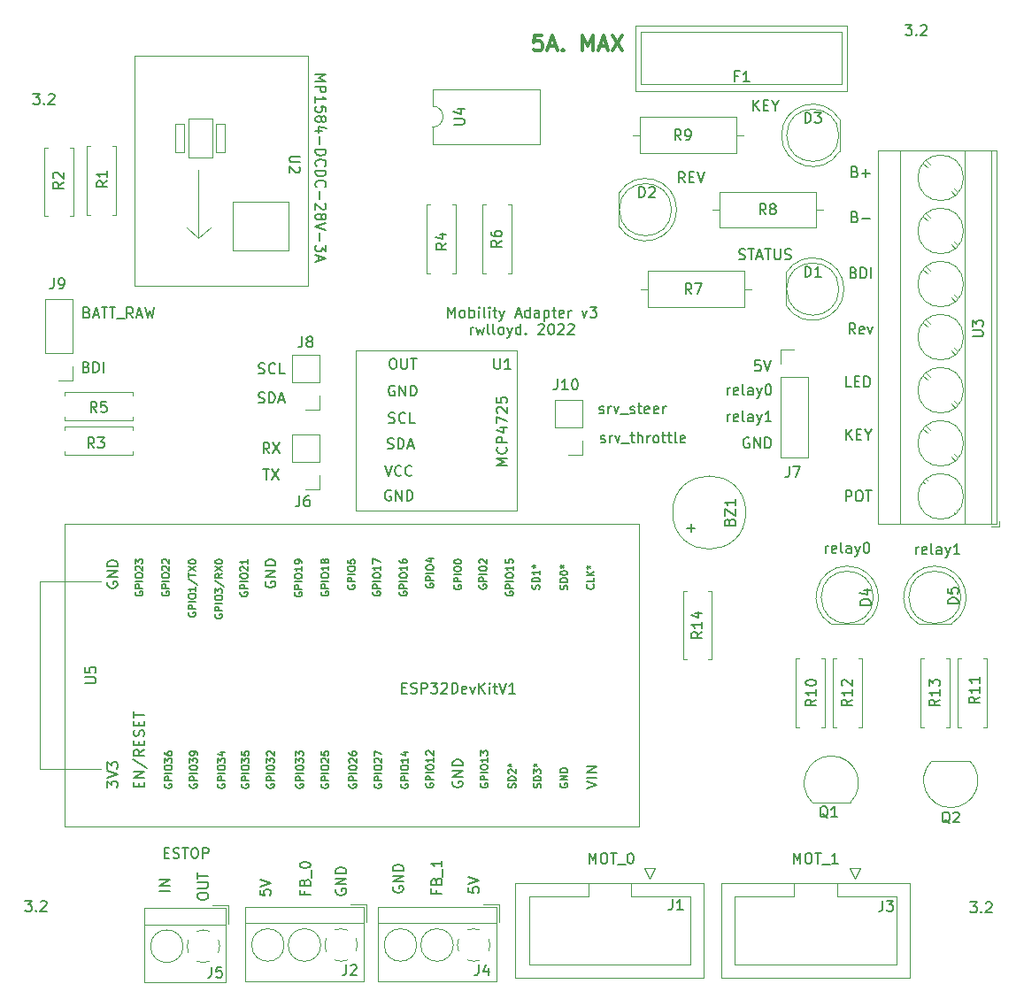
<source format=gbr>
%TF.GenerationSoftware,KiCad,Pcbnew,(6.0.2)*%
%TF.CreationDate,2022-11-16T14:07:38+00:00*%
%TF.ProjectId,stupid-mobility-adapter-v3,73747570-6964-42d6-9d6f-62696c697479,rev?*%
%TF.SameCoordinates,Original*%
%TF.FileFunction,Legend,Top*%
%TF.FilePolarity,Positive*%
%FSLAX46Y46*%
G04 Gerber Fmt 4.6, Leading zero omitted, Abs format (unit mm)*
G04 Created by KiCad (PCBNEW (6.0.2)) date 2022-11-16 14:07:38*
%MOMM*%
%LPD*%
G01*
G04 APERTURE LIST*
%ADD10C,0.150000*%
%ADD11C,0.300000*%
%ADD12C,0.120000*%
G04 APERTURE END LIST*
D10*
X240411142Y-92611380D02*
X240411142Y-91611380D01*
X240982571Y-92611380D02*
X240554000Y-92039952D01*
X240982571Y-91611380D02*
X240411142Y-92182809D01*
X241411142Y-92087571D02*
X241744476Y-92087571D01*
X241887333Y-92611380D02*
X241411142Y-92611380D01*
X241411142Y-91611380D01*
X241887333Y-91611380D01*
X242506380Y-92135190D02*
X242506380Y-92611380D01*
X242173047Y-91611380D02*
X242506380Y-92135190D01*
X242839714Y-91611380D01*
X184364380Y-135699476D02*
X184364380Y-136175666D01*
X184840571Y-136223285D01*
X184792952Y-136175666D01*
X184745333Y-136080428D01*
X184745333Y-135842333D01*
X184792952Y-135747095D01*
X184840571Y-135699476D01*
X184935809Y-135651857D01*
X185173904Y-135651857D01*
X185269142Y-135699476D01*
X185316761Y-135747095D01*
X185364380Y-135842333D01*
X185364380Y-136080428D01*
X185316761Y-136175666D01*
X185269142Y-136223285D01*
X184364380Y-135366142D02*
X185364380Y-135032809D01*
X184364380Y-134699476D01*
X238466571Y-103449380D02*
X238466571Y-102782714D01*
X238466571Y-102973190D02*
X238514190Y-102877952D01*
X238561809Y-102830333D01*
X238657047Y-102782714D01*
X238752285Y-102782714D01*
X239466571Y-103401761D02*
X239371333Y-103449380D01*
X239180857Y-103449380D01*
X239085619Y-103401761D01*
X239038000Y-103306523D01*
X239038000Y-102925571D01*
X239085619Y-102830333D01*
X239180857Y-102782714D01*
X239371333Y-102782714D01*
X239466571Y-102830333D01*
X239514190Y-102925571D01*
X239514190Y-103020809D01*
X239038000Y-103116047D01*
X240085619Y-103449380D02*
X239990380Y-103401761D01*
X239942761Y-103306523D01*
X239942761Y-102449380D01*
X240895142Y-103449380D02*
X240895142Y-102925571D01*
X240847523Y-102830333D01*
X240752285Y-102782714D01*
X240561809Y-102782714D01*
X240466571Y-102830333D01*
X240895142Y-103401761D02*
X240799904Y-103449380D01*
X240561809Y-103449380D01*
X240466571Y-103401761D01*
X240418952Y-103306523D01*
X240418952Y-103211285D01*
X240466571Y-103116047D01*
X240561809Y-103068428D01*
X240799904Y-103068428D01*
X240895142Y-103020809D01*
X241276095Y-102782714D02*
X241514190Y-103449380D01*
X241752285Y-102782714D02*
X241514190Y-103449380D01*
X241418952Y-103687476D01*
X241371333Y-103735095D01*
X241276095Y-103782714D01*
X242323714Y-102449380D02*
X242418952Y-102449380D01*
X242514190Y-102497000D01*
X242561809Y-102544619D01*
X242609428Y-102639857D01*
X242657047Y-102830333D01*
X242657047Y-103068428D01*
X242609428Y-103258904D01*
X242561809Y-103354142D01*
X242514190Y-103401761D01*
X242418952Y-103449380D01*
X242323714Y-103449380D01*
X242228476Y-103401761D01*
X242180857Y-103354142D01*
X242133238Y-103258904D01*
X242085619Y-103068428D01*
X242085619Y-102830333D01*
X242133238Y-102639857D01*
X242180857Y-102544619D01*
X242228476Y-102497000D01*
X242323714Y-102449380D01*
X197112000Y-135381904D02*
X197064380Y-135477142D01*
X197064380Y-135620000D01*
X197112000Y-135762857D01*
X197207238Y-135858095D01*
X197302476Y-135905714D01*
X197492952Y-135953333D01*
X197635809Y-135953333D01*
X197826285Y-135905714D01*
X197921523Y-135858095D01*
X198016761Y-135762857D01*
X198064380Y-135620000D01*
X198064380Y-135524761D01*
X198016761Y-135381904D01*
X197969142Y-135334285D01*
X197635809Y-135334285D01*
X197635809Y-135524761D01*
X198064380Y-134905714D02*
X197064380Y-134905714D01*
X198064380Y-134334285D01*
X197064380Y-134334285D01*
X198064380Y-133858095D02*
X197064380Y-133858095D01*
X197064380Y-133620000D01*
X197112000Y-133477142D01*
X197207238Y-133381904D01*
X197302476Y-133334285D01*
X197492952Y-133286666D01*
X197635809Y-133286666D01*
X197826285Y-133334285D01*
X197921523Y-133381904D01*
X198016761Y-133477142D01*
X198064380Y-133620000D01*
X198064380Y-133858095D01*
X229068571Y-90876380D02*
X229068571Y-90209714D01*
X229068571Y-90400190D02*
X229116190Y-90304952D01*
X229163809Y-90257333D01*
X229259047Y-90209714D01*
X229354285Y-90209714D01*
X230068571Y-90828761D02*
X229973333Y-90876380D01*
X229782857Y-90876380D01*
X229687619Y-90828761D01*
X229640000Y-90733523D01*
X229640000Y-90352571D01*
X229687619Y-90257333D01*
X229782857Y-90209714D01*
X229973333Y-90209714D01*
X230068571Y-90257333D01*
X230116190Y-90352571D01*
X230116190Y-90447809D01*
X229640000Y-90543047D01*
X230687619Y-90876380D02*
X230592380Y-90828761D01*
X230544761Y-90733523D01*
X230544761Y-89876380D01*
X231497142Y-90876380D02*
X231497142Y-90352571D01*
X231449523Y-90257333D01*
X231354285Y-90209714D01*
X231163809Y-90209714D01*
X231068571Y-90257333D01*
X231497142Y-90828761D02*
X231401904Y-90876380D01*
X231163809Y-90876380D01*
X231068571Y-90828761D01*
X231020952Y-90733523D01*
X231020952Y-90638285D01*
X231068571Y-90543047D01*
X231163809Y-90495428D01*
X231401904Y-90495428D01*
X231497142Y-90447809D01*
X231878095Y-90209714D02*
X232116190Y-90876380D01*
X232354285Y-90209714D02*
X232116190Y-90876380D01*
X232020952Y-91114476D01*
X231973333Y-91162095D01*
X231878095Y-91209714D01*
X233259047Y-90876380D02*
X232687619Y-90876380D01*
X232973333Y-90876380D02*
X232973333Y-89876380D01*
X232878095Y-90019238D01*
X232782857Y-90114476D01*
X232687619Y-90162095D01*
X241141333Y-76636571D02*
X241284190Y-76684190D01*
X241331809Y-76731809D01*
X241379428Y-76827047D01*
X241379428Y-76969904D01*
X241331809Y-77065142D01*
X241284190Y-77112761D01*
X241188952Y-77160380D01*
X240808000Y-77160380D01*
X240808000Y-76160380D01*
X241141333Y-76160380D01*
X241236571Y-76208000D01*
X241284190Y-76255619D01*
X241331809Y-76350857D01*
X241331809Y-76446095D01*
X241284190Y-76541333D01*
X241236571Y-76588952D01*
X241141333Y-76636571D01*
X240808000Y-76636571D01*
X241808000Y-77160380D02*
X241808000Y-76160380D01*
X242046095Y-76160380D01*
X242188952Y-76208000D01*
X242284190Y-76303238D01*
X242331809Y-76398476D01*
X242379428Y-76588952D01*
X242379428Y-76731809D01*
X242331809Y-76922285D01*
X242284190Y-77017523D01*
X242188952Y-77112761D01*
X242046095Y-77160380D01*
X241808000Y-77160380D01*
X242808000Y-77160380D02*
X242808000Y-76160380D01*
X184229523Y-86256761D02*
X184372380Y-86304380D01*
X184610476Y-86304380D01*
X184705714Y-86256761D01*
X184753333Y-86209142D01*
X184800952Y-86113904D01*
X184800952Y-86018666D01*
X184753333Y-85923428D01*
X184705714Y-85875809D01*
X184610476Y-85828190D01*
X184420000Y-85780571D01*
X184324761Y-85732952D01*
X184277142Y-85685333D01*
X184229523Y-85590095D01*
X184229523Y-85494857D01*
X184277142Y-85399619D01*
X184324761Y-85352000D01*
X184420000Y-85304380D01*
X184658095Y-85304380D01*
X184800952Y-85352000D01*
X185800952Y-86209142D02*
X185753333Y-86256761D01*
X185610476Y-86304380D01*
X185515238Y-86304380D01*
X185372380Y-86256761D01*
X185277142Y-86161523D01*
X185229523Y-86066285D01*
X185181904Y-85875809D01*
X185181904Y-85732952D01*
X185229523Y-85542476D01*
X185277142Y-85447238D01*
X185372380Y-85352000D01*
X185515238Y-85304380D01*
X185610476Y-85304380D01*
X185753333Y-85352000D01*
X185800952Y-85399619D01*
X186705714Y-86304380D02*
X186229523Y-86304380D01*
X186229523Y-85304380D01*
X184205714Y-89050761D02*
X184348571Y-89098380D01*
X184586666Y-89098380D01*
X184681904Y-89050761D01*
X184729523Y-89003142D01*
X184777142Y-88907904D01*
X184777142Y-88812666D01*
X184729523Y-88717428D01*
X184681904Y-88669809D01*
X184586666Y-88622190D01*
X184396190Y-88574571D01*
X184300952Y-88526952D01*
X184253333Y-88479333D01*
X184205714Y-88384095D01*
X184205714Y-88288857D01*
X184253333Y-88193619D01*
X184300952Y-88146000D01*
X184396190Y-88098380D01*
X184634285Y-88098380D01*
X184777142Y-88146000D01*
X185205714Y-89098380D02*
X185205714Y-88098380D01*
X185443809Y-88098380D01*
X185586666Y-88146000D01*
X185681904Y-88241238D01*
X185729523Y-88336476D01*
X185777142Y-88526952D01*
X185777142Y-88669809D01*
X185729523Y-88860285D01*
X185681904Y-88955523D01*
X185586666Y-89050761D01*
X185443809Y-89098380D01*
X185205714Y-89098380D01*
X186158095Y-88812666D02*
X186634285Y-88812666D01*
X186062857Y-89098380D02*
X186396190Y-88098380D01*
X186729523Y-89098380D01*
X241260380Y-66984571D02*
X241403238Y-67032190D01*
X241450857Y-67079809D01*
X241498476Y-67175047D01*
X241498476Y-67317904D01*
X241450857Y-67413142D01*
X241403238Y-67460761D01*
X241308000Y-67508380D01*
X240927047Y-67508380D01*
X240927047Y-66508380D01*
X241260380Y-66508380D01*
X241355619Y-66556000D01*
X241403238Y-66603619D01*
X241450857Y-66698857D01*
X241450857Y-66794095D01*
X241403238Y-66889333D01*
X241355619Y-66936952D01*
X241260380Y-66984571D01*
X240927047Y-66984571D01*
X241927047Y-67127428D02*
X242688952Y-67127428D01*
X242308000Y-67508380D02*
X242308000Y-66746476D01*
X231521142Y-61158380D02*
X231521142Y-60158380D01*
X232092571Y-61158380D02*
X231664000Y-60586952D01*
X232092571Y-60158380D02*
X231521142Y-60729809D01*
X232521142Y-60634571D02*
X232854476Y-60634571D01*
X232997333Y-61158380D02*
X232521142Y-61158380D01*
X232521142Y-60158380D01*
X232997333Y-60158380D01*
X233616380Y-60682190D02*
X233616380Y-61158380D01*
X233283047Y-60158380D02*
X233616380Y-60682190D01*
X233949714Y-60158380D01*
X230187809Y-75334761D02*
X230330666Y-75382380D01*
X230568761Y-75382380D01*
X230664000Y-75334761D01*
X230711619Y-75287142D01*
X230759238Y-75191904D01*
X230759238Y-75096666D01*
X230711619Y-75001428D01*
X230664000Y-74953809D01*
X230568761Y-74906190D01*
X230378285Y-74858571D01*
X230283047Y-74810952D01*
X230235428Y-74763333D01*
X230187809Y-74668095D01*
X230187809Y-74572857D01*
X230235428Y-74477619D01*
X230283047Y-74430000D01*
X230378285Y-74382380D01*
X230616380Y-74382380D01*
X230759238Y-74430000D01*
X231044952Y-74382380D02*
X231616380Y-74382380D01*
X231330666Y-75382380D02*
X231330666Y-74382380D01*
X231902095Y-75096666D02*
X232378285Y-75096666D01*
X231806857Y-75382380D02*
X232140190Y-74382380D01*
X232473523Y-75382380D01*
X232664000Y-74382380D02*
X233235428Y-74382380D01*
X232949714Y-75382380D02*
X232949714Y-74382380D01*
X233568761Y-74382380D02*
X233568761Y-75191904D01*
X233616380Y-75287142D01*
X233664000Y-75334761D01*
X233759238Y-75382380D01*
X233949714Y-75382380D01*
X234044952Y-75334761D01*
X234092571Y-75287142D01*
X234140190Y-75191904D01*
X234140190Y-74382380D01*
X234568761Y-75334761D02*
X234711619Y-75382380D01*
X234949714Y-75382380D01*
X235044952Y-75334761D01*
X235092571Y-75287142D01*
X235140190Y-75191904D01*
X235140190Y-75096666D01*
X235092571Y-75001428D01*
X235044952Y-74953809D01*
X234949714Y-74906190D01*
X234759238Y-74858571D01*
X234664000Y-74810952D01*
X234616380Y-74763333D01*
X234568761Y-74668095D01*
X234568761Y-74572857D01*
X234616380Y-74477619D01*
X234664000Y-74430000D01*
X234759238Y-74382380D01*
X234997333Y-74382380D01*
X235140190Y-74430000D01*
X216932380Y-92860761D02*
X217027619Y-92908380D01*
X217218095Y-92908380D01*
X217313333Y-92860761D01*
X217360952Y-92765523D01*
X217360952Y-92717904D01*
X217313333Y-92622666D01*
X217218095Y-92575047D01*
X217075238Y-92575047D01*
X216980000Y-92527428D01*
X216932380Y-92432190D01*
X216932380Y-92384571D01*
X216980000Y-92289333D01*
X217075238Y-92241714D01*
X217218095Y-92241714D01*
X217313333Y-92289333D01*
X217789523Y-92908380D02*
X217789523Y-92241714D01*
X217789523Y-92432190D02*
X217837142Y-92336952D01*
X217884761Y-92289333D01*
X217980000Y-92241714D01*
X218075238Y-92241714D01*
X218313333Y-92241714D02*
X218551428Y-92908380D01*
X218789523Y-92241714D01*
X218932380Y-93003619D02*
X219694285Y-93003619D01*
X219789523Y-92241714D02*
X220170476Y-92241714D01*
X219932380Y-91908380D02*
X219932380Y-92765523D01*
X219980000Y-92860761D01*
X220075238Y-92908380D01*
X220170476Y-92908380D01*
X220503809Y-92908380D02*
X220503809Y-91908380D01*
X220932380Y-92908380D02*
X220932380Y-92384571D01*
X220884761Y-92289333D01*
X220789523Y-92241714D01*
X220646666Y-92241714D01*
X220551428Y-92289333D01*
X220503809Y-92336952D01*
X221408571Y-92908380D02*
X221408571Y-92241714D01*
X221408571Y-92432190D02*
X221456190Y-92336952D01*
X221503809Y-92289333D01*
X221599047Y-92241714D01*
X221694285Y-92241714D01*
X222170476Y-92908380D02*
X222075238Y-92860761D01*
X222027619Y-92813142D01*
X221980000Y-92717904D01*
X221980000Y-92432190D01*
X222027619Y-92336952D01*
X222075238Y-92289333D01*
X222170476Y-92241714D01*
X222313333Y-92241714D01*
X222408571Y-92289333D01*
X222456190Y-92336952D01*
X222503809Y-92432190D01*
X222503809Y-92717904D01*
X222456190Y-92813142D01*
X222408571Y-92860761D01*
X222313333Y-92908380D01*
X222170476Y-92908380D01*
X222789523Y-92241714D02*
X223170476Y-92241714D01*
X222932380Y-91908380D02*
X222932380Y-92765523D01*
X222980000Y-92860761D01*
X223075238Y-92908380D01*
X223170476Y-92908380D01*
X223360952Y-92241714D02*
X223741904Y-92241714D01*
X223503809Y-91908380D02*
X223503809Y-92765523D01*
X223551428Y-92860761D01*
X223646666Y-92908380D01*
X223741904Y-92908380D01*
X224218095Y-92908380D02*
X224122857Y-92860761D01*
X224075238Y-92765523D01*
X224075238Y-91908380D01*
X224980000Y-92860761D02*
X224884761Y-92908380D01*
X224694285Y-92908380D01*
X224599047Y-92860761D01*
X224551428Y-92765523D01*
X224551428Y-92384571D01*
X224599047Y-92289333D01*
X224694285Y-92241714D01*
X224884761Y-92241714D01*
X224980000Y-92289333D01*
X225027619Y-92384571D01*
X225027619Y-92479809D01*
X224551428Y-92575047D01*
X188650571Y-135834285D02*
X188650571Y-136167619D01*
X189174380Y-136167619D02*
X188174380Y-136167619D01*
X188174380Y-135691428D01*
X188650571Y-134977142D02*
X188698190Y-134834285D01*
X188745809Y-134786666D01*
X188841047Y-134739047D01*
X188983904Y-134739047D01*
X189079142Y-134786666D01*
X189126761Y-134834285D01*
X189174380Y-134929523D01*
X189174380Y-135310476D01*
X188174380Y-135310476D01*
X188174380Y-134977142D01*
X188222000Y-134881904D01*
X188269619Y-134834285D01*
X188364857Y-134786666D01*
X188460095Y-134786666D01*
X188555333Y-134834285D01*
X188602952Y-134881904D01*
X188650571Y-134977142D01*
X188650571Y-135310476D01*
X189269619Y-134548571D02*
X189269619Y-133786666D01*
X188174380Y-133358095D02*
X188174380Y-133262857D01*
X188222000Y-133167619D01*
X188269619Y-133120000D01*
X188364857Y-133072380D01*
X188555333Y-133024761D01*
X188793428Y-133024761D01*
X188983904Y-133072380D01*
X189079142Y-133120000D01*
X189126761Y-133167619D01*
X189174380Y-133262857D01*
X189174380Y-133358095D01*
X189126761Y-133453333D01*
X189079142Y-133500952D01*
X188983904Y-133548571D01*
X188793428Y-133596190D01*
X188555333Y-133596190D01*
X188364857Y-133548571D01*
X188269619Y-133500952D01*
X188222000Y-133453333D01*
X188174380Y-133358095D01*
X229068571Y-88336380D02*
X229068571Y-87669714D01*
X229068571Y-87860190D02*
X229116190Y-87764952D01*
X229163809Y-87717333D01*
X229259047Y-87669714D01*
X229354285Y-87669714D01*
X230068571Y-88288761D02*
X229973333Y-88336380D01*
X229782857Y-88336380D01*
X229687619Y-88288761D01*
X229640000Y-88193523D01*
X229640000Y-87812571D01*
X229687619Y-87717333D01*
X229782857Y-87669714D01*
X229973333Y-87669714D01*
X230068571Y-87717333D01*
X230116190Y-87812571D01*
X230116190Y-87907809D01*
X229640000Y-88003047D01*
X230687619Y-88336380D02*
X230592380Y-88288761D01*
X230544761Y-88193523D01*
X230544761Y-87336380D01*
X231497142Y-88336380D02*
X231497142Y-87812571D01*
X231449523Y-87717333D01*
X231354285Y-87669714D01*
X231163809Y-87669714D01*
X231068571Y-87717333D01*
X231497142Y-88288761D02*
X231401904Y-88336380D01*
X231163809Y-88336380D01*
X231068571Y-88288761D01*
X231020952Y-88193523D01*
X231020952Y-88098285D01*
X231068571Y-88003047D01*
X231163809Y-87955428D01*
X231401904Y-87955428D01*
X231497142Y-87907809D01*
X231878095Y-87669714D02*
X232116190Y-88336380D01*
X232354285Y-87669714D02*
X232116190Y-88336380D01*
X232020952Y-88574476D01*
X231973333Y-88622095D01*
X231878095Y-88669714D01*
X232925714Y-87336380D02*
X233020952Y-87336380D01*
X233116190Y-87384000D01*
X233163809Y-87431619D01*
X233211428Y-87526857D01*
X233259047Y-87717333D01*
X233259047Y-87955428D01*
X233211428Y-88145904D01*
X233163809Y-88241142D01*
X233116190Y-88288761D01*
X233020952Y-88336380D01*
X232925714Y-88336380D01*
X232830476Y-88288761D01*
X232782857Y-88241142D01*
X232735238Y-88145904D01*
X232687619Y-87955428D01*
X232687619Y-87717333D01*
X232735238Y-87526857D01*
X232782857Y-87431619D01*
X232830476Y-87384000D01*
X232925714Y-87336380D01*
X240387333Y-98496380D02*
X240387333Y-97496380D01*
X240768285Y-97496380D01*
X240863523Y-97544000D01*
X240911142Y-97591619D01*
X240958761Y-97686857D01*
X240958761Y-97829714D01*
X240911142Y-97924952D01*
X240863523Y-97972571D01*
X240768285Y-98020190D01*
X240387333Y-98020190D01*
X241577809Y-97496380D02*
X241768285Y-97496380D01*
X241863523Y-97544000D01*
X241958761Y-97639238D01*
X242006380Y-97829714D01*
X242006380Y-98163047D01*
X241958761Y-98353523D01*
X241863523Y-98448761D01*
X241768285Y-98496380D01*
X241577809Y-98496380D01*
X241482571Y-98448761D01*
X241387333Y-98353523D01*
X241339714Y-98163047D01*
X241339714Y-97829714D01*
X241387333Y-97639238D01*
X241482571Y-97544000D01*
X241577809Y-97496380D01*
X242292095Y-97496380D02*
X242863523Y-97496380D01*
X242577809Y-98496380D02*
X242577809Y-97496380D01*
X175712380Y-135778809D02*
X174712380Y-135778809D01*
X175712380Y-135302619D02*
X174712380Y-135302619D01*
X175712380Y-134731190D01*
X174712380Y-134731190D01*
X216821142Y-90066761D02*
X216916380Y-90114380D01*
X217106857Y-90114380D01*
X217202095Y-90066761D01*
X217249714Y-89971523D01*
X217249714Y-89923904D01*
X217202095Y-89828666D01*
X217106857Y-89781047D01*
X216964000Y-89781047D01*
X216868761Y-89733428D01*
X216821142Y-89638190D01*
X216821142Y-89590571D01*
X216868761Y-89495333D01*
X216964000Y-89447714D01*
X217106857Y-89447714D01*
X217202095Y-89495333D01*
X217678285Y-90114380D02*
X217678285Y-89447714D01*
X217678285Y-89638190D02*
X217725904Y-89542952D01*
X217773523Y-89495333D01*
X217868761Y-89447714D01*
X217964000Y-89447714D01*
X218202095Y-89447714D02*
X218440190Y-90114380D01*
X218678285Y-89447714D01*
X218821142Y-90209619D02*
X219583047Y-90209619D01*
X219773523Y-90066761D02*
X219868761Y-90114380D01*
X220059238Y-90114380D01*
X220154476Y-90066761D01*
X220202095Y-89971523D01*
X220202095Y-89923904D01*
X220154476Y-89828666D01*
X220059238Y-89781047D01*
X219916380Y-89781047D01*
X219821142Y-89733428D01*
X219773523Y-89638190D01*
X219773523Y-89590571D01*
X219821142Y-89495333D01*
X219916380Y-89447714D01*
X220059238Y-89447714D01*
X220154476Y-89495333D01*
X220487809Y-89447714D02*
X220868761Y-89447714D01*
X220630666Y-89114380D02*
X220630666Y-89971523D01*
X220678285Y-90066761D01*
X220773523Y-90114380D01*
X220868761Y-90114380D01*
X221583047Y-90066761D02*
X221487809Y-90114380D01*
X221297333Y-90114380D01*
X221202095Y-90066761D01*
X221154476Y-89971523D01*
X221154476Y-89590571D01*
X221202095Y-89495333D01*
X221297333Y-89447714D01*
X221487809Y-89447714D01*
X221583047Y-89495333D01*
X221630666Y-89590571D01*
X221630666Y-89685809D01*
X221154476Y-89781047D01*
X222440190Y-90066761D02*
X222344952Y-90114380D01*
X222154476Y-90114380D01*
X222059238Y-90066761D01*
X222011619Y-89971523D01*
X222011619Y-89590571D01*
X222059238Y-89495333D01*
X222154476Y-89447714D01*
X222344952Y-89447714D01*
X222440190Y-89495333D01*
X222487809Y-89590571D01*
X222487809Y-89685809D01*
X222011619Y-89781047D01*
X222916380Y-90114380D02*
X222916380Y-89447714D01*
X222916380Y-89638190D02*
X222964000Y-89542952D01*
X223011619Y-89495333D01*
X223106857Y-89447714D01*
X223202095Y-89447714D01*
X232219523Y-85050380D02*
X231743333Y-85050380D01*
X231695714Y-85526571D01*
X231743333Y-85478952D01*
X231838571Y-85431333D01*
X232076666Y-85431333D01*
X232171904Y-85478952D01*
X232219523Y-85526571D01*
X232267142Y-85621809D01*
X232267142Y-85859904D01*
X232219523Y-85955142D01*
X232171904Y-86002761D01*
X232076666Y-86050380D01*
X231838571Y-86050380D01*
X231743333Y-86002761D01*
X231695714Y-85955142D01*
X232552857Y-85050380D02*
X232886190Y-86050380D01*
X233219523Y-85050380D01*
X167815000Y-80446571D02*
X167957857Y-80494190D01*
X168005476Y-80541809D01*
X168053095Y-80637047D01*
X168053095Y-80779904D01*
X168005476Y-80875142D01*
X167957857Y-80922761D01*
X167862619Y-80970380D01*
X167481666Y-80970380D01*
X167481666Y-79970380D01*
X167815000Y-79970380D01*
X167910238Y-80018000D01*
X167957857Y-80065619D01*
X168005476Y-80160857D01*
X168005476Y-80256095D01*
X167957857Y-80351333D01*
X167910238Y-80398952D01*
X167815000Y-80446571D01*
X167481666Y-80446571D01*
X168434047Y-80684666D02*
X168910238Y-80684666D01*
X168338809Y-80970380D02*
X168672142Y-79970380D01*
X169005476Y-80970380D01*
X169195952Y-79970380D02*
X169767380Y-79970380D01*
X169481666Y-80970380D02*
X169481666Y-79970380D01*
X169957857Y-79970380D02*
X170529285Y-79970380D01*
X170243571Y-80970380D02*
X170243571Y-79970380D01*
X170624523Y-81065619D02*
X171386428Y-81065619D01*
X172195952Y-80970380D02*
X171862619Y-80494190D01*
X171624523Y-80970380D02*
X171624523Y-79970380D01*
X172005476Y-79970380D01*
X172100714Y-80018000D01*
X172148333Y-80065619D01*
X172195952Y-80160857D01*
X172195952Y-80303714D01*
X172148333Y-80398952D01*
X172100714Y-80446571D01*
X172005476Y-80494190D01*
X171624523Y-80494190D01*
X172576904Y-80684666D02*
X173053095Y-80684666D01*
X172481666Y-80970380D02*
X172815000Y-79970380D01*
X173148333Y-80970380D01*
X173386428Y-79970380D02*
X173624523Y-80970380D01*
X173815000Y-80256095D01*
X174005476Y-80970380D01*
X174243571Y-79970380D01*
X224980571Y-68016380D02*
X224647238Y-67540190D01*
X224409142Y-68016380D02*
X224409142Y-67016380D01*
X224790095Y-67016380D01*
X224885333Y-67064000D01*
X224932952Y-67111619D01*
X224980571Y-67206857D01*
X224980571Y-67349714D01*
X224932952Y-67444952D01*
X224885333Y-67492571D01*
X224790095Y-67540190D01*
X224409142Y-67540190D01*
X225409142Y-67492571D02*
X225742476Y-67492571D01*
X225885333Y-68016380D02*
X225409142Y-68016380D01*
X225409142Y-67016380D01*
X225885333Y-67016380D01*
X226171047Y-67016380D02*
X226504380Y-68016380D01*
X226837714Y-67016380D01*
X202351571Y-80927380D02*
X202351571Y-79927380D01*
X202684904Y-80641666D01*
X203018238Y-79927380D01*
X203018238Y-80927380D01*
X203637285Y-80927380D02*
X203542047Y-80879761D01*
X203494428Y-80832142D01*
X203446809Y-80736904D01*
X203446809Y-80451190D01*
X203494428Y-80355952D01*
X203542047Y-80308333D01*
X203637285Y-80260714D01*
X203780142Y-80260714D01*
X203875380Y-80308333D01*
X203923000Y-80355952D01*
X203970619Y-80451190D01*
X203970619Y-80736904D01*
X203923000Y-80832142D01*
X203875380Y-80879761D01*
X203780142Y-80927380D01*
X203637285Y-80927380D01*
X204399190Y-80927380D02*
X204399190Y-79927380D01*
X204399190Y-80308333D02*
X204494428Y-80260714D01*
X204684904Y-80260714D01*
X204780142Y-80308333D01*
X204827761Y-80355952D01*
X204875380Y-80451190D01*
X204875380Y-80736904D01*
X204827761Y-80832142D01*
X204780142Y-80879761D01*
X204684904Y-80927380D01*
X204494428Y-80927380D01*
X204399190Y-80879761D01*
X205303952Y-80927380D02*
X205303952Y-80260714D01*
X205303952Y-79927380D02*
X205256333Y-79975000D01*
X205303952Y-80022619D01*
X205351571Y-79975000D01*
X205303952Y-79927380D01*
X205303952Y-80022619D01*
X205923000Y-80927380D02*
X205827761Y-80879761D01*
X205780142Y-80784523D01*
X205780142Y-79927380D01*
X206303952Y-80927380D02*
X206303952Y-80260714D01*
X206303952Y-79927380D02*
X206256333Y-79975000D01*
X206303952Y-80022619D01*
X206351571Y-79975000D01*
X206303952Y-79927380D01*
X206303952Y-80022619D01*
X206637285Y-80260714D02*
X207018238Y-80260714D01*
X206780142Y-79927380D02*
X206780142Y-80784523D01*
X206827761Y-80879761D01*
X206923000Y-80927380D01*
X207018238Y-80927380D01*
X207256333Y-80260714D02*
X207494428Y-80927380D01*
X207732523Y-80260714D02*
X207494428Y-80927380D01*
X207399190Y-81165476D01*
X207351571Y-81213095D01*
X207256333Y-81260714D01*
X208827761Y-80641666D02*
X209303952Y-80641666D01*
X208732523Y-80927380D02*
X209065857Y-79927380D01*
X209399190Y-80927380D01*
X210161095Y-80927380D02*
X210161095Y-79927380D01*
X210161095Y-80879761D02*
X210065857Y-80927380D01*
X209875380Y-80927380D01*
X209780142Y-80879761D01*
X209732523Y-80832142D01*
X209684904Y-80736904D01*
X209684904Y-80451190D01*
X209732523Y-80355952D01*
X209780142Y-80308333D01*
X209875380Y-80260714D01*
X210065857Y-80260714D01*
X210161095Y-80308333D01*
X211065857Y-80927380D02*
X211065857Y-80403571D01*
X211018238Y-80308333D01*
X210923000Y-80260714D01*
X210732523Y-80260714D01*
X210637285Y-80308333D01*
X211065857Y-80879761D02*
X210970619Y-80927380D01*
X210732523Y-80927380D01*
X210637285Y-80879761D01*
X210589666Y-80784523D01*
X210589666Y-80689285D01*
X210637285Y-80594047D01*
X210732523Y-80546428D01*
X210970619Y-80546428D01*
X211065857Y-80498809D01*
X211542047Y-80260714D02*
X211542047Y-81260714D01*
X211542047Y-80308333D02*
X211637285Y-80260714D01*
X211827761Y-80260714D01*
X211923000Y-80308333D01*
X211970619Y-80355952D01*
X212018238Y-80451190D01*
X212018238Y-80736904D01*
X211970619Y-80832142D01*
X211923000Y-80879761D01*
X211827761Y-80927380D01*
X211637285Y-80927380D01*
X211542047Y-80879761D01*
X212303952Y-80260714D02*
X212684904Y-80260714D01*
X212446809Y-79927380D02*
X212446809Y-80784523D01*
X212494428Y-80879761D01*
X212589666Y-80927380D01*
X212684904Y-80927380D01*
X213399190Y-80879761D02*
X213303952Y-80927380D01*
X213113476Y-80927380D01*
X213018238Y-80879761D01*
X212970619Y-80784523D01*
X212970619Y-80403571D01*
X213018238Y-80308333D01*
X213113476Y-80260714D01*
X213303952Y-80260714D01*
X213399190Y-80308333D01*
X213446809Y-80403571D01*
X213446809Y-80498809D01*
X212970619Y-80594047D01*
X213875380Y-80927380D02*
X213875380Y-80260714D01*
X213875380Y-80451190D02*
X213923000Y-80355952D01*
X213970619Y-80308333D01*
X214065857Y-80260714D01*
X214161095Y-80260714D01*
X215161095Y-80260714D02*
X215399190Y-80927380D01*
X215637285Y-80260714D01*
X215923000Y-79927380D02*
X216542047Y-79927380D01*
X216208714Y-80308333D01*
X216351571Y-80308333D01*
X216446809Y-80355952D01*
X216494428Y-80403571D01*
X216542047Y-80498809D01*
X216542047Y-80736904D01*
X216494428Y-80832142D01*
X216446809Y-80879761D01*
X216351571Y-80927380D01*
X216065857Y-80927380D01*
X215970619Y-80879761D01*
X215923000Y-80832142D01*
X204494428Y-82537380D02*
X204494428Y-81870714D01*
X204494428Y-82061190D02*
X204542047Y-81965952D01*
X204589666Y-81918333D01*
X204684904Y-81870714D01*
X204780142Y-81870714D01*
X205018238Y-81870714D02*
X205208714Y-82537380D01*
X205399190Y-82061190D01*
X205589666Y-82537380D01*
X205780142Y-81870714D01*
X206303952Y-82537380D02*
X206208714Y-82489761D01*
X206161095Y-82394523D01*
X206161095Y-81537380D01*
X206827761Y-82537380D02*
X206732523Y-82489761D01*
X206684904Y-82394523D01*
X206684904Y-81537380D01*
X207351571Y-82537380D02*
X207256333Y-82489761D01*
X207208714Y-82442142D01*
X207161095Y-82346904D01*
X207161095Y-82061190D01*
X207208714Y-81965952D01*
X207256333Y-81918333D01*
X207351571Y-81870714D01*
X207494428Y-81870714D01*
X207589666Y-81918333D01*
X207637285Y-81965952D01*
X207684904Y-82061190D01*
X207684904Y-82346904D01*
X207637285Y-82442142D01*
X207589666Y-82489761D01*
X207494428Y-82537380D01*
X207351571Y-82537380D01*
X208018238Y-81870714D02*
X208256333Y-82537380D01*
X208494428Y-81870714D02*
X208256333Y-82537380D01*
X208161095Y-82775476D01*
X208113476Y-82823095D01*
X208018238Y-82870714D01*
X209303952Y-82537380D02*
X209303952Y-81537380D01*
X209303952Y-82489761D02*
X209208714Y-82537380D01*
X209018238Y-82537380D01*
X208923000Y-82489761D01*
X208875380Y-82442142D01*
X208827761Y-82346904D01*
X208827761Y-82061190D01*
X208875380Y-81965952D01*
X208923000Y-81918333D01*
X209018238Y-81870714D01*
X209208714Y-81870714D01*
X209303952Y-81918333D01*
X209780142Y-82442142D02*
X209827761Y-82489761D01*
X209780142Y-82537380D01*
X209732523Y-82489761D01*
X209780142Y-82442142D01*
X209780142Y-82537380D01*
X210970619Y-81632619D02*
X211018238Y-81585000D01*
X211113476Y-81537380D01*
X211351571Y-81537380D01*
X211446809Y-81585000D01*
X211494428Y-81632619D01*
X211542047Y-81727857D01*
X211542047Y-81823095D01*
X211494428Y-81965952D01*
X210923000Y-82537380D01*
X211542047Y-82537380D01*
X212161095Y-81537380D02*
X212256333Y-81537380D01*
X212351571Y-81585000D01*
X212399190Y-81632619D01*
X212446809Y-81727857D01*
X212494428Y-81918333D01*
X212494428Y-82156428D01*
X212446809Y-82346904D01*
X212399190Y-82442142D01*
X212351571Y-82489761D01*
X212256333Y-82537380D01*
X212161095Y-82537380D01*
X212065857Y-82489761D01*
X212018238Y-82442142D01*
X211970619Y-82346904D01*
X211923000Y-82156428D01*
X211923000Y-81918333D01*
X211970619Y-81727857D01*
X212018238Y-81632619D01*
X212065857Y-81585000D01*
X212161095Y-81537380D01*
X212875380Y-81632619D02*
X212923000Y-81585000D01*
X213018238Y-81537380D01*
X213256333Y-81537380D01*
X213351571Y-81585000D01*
X213399190Y-81632619D01*
X213446809Y-81727857D01*
X213446809Y-81823095D01*
X213399190Y-81965952D01*
X212827761Y-82537380D01*
X213446809Y-82537380D01*
X213827761Y-81632619D02*
X213875380Y-81585000D01*
X213970619Y-81537380D01*
X214208714Y-81537380D01*
X214303952Y-81585000D01*
X214351571Y-81632619D01*
X214399190Y-81727857D01*
X214399190Y-81823095D01*
X214351571Y-81965952D01*
X213780142Y-82537380D01*
X214399190Y-82537380D01*
X191651000Y-135635904D02*
X191603380Y-135731142D01*
X191603380Y-135874000D01*
X191651000Y-136016857D01*
X191746238Y-136112095D01*
X191841476Y-136159714D01*
X192031952Y-136207333D01*
X192174809Y-136207333D01*
X192365285Y-136159714D01*
X192460523Y-136112095D01*
X192555761Y-136016857D01*
X192603380Y-135874000D01*
X192603380Y-135778761D01*
X192555761Y-135635904D01*
X192508142Y-135588285D01*
X192174809Y-135588285D01*
X192174809Y-135778761D01*
X192603380Y-135159714D02*
X191603380Y-135159714D01*
X192603380Y-134588285D01*
X191603380Y-134588285D01*
X192603380Y-134112095D02*
X191603380Y-134112095D01*
X191603380Y-133874000D01*
X191651000Y-133731142D01*
X191746238Y-133635904D01*
X191841476Y-133588285D01*
X192031952Y-133540666D01*
X192174809Y-133540666D01*
X192365285Y-133588285D01*
X192460523Y-133635904D01*
X192555761Y-133731142D01*
X192603380Y-133874000D01*
X192603380Y-134112095D01*
X231140095Y-92464000D02*
X231044857Y-92416380D01*
X230902000Y-92416380D01*
X230759142Y-92464000D01*
X230663904Y-92559238D01*
X230616285Y-92654476D01*
X230568666Y-92844952D01*
X230568666Y-92987809D01*
X230616285Y-93178285D01*
X230663904Y-93273523D01*
X230759142Y-93368761D01*
X230902000Y-93416380D01*
X230997238Y-93416380D01*
X231140095Y-93368761D01*
X231187714Y-93321142D01*
X231187714Y-92987809D01*
X230997238Y-92987809D01*
X231616285Y-93416380D02*
X231616285Y-92416380D01*
X232187714Y-93416380D01*
X232187714Y-92416380D01*
X232663904Y-93416380D02*
X232663904Y-92416380D01*
X232902000Y-92416380D01*
X233044857Y-92464000D01*
X233140095Y-92559238D01*
X233187714Y-92654476D01*
X233235333Y-92844952D01*
X233235333Y-92987809D01*
X233187714Y-93178285D01*
X233140095Y-93273523D01*
X233044857Y-93368761D01*
X232902000Y-93416380D01*
X232663904Y-93416380D01*
X175196761Y-132135571D02*
X175530095Y-132135571D01*
X175672952Y-132659380D02*
X175196761Y-132659380D01*
X175196761Y-131659380D01*
X175672952Y-131659380D01*
X176053904Y-132611761D02*
X176196761Y-132659380D01*
X176434857Y-132659380D01*
X176530095Y-132611761D01*
X176577714Y-132564142D01*
X176625333Y-132468904D01*
X176625333Y-132373666D01*
X176577714Y-132278428D01*
X176530095Y-132230809D01*
X176434857Y-132183190D01*
X176244380Y-132135571D01*
X176149142Y-132087952D01*
X176101523Y-132040333D01*
X176053904Y-131945095D01*
X176053904Y-131849857D01*
X176101523Y-131754619D01*
X176149142Y-131707000D01*
X176244380Y-131659380D01*
X176482476Y-131659380D01*
X176625333Y-131707000D01*
X176911047Y-131659380D02*
X177482476Y-131659380D01*
X177196761Y-132659380D02*
X177196761Y-131659380D01*
X178006285Y-131659380D02*
X178196761Y-131659380D01*
X178292000Y-131707000D01*
X178387238Y-131802238D01*
X178434857Y-131992714D01*
X178434857Y-132326047D01*
X178387238Y-132516523D01*
X178292000Y-132611761D01*
X178196761Y-132659380D01*
X178006285Y-132659380D01*
X177911047Y-132611761D01*
X177815809Y-132516523D01*
X177768190Y-132326047D01*
X177768190Y-131992714D01*
X177815809Y-131802238D01*
X177911047Y-131707000D01*
X178006285Y-131659380D01*
X178863428Y-132659380D02*
X178863428Y-131659380D01*
X179244380Y-131659380D01*
X179339619Y-131707000D01*
X179387238Y-131754619D01*
X179434857Y-131849857D01*
X179434857Y-131992714D01*
X179387238Y-132087952D01*
X179339619Y-132135571D01*
X179244380Y-132183190D01*
X178863428Y-132183190D01*
X241260380Y-71302571D02*
X241403238Y-71350190D01*
X241450857Y-71397809D01*
X241498476Y-71493047D01*
X241498476Y-71635904D01*
X241450857Y-71731142D01*
X241403238Y-71778761D01*
X241308000Y-71826380D01*
X240927047Y-71826380D01*
X240927047Y-70826380D01*
X241260380Y-70826380D01*
X241355619Y-70874000D01*
X241403238Y-70921619D01*
X241450857Y-71016857D01*
X241450857Y-71112095D01*
X241403238Y-71207333D01*
X241355619Y-71254952D01*
X241260380Y-71302571D01*
X240927047Y-71302571D01*
X241927047Y-71445428D02*
X242688952Y-71445428D01*
X201223571Y-135707285D02*
X201223571Y-136040619D01*
X201747380Y-136040619D02*
X200747380Y-136040619D01*
X200747380Y-135564428D01*
X201223571Y-134850142D02*
X201271190Y-134707285D01*
X201318809Y-134659666D01*
X201414047Y-134612047D01*
X201556904Y-134612047D01*
X201652142Y-134659666D01*
X201699761Y-134707285D01*
X201747380Y-134802523D01*
X201747380Y-135183476D01*
X200747380Y-135183476D01*
X200747380Y-134850142D01*
X200795000Y-134754904D01*
X200842619Y-134707285D01*
X200937857Y-134659666D01*
X201033095Y-134659666D01*
X201128333Y-134707285D01*
X201175952Y-134754904D01*
X201223571Y-134850142D01*
X201223571Y-135183476D01*
X201842619Y-134421571D02*
X201842619Y-133659666D01*
X201747380Y-132897761D02*
X201747380Y-133469190D01*
X201747380Y-133183476D02*
X200747380Y-133183476D01*
X200890238Y-133278714D01*
X200985476Y-133373952D01*
X201033095Y-133469190D01*
X178395380Y-136382000D02*
X178395380Y-136191523D01*
X178443000Y-136096285D01*
X178538238Y-136001047D01*
X178728714Y-135953428D01*
X179062047Y-135953428D01*
X179252523Y-136001047D01*
X179347761Y-136096285D01*
X179395380Y-136191523D01*
X179395380Y-136382000D01*
X179347761Y-136477238D01*
X179252523Y-136572476D01*
X179062047Y-136620095D01*
X178728714Y-136620095D01*
X178538238Y-136572476D01*
X178443000Y-136477238D01*
X178395380Y-136382000D01*
X178395380Y-135524857D02*
X179204904Y-135524857D01*
X179300142Y-135477238D01*
X179347761Y-135429619D01*
X179395380Y-135334380D01*
X179395380Y-135143904D01*
X179347761Y-135048666D01*
X179300142Y-135001047D01*
X179204904Y-134953428D01*
X178395380Y-134953428D01*
X178395380Y-134620095D02*
X178395380Y-134048666D01*
X179395380Y-134334380D02*
X178395380Y-134334380D01*
X167735333Y-85653571D02*
X167878190Y-85701190D01*
X167925809Y-85748809D01*
X167973428Y-85844047D01*
X167973428Y-85986904D01*
X167925809Y-86082142D01*
X167878190Y-86129761D01*
X167782952Y-86177380D01*
X167402000Y-86177380D01*
X167402000Y-85177380D01*
X167735333Y-85177380D01*
X167830571Y-85225000D01*
X167878190Y-85272619D01*
X167925809Y-85367857D01*
X167925809Y-85463095D01*
X167878190Y-85558333D01*
X167830571Y-85605952D01*
X167735333Y-85653571D01*
X167402000Y-85653571D01*
X168402000Y-86177380D02*
X168402000Y-85177380D01*
X168640095Y-85177380D01*
X168782952Y-85225000D01*
X168878190Y-85320238D01*
X168925809Y-85415476D01*
X168973428Y-85605952D01*
X168973428Y-85748809D01*
X168925809Y-85939285D01*
X168878190Y-86034523D01*
X168782952Y-86129761D01*
X168640095Y-86177380D01*
X168402000Y-86177380D01*
X169402000Y-86177380D02*
X169402000Y-85177380D01*
X247102571Y-103576380D02*
X247102571Y-102909714D01*
X247102571Y-103100190D02*
X247150190Y-103004952D01*
X247197809Y-102957333D01*
X247293047Y-102909714D01*
X247388285Y-102909714D01*
X248102571Y-103528761D02*
X248007333Y-103576380D01*
X247816857Y-103576380D01*
X247721619Y-103528761D01*
X247674000Y-103433523D01*
X247674000Y-103052571D01*
X247721619Y-102957333D01*
X247816857Y-102909714D01*
X248007333Y-102909714D01*
X248102571Y-102957333D01*
X248150190Y-103052571D01*
X248150190Y-103147809D01*
X247674000Y-103243047D01*
X248721619Y-103576380D02*
X248626380Y-103528761D01*
X248578761Y-103433523D01*
X248578761Y-102576380D01*
X249531142Y-103576380D02*
X249531142Y-103052571D01*
X249483523Y-102957333D01*
X249388285Y-102909714D01*
X249197809Y-102909714D01*
X249102571Y-102957333D01*
X249531142Y-103528761D02*
X249435904Y-103576380D01*
X249197809Y-103576380D01*
X249102571Y-103528761D01*
X249054952Y-103433523D01*
X249054952Y-103338285D01*
X249102571Y-103243047D01*
X249197809Y-103195428D01*
X249435904Y-103195428D01*
X249531142Y-103147809D01*
X249912095Y-102909714D02*
X250150190Y-103576380D01*
X250388285Y-102909714D02*
X250150190Y-103576380D01*
X250054952Y-103814476D01*
X250007333Y-103862095D01*
X249912095Y-103909714D01*
X251293047Y-103576380D02*
X250721619Y-103576380D01*
X251007333Y-103576380D02*
X251007333Y-102576380D01*
X250912095Y-102719238D01*
X250816857Y-102814476D01*
X250721619Y-102862095D01*
X204303380Y-135445476D02*
X204303380Y-135921666D01*
X204779571Y-135969285D01*
X204731952Y-135921666D01*
X204684333Y-135826428D01*
X204684333Y-135588333D01*
X204731952Y-135493095D01*
X204779571Y-135445476D01*
X204874809Y-135397857D01*
X205112904Y-135397857D01*
X205208142Y-135445476D01*
X205255761Y-135493095D01*
X205303380Y-135588333D01*
X205303380Y-135826428D01*
X205255761Y-135921666D01*
X205208142Y-135969285D01*
X204303380Y-135112142D02*
X205303380Y-134778809D01*
X204303380Y-134445476D01*
X241308000Y-82494380D02*
X240974666Y-82018190D01*
X240736571Y-82494380D02*
X240736571Y-81494380D01*
X241117523Y-81494380D01*
X241212761Y-81542000D01*
X241260380Y-81589619D01*
X241308000Y-81684857D01*
X241308000Y-81827714D01*
X241260380Y-81922952D01*
X241212761Y-81970571D01*
X241117523Y-82018190D01*
X240736571Y-82018190D01*
X242117523Y-82446761D02*
X242022285Y-82494380D01*
X241831809Y-82494380D01*
X241736571Y-82446761D01*
X241688952Y-82351523D01*
X241688952Y-81970571D01*
X241736571Y-81875333D01*
X241831809Y-81827714D01*
X242022285Y-81827714D01*
X242117523Y-81875333D01*
X242165142Y-81970571D01*
X242165142Y-82065809D01*
X241688952Y-82161047D01*
X242498476Y-81827714D02*
X242736571Y-82494380D01*
X242974666Y-81827714D01*
X215836761Y-133167380D02*
X215836761Y-132167380D01*
X216170095Y-132881666D01*
X216503428Y-132167380D01*
X216503428Y-133167380D01*
X217170095Y-132167380D02*
X217360571Y-132167380D01*
X217455809Y-132215000D01*
X217551047Y-132310238D01*
X217598666Y-132500714D01*
X217598666Y-132834047D01*
X217551047Y-133024523D01*
X217455809Y-133119761D01*
X217360571Y-133167380D01*
X217170095Y-133167380D01*
X217074857Y-133119761D01*
X216979619Y-133024523D01*
X216932000Y-132834047D01*
X216932000Y-132500714D01*
X216979619Y-132310238D01*
X217074857Y-132215000D01*
X217170095Y-132167380D01*
X217884380Y-132167380D02*
X218455809Y-132167380D01*
X218170095Y-133167380D02*
X218170095Y-132167380D01*
X218551047Y-133262619D02*
X219312952Y-133262619D01*
X219741523Y-132167380D02*
X219836761Y-132167380D01*
X219932000Y-132215000D01*
X219979619Y-132262619D01*
X220027238Y-132357857D01*
X220074857Y-132548333D01*
X220074857Y-132786428D01*
X220027238Y-132976904D01*
X219979619Y-133072142D01*
X219932000Y-133119761D01*
X219836761Y-133167380D01*
X219741523Y-133167380D01*
X219646285Y-133119761D01*
X219598666Y-133072142D01*
X219551047Y-132976904D01*
X219503428Y-132786428D01*
X219503428Y-132548333D01*
X219551047Y-132357857D01*
X219598666Y-132262619D01*
X219646285Y-132215000D01*
X219741523Y-132167380D01*
X235394761Y-133167380D02*
X235394761Y-132167380D01*
X235728095Y-132881666D01*
X236061428Y-132167380D01*
X236061428Y-133167380D01*
X236728095Y-132167380D02*
X236918571Y-132167380D01*
X237013809Y-132215000D01*
X237109047Y-132310238D01*
X237156666Y-132500714D01*
X237156666Y-132834047D01*
X237109047Y-133024523D01*
X237013809Y-133119761D01*
X236918571Y-133167380D01*
X236728095Y-133167380D01*
X236632857Y-133119761D01*
X236537619Y-133024523D01*
X236490000Y-132834047D01*
X236490000Y-132500714D01*
X236537619Y-132310238D01*
X236632857Y-132215000D01*
X236728095Y-132167380D01*
X237442380Y-132167380D02*
X238013809Y-132167380D01*
X237728095Y-133167380D02*
X237728095Y-132167380D01*
X238109047Y-133262619D02*
X238870952Y-133262619D01*
X239632857Y-133167380D02*
X239061428Y-133167380D01*
X239347142Y-133167380D02*
X239347142Y-132167380D01*
X239251904Y-132310238D01*
X239156666Y-132405476D01*
X239061428Y-132453095D01*
X185253333Y-93924380D02*
X184920000Y-93448190D01*
X184681904Y-93924380D02*
X184681904Y-92924380D01*
X185062857Y-92924380D01*
X185158095Y-92972000D01*
X185205714Y-93019619D01*
X185253333Y-93114857D01*
X185253333Y-93257714D01*
X185205714Y-93352952D01*
X185158095Y-93400571D01*
X185062857Y-93448190D01*
X184681904Y-93448190D01*
X185586666Y-92924380D02*
X186253333Y-93924380D01*
X186253333Y-92924380D02*
X185586666Y-93924380D01*
X184658095Y-95464380D02*
X185229523Y-95464380D01*
X184943809Y-96464380D02*
X184943809Y-95464380D01*
X185467619Y-95464380D02*
X186134285Y-96464380D01*
X186134285Y-95464380D02*
X185467619Y-96464380D01*
X240911142Y-87574380D02*
X240434952Y-87574380D01*
X240434952Y-86574380D01*
X241244476Y-87050571D02*
X241577809Y-87050571D01*
X241720666Y-87574380D02*
X241244476Y-87574380D01*
X241244476Y-86574380D01*
X241720666Y-86574380D01*
X242149238Y-87574380D02*
X242149238Y-86574380D01*
X242387333Y-86574380D01*
X242530190Y-86622000D01*
X242625428Y-86717238D01*
X242673047Y-86812476D01*
X242720666Y-87002952D01*
X242720666Y-87145809D01*
X242673047Y-87336285D01*
X242625428Y-87431523D01*
X242530190Y-87526761D01*
X242387333Y-87574380D01*
X242149238Y-87574380D01*
D11*
X211328428Y-53915571D02*
X210614142Y-53915571D01*
X210542714Y-54629857D01*
X210614142Y-54558428D01*
X210757000Y-54487000D01*
X211114142Y-54487000D01*
X211257000Y-54558428D01*
X211328428Y-54629857D01*
X211399857Y-54772714D01*
X211399857Y-55129857D01*
X211328428Y-55272714D01*
X211257000Y-55344142D01*
X211114142Y-55415571D01*
X210757000Y-55415571D01*
X210614142Y-55344142D01*
X210542714Y-55272714D01*
X211971285Y-54987000D02*
X212685571Y-54987000D01*
X211828428Y-55415571D02*
X212328428Y-53915571D01*
X212828428Y-55415571D01*
X213328428Y-55272714D02*
X213399857Y-55344142D01*
X213328428Y-55415571D01*
X213257000Y-55344142D01*
X213328428Y-55272714D01*
X213328428Y-55415571D01*
X215185571Y-55415571D02*
X215185571Y-53915571D01*
X215685571Y-54987000D01*
X216185571Y-53915571D01*
X216185571Y-55415571D01*
X216828428Y-54987000D02*
X217542714Y-54987000D01*
X216685571Y-55415571D02*
X217185571Y-53915571D01*
X217685571Y-55415571D01*
X218042714Y-53915571D02*
X219042714Y-55415571D01*
X219042714Y-53915571D02*
X218042714Y-55415571D01*
D10*
%TO.C,R4*%
X202190380Y-73826666D02*
X201714190Y-74160000D01*
X202190380Y-74398095D02*
X201190380Y-74398095D01*
X201190380Y-74017142D01*
X201238000Y-73921904D01*
X201285619Y-73874285D01*
X201380857Y-73826666D01*
X201523714Y-73826666D01*
X201618952Y-73874285D01*
X201666571Y-73921904D01*
X201714190Y-74017142D01*
X201714190Y-74398095D01*
X201523714Y-72969523D02*
X202190380Y-72969523D01*
X201142761Y-73207619D02*
X201857047Y-73445714D01*
X201857047Y-72826666D01*
%TO.C,R8*%
X232751333Y-71064380D02*
X232418000Y-70588190D01*
X232179904Y-71064380D02*
X232179904Y-70064380D01*
X232560857Y-70064380D01*
X232656095Y-70112000D01*
X232703714Y-70159619D01*
X232751333Y-70254857D01*
X232751333Y-70397714D01*
X232703714Y-70492952D01*
X232656095Y-70540571D01*
X232560857Y-70588190D01*
X232179904Y-70588190D01*
X233322761Y-70492952D02*
X233227523Y-70445333D01*
X233179904Y-70397714D01*
X233132285Y-70302476D01*
X233132285Y-70254857D01*
X233179904Y-70159619D01*
X233227523Y-70112000D01*
X233322761Y-70064380D01*
X233513238Y-70064380D01*
X233608476Y-70112000D01*
X233656095Y-70159619D01*
X233703714Y-70254857D01*
X233703714Y-70302476D01*
X233656095Y-70397714D01*
X233608476Y-70445333D01*
X233513238Y-70492952D01*
X233322761Y-70492952D01*
X233227523Y-70540571D01*
X233179904Y-70588190D01*
X233132285Y-70683428D01*
X233132285Y-70873904D01*
X233179904Y-70969142D01*
X233227523Y-71016761D01*
X233322761Y-71064380D01*
X233513238Y-71064380D01*
X233608476Y-71016761D01*
X233656095Y-70969142D01*
X233703714Y-70873904D01*
X233703714Y-70683428D01*
X233656095Y-70588190D01*
X233608476Y-70540571D01*
X233513238Y-70492952D01*
%TO.C,U3*%
X252526880Y-82741904D02*
X253336404Y-82741904D01*
X253431642Y-82694285D01*
X253479261Y-82646666D01*
X253526880Y-82551428D01*
X253526880Y-82360952D01*
X253479261Y-82265714D01*
X253431642Y-82218095D01*
X253336404Y-82170476D01*
X252526880Y-82170476D01*
X252526880Y-81789523D02*
X252526880Y-81170476D01*
X252907833Y-81503809D01*
X252907833Y-81360952D01*
X252955452Y-81265714D01*
X253003071Y-81218095D01*
X253098309Y-81170476D01*
X253336404Y-81170476D01*
X253431642Y-81218095D01*
X253479261Y-81265714D01*
X253526880Y-81360952D01*
X253526880Y-81646666D01*
X253479261Y-81741904D01*
X253431642Y-81789523D01*
%TO.C,R10*%
X237557380Y-117482857D02*
X237081190Y-117816190D01*
X237557380Y-118054285D02*
X236557380Y-118054285D01*
X236557380Y-117673333D01*
X236605000Y-117578095D01*
X236652619Y-117530476D01*
X236747857Y-117482857D01*
X236890714Y-117482857D01*
X236985952Y-117530476D01*
X237033571Y-117578095D01*
X237081190Y-117673333D01*
X237081190Y-118054285D01*
X237557380Y-116530476D02*
X237557380Y-117101904D01*
X237557380Y-116816190D02*
X236557380Y-116816190D01*
X236700238Y-116911428D01*
X236795476Y-117006666D01*
X236843095Y-117101904D01*
X236557380Y-115911428D02*
X236557380Y-115816190D01*
X236605000Y-115720952D01*
X236652619Y-115673333D01*
X236747857Y-115625714D01*
X236938333Y-115578095D01*
X237176428Y-115578095D01*
X237366904Y-115625714D01*
X237462142Y-115673333D01*
X237509761Y-115720952D01*
X237557380Y-115816190D01*
X237557380Y-115911428D01*
X237509761Y-116006666D01*
X237462142Y-116054285D01*
X237366904Y-116101904D01*
X237176428Y-116149523D01*
X236938333Y-116149523D01*
X236747857Y-116101904D01*
X236652619Y-116054285D01*
X236605000Y-116006666D01*
X236557380Y-115911428D01*
%TO.C,D4*%
X242768380Y-108434095D02*
X241768380Y-108434095D01*
X241768380Y-108196000D01*
X241816000Y-108053142D01*
X241911238Y-107957904D01*
X242006476Y-107910285D01*
X242196952Y-107862666D01*
X242339809Y-107862666D01*
X242530285Y-107910285D01*
X242625523Y-107957904D01*
X242720761Y-108053142D01*
X242768380Y-108196000D01*
X242768380Y-108434095D01*
X242101714Y-107005523D02*
X242768380Y-107005523D01*
X241720761Y-107243619D02*
X242435047Y-107481714D01*
X242435047Y-106862666D01*
%TO.C,R14*%
X226639380Y-111005857D02*
X226163190Y-111339190D01*
X226639380Y-111577285D02*
X225639380Y-111577285D01*
X225639380Y-111196333D01*
X225687000Y-111101095D01*
X225734619Y-111053476D01*
X225829857Y-111005857D01*
X225972714Y-111005857D01*
X226067952Y-111053476D01*
X226115571Y-111101095D01*
X226163190Y-111196333D01*
X226163190Y-111577285D01*
X226639380Y-110053476D02*
X226639380Y-110624904D01*
X226639380Y-110339190D02*
X225639380Y-110339190D01*
X225782238Y-110434428D01*
X225877476Y-110529666D01*
X225925095Y-110624904D01*
X225972714Y-109196333D02*
X226639380Y-109196333D01*
X225591761Y-109434428D02*
X226306047Y-109672523D01*
X226306047Y-109053476D01*
%TO.C,J10*%
X212804476Y-86828380D02*
X212804476Y-87542666D01*
X212756857Y-87685523D01*
X212661619Y-87780761D01*
X212518761Y-87828380D01*
X212423523Y-87828380D01*
X213804476Y-87828380D02*
X213233047Y-87828380D01*
X213518761Y-87828380D02*
X213518761Y-86828380D01*
X213423523Y-86971238D01*
X213328285Y-87066476D01*
X213233047Y-87114095D01*
X214423523Y-86828380D02*
X214518761Y-86828380D01*
X214614000Y-86876000D01*
X214661619Y-86923619D01*
X214709238Y-87018857D01*
X214756857Y-87209333D01*
X214756857Y-87447428D01*
X214709238Y-87637904D01*
X214661619Y-87733142D01*
X214614000Y-87780761D01*
X214518761Y-87828380D01*
X214423523Y-87828380D01*
X214328285Y-87780761D01*
X214280666Y-87733142D01*
X214233047Y-87637904D01*
X214185428Y-87447428D01*
X214185428Y-87209333D01*
X214233047Y-87018857D01*
X214280666Y-86923619D01*
X214328285Y-86876000D01*
X214423523Y-86828380D01*
%TO.C,R13*%
X249372380Y-117482857D02*
X248896190Y-117816190D01*
X249372380Y-118054285D02*
X248372380Y-118054285D01*
X248372380Y-117673333D01*
X248420000Y-117578095D01*
X248467619Y-117530476D01*
X248562857Y-117482857D01*
X248705714Y-117482857D01*
X248800952Y-117530476D01*
X248848571Y-117578095D01*
X248896190Y-117673333D01*
X248896190Y-118054285D01*
X249372380Y-116530476D02*
X249372380Y-117101904D01*
X249372380Y-116816190D02*
X248372380Y-116816190D01*
X248515238Y-116911428D01*
X248610476Y-117006666D01*
X248658095Y-117101904D01*
X248372380Y-116197142D02*
X248372380Y-115578095D01*
X248753333Y-115911428D01*
X248753333Y-115768571D01*
X248800952Y-115673333D01*
X248848571Y-115625714D01*
X248943809Y-115578095D01*
X249181904Y-115578095D01*
X249277142Y-115625714D01*
X249324761Y-115673333D01*
X249372380Y-115768571D01*
X249372380Y-116054285D01*
X249324761Y-116149523D01*
X249277142Y-116197142D01*
%TO.C,Q2*%
X250348761Y-129329619D02*
X250253523Y-129282000D01*
X250158285Y-129186761D01*
X250015428Y-129043904D01*
X249920190Y-128996285D01*
X249824952Y-128996285D01*
X249872571Y-129234380D02*
X249777333Y-129186761D01*
X249682095Y-129091523D01*
X249634476Y-128901047D01*
X249634476Y-128567714D01*
X249682095Y-128377238D01*
X249777333Y-128282000D01*
X249872571Y-128234380D01*
X250063047Y-128234380D01*
X250158285Y-128282000D01*
X250253523Y-128377238D01*
X250301142Y-128567714D01*
X250301142Y-128901047D01*
X250253523Y-129091523D01*
X250158285Y-129186761D01*
X250063047Y-129234380D01*
X249872571Y-129234380D01*
X250682095Y-128329619D02*
X250729714Y-128282000D01*
X250824952Y-128234380D01*
X251063047Y-128234380D01*
X251158285Y-128282000D01*
X251205904Y-128329619D01*
X251253523Y-128424857D01*
X251253523Y-128520095D01*
X251205904Y-128662952D01*
X250634476Y-129234380D01*
X251253523Y-129234380D01*
%TO.C,J9*%
X164639666Y-77176380D02*
X164639666Y-77890666D01*
X164592047Y-78033523D01*
X164496809Y-78128761D01*
X164353952Y-78176380D01*
X164258714Y-78176380D01*
X165163476Y-78176380D02*
X165353952Y-78176380D01*
X165449190Y-78128761D01*
X165496809Y-78081142D01*
X165592047Y-77938285D01*
X165639666Y-77747809D01*
X165639666Y-77366857D01*
X165592047Y-77271619D01*
X165544428Y-77224000D01*
X165449190Y-77176380D01*
X165258714Y-77176380D01*
X165163476Y-77224000D01*
X165115857Y-77271619D01*
X165068238Y-77366857D01*
X165068238Y-77604952D01*
X165115857Y-77700190D01*
X165163476Y-77747809D01*
X165258714Y-77795428D01*
X165449190Y-77795428D01*
X165544428Y-77747809D01*
X165592047Y-77700190D01*
X165639666Y-77604952D01*
%TO.C,R5*%
X168743333Y-89987380D02*
X168410000Y-89511190D01*
X168171904Y-89987380D02*
X168171904Y-88987380D01*
X168552857Y-88987380D01*
X168648095Y-89035000D01*
X168695714Y-89082619D01*
X168743333Y-89177857D01*
X168743333Y-89320714D01*
X168695714Y-89415952D01*
X168648095Y-89463571D01*
X168552857Y-89511190D01*
X168171904Y-89511190D01*
X169648095Y-88987380D02*
X169171904Y-88987380D01*
X169124285Y-89463571D01*
X169171904Y-89415952D01*
X169267142Y-89368333D01*
X169505238Y-89368333D01*
X169600476Y-89415952D01*
X169648095Y-89463571D01*
X169695714Y-89558809D01*
X169695714Y-89796904D01*
X169648095Y-89892142D01*
X169600476Y-89939761D01*
X169505238Y-89987380D01*
X169267142Y-89987380D01*
X169171904Y-89939761D01*
X169124285Y-89892142D01*
%TO.C,R9*%
X224623333Y-63952380D02*
X224290000Y-63476190D01*
X224051904Y-63952380D02*
X224051904Y-62952380D01*
X224432857Y-62952380D01*
X224528095Y-63000000D01*
X224575714Y-63047619D01*
X224623333Y-63142857D01*
X224623333Y-63285714D01*
X224575714Y-63380952D01*
X224528095Y-63428571D01*
X224432857Y-63476190D01*
X224051904Y-63476190D01*
X225099523Y-63952380D02*
X225290000Y-63952380D01*
X225385238Y-63904761D01*
X225432857Y-63857142D01*
X225528095Y-63714285D01*
X225575714Y-63523809D01*
X225575714Y-63142857D01*
X225528095Y-63047619D01*
X225480476Y-63000000D01*
X225385238Y-62952380D01*
X225194761Y-62952380D01*
X225099523Y-63000000D01*
X225051904Y-63047619D01*
X225004285Y-63142857D01*
X225004285Y-63380952D01*
X225051904Y-63476190D01*
X225099523Y-63523809D01*
X225194761Y-63571428D01*
X225385238Y-63571428D01*
X225480476Y-63523809D01*
X225528095Y-63476190D01*
X225575714Y-63380952D01*
%TO.C,D5*%
X251150380Y-108307095D02*
X250150380Y-108307095D01*
X250150380Y-108069000D01*
X250198000Y-107926142D01*
X250293238Y-107830904D01*
X250388476Y-107783285D01*
X250578952Y-107735666D01*
X250721809Y-107735666D01*
X250912285Y-107783285D01*
X251007523Y-107830904D01*
X251102761Y-107926142D01*
X251150380Y-108069000D01*
X251150380Y-108307095D01*
X250150380Y-106830904D02*
X250150380Y-107307095D01*
X250626571Y-107354714D01*
X250578952Y-107307095D01*
X250531333Y-107211857D01*
X250531333Y-106973761D01*
X250578952Y-106878523D01*
X250626571Y-106830904D01*
X250721809Y-106783285D01*
X250959904Y-106783285D01*
X251055142Y-106830904D01*
X251102761Y-106878523D01*
X251150380Y-106973761D01*
X251150380Y-107211857D01*
X251102761Y-107307095D01*
X251055142Y-107354714D01*
%TO.C,J2*%
X192595916Y-142862380D02*
X192595916Y-143576666D01*
X192548297Y-143719523D01*
X192453059Y-143814761D01*
X192310202Y-143862380D01*
X192214964Y-143862380D01*
X193024488Y-142957619D02*
X193072107Y-142910000D01*
X193167345Y-142862380D01*
X193405440Y-142862380D01*
X193500678Y-142910000D01*
X193548297Y-142957619D01*
X193595916Y-143052857D01*
X193595916Y-143148095D01*
X193548297Y-143290952D01*
X192976869Y-143862380D01*
X193595916Y-143862380D01*
%TO.C,3.2*%
X252317380Y-136866380D02*
X252936428Y-136866380D01*
X252603095Y-137247333D01*
X252745952Y-137247333D01*
X252841190Y-137294952D01*
X252888809Y-137342571D01*
X252936428Y-137437809D01*
X252936428Y-137675904D01*
X252888809Y-137771142D01*
X252841190Y-137818761D01*
X252745952Y-137866380D01*
X252460238Y-137866380D01*
X252365000Y-137818761D01*
X252317380Y-137771142D01*
X253365000Y-137771142D02*
X253412619Y-137818761D01*
X253365000Y-137866380D01*
X253317380Y-137818761D01*
X253365000Y-137771142D01*
X253365000Y-137866380D01*
X253793571Y-136961619D02*
X253841190Y-136914000D01*
X253936428Y-136866380D01*
X254174523Y-136866380D01*
X254269761Y-136914000D01*
X254317380Y-136961619D01*
X254365000Y-137056857D01*
X254365000Y-137152095D01*
X254317380Y-137294952D01*
X253745952Y-137866380D01*
X254365000Y-137866380D01*
%TO.C,J6*%
X188134666Y-97999380D02*
X188134666Y-98713666D01*
X188087047Y-98856523D01*
X187991809Y-98951761D01*
X187848952Y-98999380D01*
X187753714Y-98999380D01*
X189039428Y-97999380D02*
X188848952Y-97999380D01*
X188753714Y-98047000D01*
X188706095Y-98094619D01*
X188610857Y-98237476D01*
X188563238Y-98427952D01*
X188563238Y-98808904D01*
X188610857Y-98904142D01*
X188658476Y-98951761D01*
X188753714Y-98999380D01*
X188944190Y-98999380D01*
X189039428Y-98951761D01*
X189087047Y-98904142D01*
X189134666Y-98808904D01*
X189134666Y-98570809D01*
X189087047Y-98475571D01*
X189039428Y-98427952D01*
X188944190Y-98380333D01*
X188753714Y-98380333D01*
X188658476Y-98427952D01*
X188610857Y-98475571D01*
X188563238Y-98570809D01*
%TO.C,D3*%
X236497904Y-62301380D02*
X236497904Y-61301380D01*
X236736000Y-61301380D01*
X236878857Y-61349000D01*
X236974095Y-61444238D01*
X237021714Y-61539476D01*
X237069333Y-61729952D01*
X237069333Y-61872809D01*
X237021714Y-62063285D01*
X236974095Y-62158523D01*
X236878857Y-62253761D01*
X236736000Y-62301380D01*
X236497904Y-62301380D01*
X237402666Y-61301380D02*
X238021714Y-61301380D01*
X237688380Y-61682333D01*
X237831238Y-61682333D01*
X237926476Y-61729952D01*
X237974095Y-61777571D01*
X238021714Y-61872809D01*
X238021714Y-62110904D01*
X237974095Y-62206142D01*
X237926476Y-62253761D01*
X237831238Y-62301380D01*
X237545523Y-62301380D01*
X237450285Y-62253761D01*
X237402666Y-62206142D01*
%TO.C,J7*%
X234997666Y-95210380D02*
X234997666Y-95924666D01*
X234950047Y-96067523D01*
X234854809Y-96162761D01*
X234711952Y-96210380D01*
X234616714Y-96210380D01*
X235378619Y-95210380D02*
X236045285Y-95210380D01*
X235616714Y-96210380D01*
%TO.C,J8*%
X188388666Y-82764380D02*
X188388666Y-83478666D01*
X188341047Y-83621523D01*
X188245809Y-83716761D01*
X188102952Y-83764380D01*
X188007714Y-83764380D01*
X189007714Y-83192952D02*
X188912476Y-83145333D01*
X188864857Y-83097714D01*
X188817238Y-83002476D01*
X188817238Y-82954857D01*
X188864857Y-82859619D01*
X188912476Y-82812000D01*
X189007714Y-82764380D01*
X189198190Y-82764380D01*
X189293428Y-82812000D01*
X189341047Y-82859619D01*
X189388666Y-82954857D01*
X189388666Y-83002476D01*
X189341047Y-83097714D01*
X189293428Y-83145333D01*
X189198190Y-83192952D01*
X189007714Y-83192952D01*
X188912476Y-83240571D01*
X188864857Y-83288190D01*
X188817238Y-83383428D01*
X188817238Y-83573904D01*
X188864857Y-83669142D01*
X188912476Y-83716761D01*
X189007714Y-83764380D01*
X189198190Y-83764380D01*
X189293428Y-83716761D01*
X189341047Y-83669142D01*
X189388666Y-83573904D01*
X189388666Y-83383428D01*
X189341047Y-83288190D01*
X189293428Y-83240571D01*
X189198190Y-83192952D01*
%TO.C,U4*%
X202906380Y-62473904D02*
X203715904Y-62473904D01*
X203811142Y-62426285D01*
X203858761Y-62378666D01*
X203906380Y-62283428D01*
X203906380Y-62092952D01*
X203858761Y-61997714D01*
X203811142Y-61950095D01*
X203715904Y-61902476D01*
X202906380Y-61902476D01*
X203239714Y-60997714D02*
X203906380Y-60997714D01*
X202858761Y-61235809D02*
X203573047Y-61473904D01*
X203573047Y-60854857D01*
%TO.C,3.2*%
X162655380Y-59523380D02*
X163274428Y-59523380D01*
X162941095Y-59904333D01*
X163083952Y-59904333D01*
X163179190Y-59951952D01*
X163226809Y-59999571D01*
X163274428Y-60094809D01*
X163274428Y-60332904D01*
X163226809Y-60428142D01*
X163179190Y-60475761D01*
X163083952Y-60523380D01*
X162798238Y-60523380D01*
X162703000Y-60475761D01*
X162655380Y-60428142D01*
X163703000Y-60428142D02*
X163750619Y-60475761D01*
X163703000Y-60523380D01*
X163655380Y-60475761D01*
X163703000Y-60428142D01*
X163703000Y-60523380D01*
X164131571Y-59618619D02*
X164179190Y-59571000D01*
X164274428Y-59523380D01*
X164512523Y-59523380D01*
X164607761Y-59571000D01*
X164655380Y-59618619D01*
X164703000Y-59713857D01*
X164703000Y-59809095D01*
X164655380Y-59951952D01*
X164083952Y-60523380D01*
X164703000Y-60523380D01*
%TO.C,R1*%
X169743380Y-67857666D02*
X169267190Y-68191000D01*
X169743380Y-68429095D02*
X168743380Y-68429095D01*
X168743380Y-68048142D01*
X168791000Y-67952904D01*
X168838619Y-67905285D01*
X168933857Y-67857666D01*
X169076714Y-67857666D01*
X169171952Y-67905285D01*
X169219571Y-67952904D01*
X169267190Y-68048142D01*
X169267190Y-68429095D01*
X169743380Y-66905285D02*
X169743380Y-67476714D01*
X169743380Y-67191000D02*
X168743380Y-67191000D01*
X168886238Y-67286238D01*
X168981476Y-67381476D01*
X169029095Y-67476714D01*
%TO.C,D1*%
X236497904Y-77033380D02*
X236497904Y-76033380D01*
X236736000Y-76033380D01*
X236878857Y-76081000D01*
X236974095Y-76176238D01*
X237021714Y-76271476D01*
X237069333Y-76461952D01*
X237069333Y-76604809D01*
X237021714Y-76795285D01*
X236974095Y-76890523D01*
X236878857Y-76985761D01*
X236736000Y-77033380D01*
X236497904Y-77033380D01*
X238021714Y-77033380D02*
X237450285Y-77033380D01*
X237736000Y-77033380D02*
X237736000Y-76033380D01*
X237640761Y-76176238D01*
X237545523Y-76271476D01*
X237450285Y-76319095D01*
%TO.C,R3*%
X168489333Y-93416380D02*
X168156000Y-92940190D01*
X167917904Y-93416380D02*
X167917904Y-92416380D01*
X168298857Y-92416380D01*
X168394095Y-92464000D01*
X168441714Y-92511619D01*
X168489333Y-92606857D01*
X168489333Y-92749714D01*
X168441714Y-92844952D01*
X168394095Y-92892571D01*
X168298857Y-92940190D01*
X167917904Y-92940190D01*
X168822666Y-92416380D02*
X169441714Y-92416380D01*
X169108380Y-92797333D01*
X169251238Y-92797333D01*
X169346476Y-92844952D01*
X169394095Y-92892571D01*
X169441714Y-92987809D01*
X169441714Y-93225904D01*
X169394095Y-93321142D01*
X169346476Y-93368761D01*
X169251238Y-93416380D01*
X168965523Y-93416380D01*
X168870285Y-93368761D01*
X168822666Y-93321142D01*
%TO.C,R11*%
X253182380Y-117228857D02*
X252706190Y-117562190D01*
X253182380Y-117800285D02*
X252182380Y-117800285D01*
X252182380Y-117419333D01*
X252230000Y-117324095D01*
X252277619Y-117276476D01*
X252372857Y-117228857D01*
X252515714Y-117228857D01*
X252610952Y-117276476D01*
X252658571Y-117324095D01*
X252706190Y-117419333D01*
X252706190Y-117800285D01*
X253182380Y-116276476D02*
X253182380Y-116847904D01*
X253182380Y-116562190D02*
X252182380Y-116562190D01*
X252325238Y-116657428D01*
X252420476Y-116752666D01*
X252468095Y-116847904D01*
X253182380Y-115324095D02*
X253182380Y-115895523D01*
X253182380Y-115609809D02*
X252182380Y-115609809D01*
X252325238Y-115705047D01*
X252420476Y-115800285D01*
X252468095Y-115895523D01*
%TO.C,R7*%
X225639333Y-78684380D02*
X225306000Y-78208190D01*
X225067904Y-78684380D02*
X225067904Y-77684380D01*
X225448857Y-77684380D01*
X225544095Y-77732000D01*
X225591714Y-77779619D01*
X225639333Y-77874857D01*
X225639333Y-78017714D01*
X225591714Y-78112952D01*
X225544095Y-78160571D01*
X225448857Y-78208190D01*
X225067904Y-78208190D01*
X225972666Y-77684380D02*
X226639333Y-77684380D01*
X226210761Y-78684380D01*
%TO.C,U5*%
X167635050Y-115928224D02*
X168444574Y-115928224D01*
X168539812Y-115880605D01*
X168587431Y-115832986D01*
X168635050Y-115737748D01*
X168635050Y-115547272D01*
X168587431Y-115452034D01*
X168539812Y-115404415D01*
X168444574Y-115356796D01*
X167635050Y-115356796D01*
X167635050Y-114404415D02*
X167635050Y-114880605D01*
X168111241Y-114928224D01*
X168063622Y-114880605D01*
X168016003Y-114785367D01*
X168016003Y-114547272D01*
X168063622Y-114452034D01*
X168111241Y-114404415D01*
X168206479Y-114356796D01*
X168444574Y-114356796D01*
X168539812Y-114404415D01*
X168587431Y-114452034D01*
X168635050Y-114547272D01*
X168635050Y-114785367D01*
X168587431Y-114880605D01*
X168539812Y-114928224D01*
X197946047Y-116368571D02*
X198279380Y-116368571D01*
X198422238Y-116892380D02*
X197946047Y-116892380D01*
X197946047Y-115892380D01*
X198422238Y-115892380D01*
X198803190Y-116844761D02*
X198946047Y-116892380D01*
X199184142Y-116892380D01*
X199279380Y-116844761D01*
X199327000Y-116797142D01*
X199374619Y-116701904D01*
X199374619Y-116606666D01*
X199327000Y-116511428D01*
X199279380Y-116463809D01*
X199184142Y-116416190D01*
X198993666Y-116368571D01*
X198898428Y-116320952D01*
X198850809Y-116273333D01*
X198803190Y-116178095D01*
X198803190Y-116082857D01*
X198850809Y-115987619D01*
X198898428Y-115940000D01*
X198993666Y-115892380D01*
X199231761Y-115892380D01*
X199374619Y-115940000D01*
X199803190Y-116892380D02*
X199803190Y-115892380D01*
X200184142Y-115892380D01*
X200279380Y-115940000D01*
X200327000Y-115987619D01*
X200374619Y-116082857D01*
X200374619Y-116225714D01*
X200327000Y-116320952D01*
X200279380Y-116368571D01*
X200184142Y-116416190D01*
X199803190Y-116416190D01*
X200707952Y-115892380D02*
X201327000Y-115892380D01*
X200993666Y-116273333D01*
X201136523Y-116273333D01*
X201231761Y-116320952D01*
X201279380Y-116368571D01*
X201327000Y-116463809D01*
X201327000Y-116701904D01*
X201279380Y-116797142D01*
X201231761Y-116844761D01*
X201136523Y-116892380D01*
X200850809Y-116892380D01*
X200755571Y-116844761D01*
X200707952Y-116797142D01*
X201707952Y-115987619D02*
X201755571Y-115940000D01*
X201850809Y-115892380D01*
X202088904Y-115892380D01*
X202184142Y-115940000D01*
X202231761Y-115987619D01*
X202279380Y-116082857D01*
X202279380Y-116178095D01*
X202231761Y-116320952D01*
X201660333Y-116892380D01*
X202279380Y-116892380D01*
X202707952Y-116892380D02*
X202707952Y-115892380D01*
X202946047Y-115892380D01*
X203088904Y-115940000D01*
X203184142Y-116035238D01*
X203231761Y-116130476D01*
X203279380Y-116320952D01*
X203279380Y-116463809D01*
X203231761Y-116654285D01*
X203184142Y-116749523D01*
X203088904Y-116844761D01*
X202946047Y-116892380D01*
X202707952Y-116892380D01*
X204088904Y-116844761D02*
X203993666Y-116892380D01*
X203803190Y-116892380D01*
X203707952Y-116844761D01*
X203660333Y-116749523D01*
X203660333Y-116368571D01*
X203707952Y-116273333D01*
X203803190Y-116225714D01*
X203993666Y-116225714D01*
X204088904Y-116273333D01*
X204136523Y-116368571D01*
X204136523Y-116463809D01*
X203660333Y-116559047D01*
X204469857Y-116225714D02*
X204707952Y-116892380D01*
X204946047Y-116225714D01*
X205327000Y-116892380D02*
X205327000Y-115892380D01*
X205898428Y-116892380D02*
X205469857Y-116320952D01*
X205898428Y-115892380D02*
X205327000Y-116463809D01*
X206327000Y-116892380D02*
X206327000Y-116225714D01*
X206327000Y-115892380D02*
X206279380Y-115940000D01*
X206327000Y-115987619D01*
X206374619Y-115940000D01*
X206327000Y-115892380D01*
X206327000Y-115987619D01*
X206660333Y-116225714D02*
X207041285Y-116225714D01*
X206803190Y-115892380D02*
X206803190Y-116749523D01*
X206850809Y-116844761D01*
X206946047Y-116892380D01*
X207041285Y-116892380D01*
X207231761Y-115892380D02*
X207565095Y-116892380D01*
X207898428Y-115892380D01*
X208755571Y-116892380D02*
X208184142Y-116892380D01*
X208469857Y-116892380D02*
X208469857Y-115892380D01*
X208374619Y-116035238D01*
X208279380Y-116130476D01*
X208184142Y-116178095D01*
X172748521Y-125855214D02*
X172748521Y-125521880D01*
X173272330Y-125379023D02*
X173272330Y-125855214D01*
X172272330Y-125855214D01*
X172272330Y-125379023D01*
X173272330Y-124950452D02*
X172272330Y-124950452D01*
X173272330Y-124379023D01*
X172272330Y-124379023D01*
X172224711Y-123188547D02*
X173510426Y-124045690D01*
X173272330Y-122283785D02*
X172796140Y-122617119D01*
X173272330Y-122855214D02*
X172272330Y-122855214D01*
X172272330Y-122474261D01*
X172319950Y-122379023D01*
X172367569Y-122331404D01*
X172462807Y-122283785D01*
X172605664Y-122283785D01*
X172700902Y-122331404D01*
X172748521Y-122379023D01*
X172796140Y-122474261D01*
X172796140Y-122855214D01*
X172748521Y-121855214D02*
X172748521Y-121521880D01*
X173272330Y-121379023D02*
X173272330Y-121855214D01*
X172272330Y-121855214D01*
X172272330Y-121379023D01*
X173224711Y-120998071D02*
X173272330Y-120855214D01*
X173272330Y-120617119D01*
X173224711Y-120521880D01*
X173177092Y-120474261D01*
X173081854Y-120426642D01*
X172986616Y-120426642D01*
X172891378Y-120474261D01*
X172843759Y-120521880D01*
X172796140Y-120617119D01*
X172748521Y-120807595D01*
X172700902Y-120902833D01*
X172653283Y-120950452D01*
X172558045Y-120998071D01*
X172462807Y-120998071D01*
X172367569Y-120950452D01*
X172319950Y-120902833D01*
X172272330Y-120807595D01*
X172272330Y-120569500D01*
X172319950Y-120426642D01*
X172748521Y-119998071D02*
X172748521Y-119664738D01*
X173272330Y-119521880D02*
X173272330Y-119998071D01*
X172272330Y-119998071D01*
X172272330Y-119521880D01*
X172272330Y-119236166D02*
X172272330Y-118664738D01*
X173272330Y-118950452D02*
X172272330Y-118950452D01*
X216249950Y-106473166D02*
X216283283Y-106506499D01*
X216316616Y-106606499D01*
X216316616Y-106673166D01*
X216283283Y-106773166D01*
X216216616Y-106839833D01*
X216149950Y-106873166D01*
X216016616Y-106906499D01*
X215916616Y-106906499D01*
X215783283Y-106873166D01*
X215716616Y-106839833D01*
X215649950Y-106773166D01*
X215616616Y-106673166D01*
X215616616Y-106606499D01*
X215649950Y-106506499D01*
X215683283Y-106473166D01*
X216316616Y-105839833D02*
X216316616Y-106173166D01*
X215616616Y-106173166D01*
X216316616Y-105606499D02*
X215616616Y-105606499D01*
X216316616Y-105206499D02*
X215916616Y-105506499D01*
X215616616Y-105206499D02*
X216016616Y-105606499D01*
X215616616Y-104806499D02*
X215783283Y-104806499D01*
X215716616Y-104973166D02*
X215783283Y-104806499D01*
X215716616Y-104639833D01*
X215916616Y-104906499D02*
X215783283Y-104806499D01*
X215916616Y-104706499D01*
X215579330Y-125953071D02*
X216579330Y-125619738D01*
X215579330Y-125286405D01*
X216579330Y-124953071D02*
X215579330Y-124953071D01*
X216579330Y-124476881D02*
X215579330Y-124476881D01*
X216579330Y-123905452D01*
X215579330Y-123905452D01*
X211203283Y-125914976D02*
X211236616Y-125814976D01*
X211236616Y-125648310D01*
X211203283Y-125581643D01*
X211169950Y-125548310D01*
X211103283Y-125514976D01*
X211036616Y-125514976D01*
X210969950Y-125548310D01*
X210936616Y-125581643D01*
X210903283Y-125648310D01*
X210869950Y-125781643D01*
X210836616Y-125848310D01*
X210803283Y-125881643D01*
X210736616Y-125914976D01*
X210669950Y-125914976D01*
X210603283Y-125881643D01*
X210569950Y-125848310D01*
X210536616Y-125781643D01*
X210536616Y-125614976D01*
X210569950Y-125514976D01*
X211236616Y-125214976D02*
X210536616Y-125214976D01*
X210536616Y-125048310D01*
X210569950Y-124948310D01*
X210636616Y-124881643D01*
X210703283Y-124848310D01*
X210836616Y-124814976D01*
X210936616Y-124814976D01*
X211069950Y-124848310D01*
X211136616Y-124881643D01*
X211203283Y-124948310D01*
X211236616Y-125048310D01*
X211236616Y-125214976D01*
X210536616Y-124581643D02*
X210536616Y-124148310D01*
X210803283Y-124381643D01*
X210803283Y-124281643D01*
X210836616Y-124214976D01*
X210869950Y-124181643D01*
X210936616Y-124148310D01*
X211103283Y-124148310D01*
X211169950Y-124181643D01*
X211203283Y-124214976D01*
X211236616Y-124281643D01*
X211236616Y-124481643D01*
X211203283Y-124548310D01*
X211169950Y-124581643D01*
X210536616Y-123748310D02*
X210703283Y-123748310D01*
X210636616Y-123914976D02*
X210703283Y-123748310D01*
X210636616Y-123581643D01*
X210836616Y-123848310D02*
X210703283Y-123748310D01*
X210836616Y-123648310D01*
X180089950Y-109331166D02*
X180056616Y-109397833D01*
X180056616Y-109497833D01*
X180089950Y-109597833D01*
X180156616Y-109664500D01*
X180223283Y-109697833D01*
X180356616Y-109731166D01*
X180456616Y-109731166D01*
X180589950Y-109697833D01*
X180656616Y-109664500D01*
X180723283Y-109597833D01*
X180756616Y-109497833D01*
X180756616Y-109431166D01*
X180723283Y-109331166D01*
X180689950Y-109297833D01*
X180456616Y-109297833D01*
X180456616Y-109431166D01*
X180756616Y-108997833D02*
X180056616Y-108997833D01*
X180056616Y-108731166D01*
X180089950Y-108664500D01*
X180123283Y-108631166D01*
X180189950Y-108597833D01*
X180289950Y-108597833D01*
X180356616Y-108631166D01*
X180389950Y-108664500D01*
X180423283Y-108731166D01*
X180423283Y-108997833D01*
X180756616Y-108297833D02*
X180056616Y-108297833D01*
X180056616Y-107831166D02*
X180056616Y-107697833D01*
X180089950Y-107631166D01*
X180156616Y-107564500D01*
X180289950Y-107531166D01*
X180523283Y-107531166D01*
X180656616Y-107564500D01*
X180723283Y-107631166D01*
X180756616Y-107697833D01*
X180756616Y-107831166D01*
X180723283Y-107897833D01*
X180656616Y-107964500D01*
X180523283Y-107997833D01*
X180289950Y-107997833D01*
X180156616Y-107964500D01*
X180089950Y-107897833D01*
X180056616Y-107831166D01*
X180056616Y-107297833D02*
X180056616Y-106864500D01*
X180323283Y-107097833D01*
X180323283Y-106997833D01*
X180356616Y-106931166D01*
X180389950Y-106897833D01*
X180456616Y-106864500D01*
X180623283Y-106864500D01*
X180689950Y-106897833D01*
X180723283Y-106931166D01*
X180756616Y-106997833D01*
X180756616Y-107197833D01*
X180723283Y-107264500D01*
X180689950Y-107297833D01*
X180023283Y-106064500D02*
X180923283Y-106664500D01*
X180756616Y-105431166D02*
X180423283Y-105664500D01*
X180756616Y-105831166D02*
X180056616Y-105831166D01*
X180056616Y-105564500D01*
X180089950Y-105497833D01*
X180123283Y-105464500D01*
X180189950Y-105431166D01*
X180289950Y-105431166D01*
X180356616Y-105464500D01*
X180389950Y-105497833D01*
X180423283Y-105564500D01*
X180423283Y-105831166D01*
X180056616Y-105197833D02*
X180756616Y-104731166D01*
X180056616Y-104731166D02*
X180756616Y-105197833D01*
X180056616Y-104331166D02*
X180056616Y-104264500D01*
X180089950Y-104197833D01*
X180123283Y-104164500D01*
X180189950Y-104131166D01*
X180323283Y-104097833D01*
X180489950Y-104097833D01*
X180623283Y-104131166D01*
X180689950Y-104164500D01*
X180723283Y-104197833D01*
X180756616Y-104264500D01*
X180756616Y-104331166D01*
X180723283Y-104397833D01*
X180689950Y-104431166D01*
X180623283Y-104464500D01*
X180489950Y-104497833D01*
X180323283Y-104497833D01*
X180189950Y-104464500D01*
X180123283Y-104431166D01*
X180089950Y-104397833D01*
X180056616Y-104331166D01*
X192916950Y-125559976D02*
X192883616Y-125626643D01*
X192883616Y-125726643D01*
X192916950Y-125826643D01*
X192983616Y-125893310D01*
X193050283Y-125926643D01*
X193183616Y-125959976D01*
X193283616Y-125959976D01*
X193416950Y-125926643D01*
X193483616Y-125893310D01*
X193550283Y-125826643D01*
X193583616Y-125726643D01*
X193583616Y-125659976D01*
X193550283Y-125559976D01*
X193516950Y-125526643D01*
X193283616Y-125526643D01*
X193283616Y-125659976D01*
X193583616Y-125226643D02*
X192883616Y-125226643D01*
X192883616Y-124959976D01*
X192916950Y-124893310D01*
X192950283Y-124859976D01*
X193016950Y-124826643D01*
X193116950Y-124826643D01*
X193183616Y-124859976D01*
X193216950Y-124893310D01*
X193250283Y-124959976D01*
X193250283Y-125226643D01*
X193583616Y-124526643D02*
X192883616Y-124526643D01*
X192883616Y-124059976D02*
X192883616Y-123926643D01*
X192916950Y-123859976D01*
X192983616Y-123793310D01*
X193116950Y-123759976D01*
X193350283Y-123759976D01*
X193483616Y-123793310D01*
X193550283Y-123859976D01*
X193583616Y-123926643D01*
X193583616Y-124059976D01*
X193550283Y-124126643D01*
X193483616Y-124193310D01*
X193350283Y-124226643D01*
X193116950Y-124226643D01*
X192983616Y-124193310D01*
X192916950Y-124126643D01*
X192883616Y-124059976D01*
X192950283Y-123493310D02*
X192916950Y-123459976D01*
X192883616Y-123393310D01*
X192883616Y-123226643D01*
X192916950Y-123159976D01*
X192950283Y-123126643D01*
X193016950Y-123093310D01*
X193083616Y-123093310D01*
X193183616Y-123126643D01*
X193583616Y-123526643D01*
X193583616Y-123093310D01*
X192883616Y-122493310D02*
X192883616Y-122626643D01*
X192916950Y-122693310D01*
X192950283Y-122726643D01*
X193050283Y-122793310D01*
X193183616Y-122826643D01*
X193450283Y-122826643D01*
X193516950Y-122793310D01*
X193550283Y-122759976D01*
X193583616Y-122693310D01*
X193583616Y-122559976D01*
X193550283Y-122493310D01*
X193516950Y-122459976D01*
X193450283Y-122426643D01*
X193283616Y-122426643D01*
X193216950Y-122459976D01*
X193183616Y-122493310D01*
X193150283Y-122559976D01*
X193150283Y-122693310D01*
X193183616Y-122759976D01*
X193216950Y-122793310D01*
X193283616Y-122826643D01*
X213743283Y-106938166D02*
X213776616Y-106838166D01*
X213776616Y-106671500D01*
X213743283Y-106604833D01*
X213709950Y-106571500D01*
X213643283Y-106538166D01*
X213576616Y-106538166D01*
X213509950Y-106571500D01*
X213476616Y-106604833D01*
X213443283Y-106671500D01*
X213409950Y-106804833D01*
X213376616Y-106871500D01*
X213343283Y-106904833D01*
X213276616Y-106938166D01*
X213209950Y-106938166D01*
X213143283Y-106904833D01*
X213109950Y-106871500D01*
X213076616Y-106804833D01*
X213076616Y-106638166D01*
X213109950Y-106538166D01*
X213776616Y-106238166D02*
X213076616Y-106238166D01*
X213076616Y-106071500D01*
X213109950Y-105971500D01*
X213176616Y-105904833D01*
X213243283Y-105871500D01*
X213376616Y-105838166D01*
X213476616Y-105838166D01*
X213609950Y-105871500D01*
X213676616Y-105904833D01*
X213743283Y-105971500D01*
X213776616Y-106071500D01*
X213776616Y-106238166D01*
X213076616Y-105404833D02*
X213076616Y-105338166D01*
X213109950Y-105271500D01*
X213143283Y-105238166D01*
X213209950Y-105204833D01*
X213343283Y-105171500D01*
X213509950Y-105171500D01*
X213643283Y-105204833D01*
X213709950Y-105238166D01*
X213743283Y-105271500D01*
X213776616Y-105338166D01*
X213776616Y-105404833D01*
X213743283Y-105471500D01*
X213709950Y-105504833D01*
X213643283Y-105538166D01*
X213509950Y-105571500D01*
X213343283Y-105571500D01*
X213209950Y-105538166D01*
X213143283Y-105504833D01*
X213109950Y-105471500D01*
X213076616Y-105404833D01*
X213076616Y-104771500D02*
X213243283Y-104771500D01*
X213176616Y-104938166D02*
X213243283Y-104771500D01*
X213176616Y-104604833D01*
X213376616Y-104871500D02*
X213243283Y-104771500D01*
X213376616Y-104671500D01*
X175263950Y-125559976D02*
X175230616Y-125626643D01*
X175230616Y-125726643D01*
X175263950Y-125826643D01*
X175330616Y-125893310D01*
X175397283Y-125926643D01*
X175530616Y-125959976D01*
X175630616Y-125959976D01*
X175763950Y-125926643D01*
X175830616Y-125893310D01*
X175897283Y-125826643D01*
X175930616Y-125726643D01*
X175930616Y-125659976D01*
X175897283Y-125559976D01*
X175863950Y-125526643D01*
X175630616Y-125526643D01*
X175630616Y-125659976D01*
X175930616Y-125226643D02*
X175230616Y-125226643D01*
X175230616Y-124959976D01*
X175263950Y-124893310D01*
X175297283Y-124859976D01*
X175363950Y-124826643D01*
X175463950Y-124826643D01*
X175530616Y-124859976D01*
X175563950Y-124893310D01*
X175597283Y-124959976D01*
X175597283Y-125226643D01*
X175930616Y-124526643D02*
X175230616Y-124526643D01*
X175230616Y-124059976D02*
X175230616Y-123926643D01*
X175263950Y-123859976D01*
X175330616Y-123793310D01*
X175463950Y-123759976D01*
X175697283Y-123759976D01*
X175830616Y-123793310D01*
X175897283Y-123859976D01*
X175930616Y-123926643D01*
X175930616Y-124059976D01*
X175897283Y-124126643D01*
X175830616Y-124193310D01*
X175697283Y-124226643D01*
X175463950Y-124226643D01*
X175330616Y-124193310D01*
X175263950Y-124126643D01*
X175230616Y-124059976D01*
X175230616Y-123526643D02*
X175230616Y-123093310D01*
X175497283Y-123326643D01*
X175497283Y-123226643D01*
X175530616Y-123159976D01*
X175563950Y-123126643D01*
X175630616Y-123093310D01*
X175797283Y-123093310D01*
X175863950Y-123126643D01*
X175897283Y-123159976D01*
X175930616Y-123226643D01*
X175930616Y-123426643D01*
X175897283Y-123493310D01*
X175863950Y-123526643D01*
X175230616Y-122493310D02*
X175230616Y-122626643D01*
X175263950Y-122693310D01*
X175297283Y-122726643D01*
X175397283Y-122793310D01*
X175530616Y-122826643D01*
X175797283Y-122826643D01*
X175863950Y-122793310D01*
X175897283Y-122759976D01*
X175930616Y-122693310D01*
X175930616Y-122559976D01*
X175897283Y-122493310D01*
X175863950Y-122459976D01*
X175797283Y-122426643D01*
X175630616Y-122426643D01*
X175563950Y-122459976D01*
X175530616Y-122493310D01*
X175497283Y-122559976D01*
X175497283Y-122693310D01*
X175530616Y-122759976D01*
X175563950Y-122793310D01*
X175630616Y-122826643D01*
X202799950Y-125331405D02*
X202752330Y-125426643D01*
X202752330Y-125569500D01*
X202799950Y-125712357D01*
X202895188Y-125807595D01*
X202990426Y-125855214D01*
X203180902Y-125902833D01*
X203323759Y-125902833D01*
X203514235Y-125855214D01*
X203609473Y-125807595D01*
X203704711Y-125712357D01*
X203752330Y-125569500D01*
X203752330Y-125474262D01*
X203704711Y-125331405D01*
X203657092Y-125283786D01*
X203323759Y-125283786D01*
X203323759Y-125474262D01*
X203752330Y-124855214D02*
X202752330Y-124855214D01*
X203752330Y-124283786D01*
X202752330Y-124283786D01*
X203752330Y-123807595D02*
X202752330Y-123807595D01*
X202752330Y-123569500D01*
X202799950Y-123426643D01*
X202895188Y-123331405D01*
X202990426Y-123283786D01*
X203180902Y-123236167D01*
X203323759Y-123236167D01*
X203514235Y-123283786D01*
X203609473Y-123331405D01*
X203704711Y-123426643D01*
X203752330Y-123569500D01*
X203752330Y-123807595D01*
X202949950Y-106551500D02*
X202916616Y-106618166D01*
X202916616Y-106718166D01*
X202949950Y-106818166D01*
X203016616Y-106884833D01*
X203083283Y-106918166D01*
X203216616Y-106951500D01*
X203316616Y-106951500D01*
X203449950Y-106918166D01*
X203516616Y-106884833D01*
X203583283Y-106818166D01*
X203616616Y-106718166D01*
X203616616Y-106651500D01*
X203583283Y-106551500D01*
X203549950Y-106518166D01*
X203316616Y-106518166D01*
X203316616Y-106651500D01*
X203616616Y-106218166D02*
X202916616Y-106218166D01*
X202916616Y-105951500D01*
X202949950Y-105884833D01*
X202983283Y-105851500D01*
X203049950Y-105818166D01*
X203149950Y-105818166D01*
X203216616Y-105851500D01*
X203249950Y-105884833D01*
X203283283Y-105951500D01*
X203283283Y-106218166D01*
X203616616Y-105518166D02*
X202916616Y-105518166D01*
X202916616Y-105051500D02*
X202916616Y-104918166D01*
X202949950Y-104851500D01*
X203016616Y-104784833D01*
X203149950Y-104751500D01*
X203383283Y-104751500D01*
X203516616Y-104784833D01*
X203583283Y-104851500D01*
X203616616Y-104918166D01*
X203616616Y-105051500D01*
X203583283Y-105118166D01*
X203516616Y-105184833D01*
X203383283Y-105218166D01*
X203149950Y-105218166D01*
X203016616Y-105184833D01*
X202949950Y-105118166D01*
X202916616Y-105051500D01*
X202916616Y-104318166D02*
X202916616Y-104251500D01*
X202949950Y-104184833D01*
X202983283Y-104151500D01*
X203049950Y-104118166D01*
X203183283Y-104084833D01*
X203349950Y-104084833D01*
X203483283Y-104118166D01*
X203549950Y-104151500D01*
X203583283Y-104184833D01*
X203616616Y-104251500D01*
X203616616Y-104318166D01*
X203583283Y-104384833D01*
X203549950Y-104418166D01*
X203483283Y-104451500D01*
X203349950Y-104484833D01*
X203183283Y-104484833D01*
X203049950Y-104451500D01*
X202983283Y-104418166D01*
X202949950Y-104384833D01*
X202916616Y-104318166D01*
X205489950Y-125514976D02*
X205456616Y-125581643D01*
X205456616Y-125681643D01*
X205489950Y-125781643D01*
X205556616Y-125848310D01*
X205623283Y-125881643D01*
X205756616Y-125914976D01*
X205856616Y-125914976D01*
X205989950Y-125881643D01*
X206056616Y-125848310D01*
X206123283Y-125781643D01*
X206156616Y-125681643D01*
X206156616Y-125614976D01*
X206123283Y-125514976D01*
X206089950Y-125481643D01*
X205856616Y-125481643D01*
X205856616Y-125614976D01*
X206156616Y-125181643D02*
X205456616Y-125181643D01*
X205456616Y-124914976D01*
X205489950Y-124848310D01*
X205523283Y-124814976D01*
X205589950Y-124781643D01*
X205689950Y-124781643D01*
X205756616Y-124814976D01*
X205789950Y-124848310D01*
X205823283Y-124914976D01*
X205823283Y-125181643D01*
X206156616Y-124481643D02*
X205456616Y-124481643D01*
X205456616Y-124014976D02*
X205456616Y-123881643D01*
X205489950Y-123814976D01*
X205556616Y-123748310D01*
X205689950Y-123714976D01*
X205923283Y-123714976D01*
X206056616Y-123748310D01*
X206123283Y-123814976D01*
X206156616Y-123881643D01*
X206156616Y-124014976D01*
X206123283Y-124081643D01*
X206056616Y-124148310D01*
X205923283Y-124181643D01*
X205689950Y-124181643D01*
X205556616Y-124148310D01*
X205489950Y-124081643D01*
X205456616Y-124014976D01*
X206156616Y-123048310D02*
X206156616Y-123448310D01*
X206156616Y-123248310D02*
X205456616Y-123248310D01*
X205556616Y-123314976D01*
X205623283Y-123381643D01*
X205656616Y-123448310D01*
X205456616Y-122814976D02*
X205456616Y-122381643D01*
X205723283Y-122614976D01*
X205723283Y-122514976D01*
X205756616Y-122448310D01*
X205789950Y-122414976D01*
X205856616Y-122381643D01*
X206023283Y-122381643D01*
X206089950Y-122414976D01*
X206123283Y-122448310D01*
X206156616Y-122514976D01*
X206156616Y-122714976D01*
X206123283Y-122781643D01*
X206089950Y-122814976D01*
X182502950Y-107218166D02*
X182469616Y-107284833D01*
X182469616Y-107384833D01*
X182502950Y-107484833D01*
X182569616Y-107551500D01*
X182636283Y-107584833D01*
X182769616Y-107618166D01*
X182869616Y-107618166D01*
X183002950Y-107584833D01*
X183069616Y-107551500D01*
X183136283Y-107484833D01*
X183169616Y-107384833D01*
X183169616Y-107318166D01*
X183136283Y-107218166D01*
X183102950Y-107184833D01*
X182869616Y-107184833D01*
X182869616Y-107318166D01*
X183169616Y-106884833D02*
X182469616Y-106884833D01*
X182469616Y-106618166D01*
X182502950Y-106551500D01*
X182536283Y-106518166D01*
X182602950Y-106484833D01*
X182702950Y-106484833D01*
X182769616Y-106518166D01*
X182802950Y-106551500D01*
X182836283Y-106618166D01*
X182836283Y-106884833D01*
X183169616Y-106184833D02*
X182469616Y-106184833D01*
X182469616Y-105718166D02*
X182469616Y-105584833D01*
X182502950Y-105518166D01*
X182569616Y-105451500D01*
X182702950Y-105418166D01*
X182936283Y-105418166D01*
X183069616Y-105451500D01*
X183136283Y-105518166D01*
X183169616Y-105584833D01*
X183169616Y-105718166D01*
X183136283Y-105784833D01*
X183069616Y-105851500D01*
X182936283Y-105884833D01*
X182702950Y-105884833D01*
X182569616Y-105851500D01*
X182502950Y-105784833D01*
X182469616Y-105718166D01*
X182536283Y-105151500D02*
X182502950Y-105118166D01*
X182469616Y-105051500D01*
X182469616Y-104884833D01*
X182502950Y-104818166D01*
X182536283Y-104784833D01*
X182602950Y-104751500D01*
X182669616Y-104751500D01*
X182769616Y-104784833D01*
X183169616Y-105184833D01*
X183169616Y-104751500D01*
X183169616Y-104084833D02*
X183169616Y-104484833D01*
X183169616Y-104284833D02*
X182469616Y-104284833D01*
X182569616Y-104351500D01*
X182636283Y-104418166D01*
X182669616Y-104484833D01*
X169732330Y-125905452D02*
X169732330Y-125286405D01*
X170113283Y-125619738D01*
X170113283Y-125476881D01*
X170160902Y-125381643D01*
X170208521Y-125334024D01*
X170303759Y-125286405D01*
X170541854Y-125286405D01*
X170637092Y-125334024D01*
X170684711Y-125381643D01*
X170732330Y-125476881D01*
X170732330Y-125762595D01*
X170684711Y-125857833D01*
X170637092Y-125905452D01*
X169732330Y-125000690D02*
X170732330Y-124667357D01*
X169732330Y-124334024D01*
X169732330Y-124095929D02*
X169732330Y-123476881D01*
X170113283Y-123810214D01*
X170113283Y-123667357D01*
X170160902Y-123572119D01*
X170208521Y-123524500D01*
X170303759Y-123476881D01*
X170541854Y-123476881D01*
X170637092Y-123524500D01*
X170684711Y-123572119D01*
X170732330Y-123667357D01*
X170732330Y-123953071D01*
X170684711Y-124048310D01*
X170637092Y-124095929D01*
X200282950Y-106411166D02*
X200249616Y-106477833D01*
X200249616Y-106577833D01*
X200282950Y-106677833D01*
X200349616Y-106744500D01*
X200416283Y-106777833D01*
X200549616Y-106811166D01*
X200649616Y-106811166D01*
X200782950Y-106777833D01*
X200849616Y-106744500D01*
X200916283Y-106677833D01*
X200949616Y-106577833D01*
X200949616Y-106511166D01*
X200916283Y-106411166D01*
X200882950Y-106377833D01*
X200649616Y-106377833D01*
X200649616Y-106511166D01*
X200949616Y-106077833D02*
X200249616Y-106077833D01*
X200249616Y-105811166D01*
X200282950Y-105744500D01*
X200316283Y-105711166D01*
X200382950Y-105677833D01*
X200482950Y-105677833D01*
X200549616Y-105711166D01*
X200582950Y-105744500D01*
X200616283Y-105811166D01*
X200616283Y-106077833D01*
X200949616Y-105377833D02*
X200249616Y-105377833D01*
X200249616Y-104911166D02*
X200249616Y-104777833D01*
X200282950Y-104711166D01*
X200349616Y-104644500D01*
X200482950Y-104611166D01*
X200716283Y-104611166D01*
X200849616Y-104644500D01*
X200916283Y-104711166D01*
X200949616Y-104777833D01*
X200949616Y-104911166D01*
X200916283Y-104977833D01*
X200849616Y-105044500D01*
X200716283Y-105077833D01*
X200482950Y-105077833D01*
X200349616Y-105044500D01*
X200282950Y-104977833D01*
X200249616Y-104911166D01*
X200482950Y-104011166D02*
X200949616Y-104011166D01*
X200216283Y-104177833D02*
X200716283Y-104344500D01*
X200716283Y-103911166D01*
X177549950Y-109164500D02*
X177516616Y-109231166D01*
X177516616Y-109331166D01*
X177549950Y-109431166D01*
X177616616Y-109497833D01*
X177683283Y-109531166D01*
X177816616Y-109564500D01*
X177916616Y-109564500D01*
X178049950Y-109531166D01*
X178116616Y-109497833D01*
X178183283Y-109431166D01*
X178216616Y-109331166D01*
X178216616Y-109264500D01*
X178183283Y-109164500D01*
X178149950Y-109131166D01*
X177916616Y-109131166D01*
X177916616Y-109264500D01*
X178216616Y-108831166D02*
X177516616Y-108831166D01*
X177516616Y-108564500D01*
X177549950Y-108497833D01*
X177583283Y-108464500D01*
X177649950Y-108431166D01*
X177749950Y-108431166D01*
X177816616Y-108464500D01*
X177849950Y-108497833D01*
X177883283Y-108564500D01*
X177883283Y-108831166D01*
X178216616Y-108131166D02*
X177516616Y-108131166D01*
X177516616Y-107664500D02*
X177516616Y-107531166D01*
X177549950Y-107464500D01*
X177616616Y-107397833D01*
X177749950Y-107364500D01*
X177983283Y-107364500D01*
X178116616Y-107397833D01*
X178183283Y-107464500D01*
X178216616Y-107531166D01*
X178216616Y-107664500D01*
X178183283Y-107731166D01*
X178116616Y-107797833D01*
X177983283Y-107831166D01*
X177749950Y-107831166D01*
X177616616Y-107797833D01*
X177549950Y-107731166D01*
X177516616Y-107664500D01*
X178216616Y-106697833D02*
X178216616Y-107097833D01*
X178216616Y-106897833D02*
X177516616Y-106897833D01*
X177616616Y-106964500D01*
X177683283Y-107031166D01*
X177716616Y-107097833D01*
X177483283Y-105897833D02*
X178383283Y-106497833D01*
X177516616Y-105764500D02*
X177516616Y-105364500D01*
X178216616Y-105564500D02*
X177516616Y-105564500D01*
X177516616Y-105197833D02*
X178216616Y-104731166D01*
X177516616Y-104731166D02*
X178216616Y-105197833D01*
X177516616Y-104331166D02*
X177516616Y-104264500D01*
X177549950Y-104197833D01*
X177583283Y-104164500D01*
X177649950Y-104131166D01*
X177783283Y-104097833D01*
X177949950Y-104097833D01*
X178083283Y-104131166D01*
X178149950Y-104164500D01*
X178183283Y-104197833D01*
X178216616Y-104264500D01*
X178216616Y-104331166D01*
X178183283Y-104397833D01*
X178149950Y-104431166D01*
X178083283Y-104464500D01*
X177949950Y-104497833D01*
X177783283Y-104497833D01*
X177649950Y-104464500D01*
X177583283Y-104431166D01*
X177549950Y-104397833D01*
X177516616Y-104331166D01*
X169779950Y-106250214D02*
X169732330Y-106345452D01*
X169732330Y-106488309D01*
X169779950Y-106631166D01*
X169875188Y-106726404D01*
X169970426Y-106774023D01*
X170160902Y-106821642D01*
X170303759Y-106821642D01*
X170494235Y-106774023D01*
X170589473Y-106726404D01*
X170684711Y-106631166D01*
X170732330Y-106488309D01*
X170732330Y-106393071D01*
X170684711Y-106250214D01*
X170637092Y-106202595D01*
X170303759Y-106202595D01*
X170303759Y-106393071D01*
X170732330Y-105774023D02*
X169732330Y-105774023D01*
X170732330Y-105202595D01*
X169732330Y-105202595D01*
X170732330Y-104726404D02*
X169732330Y-104726404D01*
X169732330Y-104488309D01*
X169779950Y-104345452D01*
X169875188Y-104250214D01*
X169970426Y-104202595D01*
X170160902Y-104154976D01*
X170303759Y-104154976D01*
X170494235Y-104202595D01*
X170589473Y-104250214D01*
X170684711Y-104345452D01*
X170732330Y-104488309D01*
X170732330Y-104726404D01*
X213109950Y-125514976D02*
X213076616Y-125581643D01*
X213076616Y-125681643D01*
X213109950Y-125781643D01*
X213176616Y-125848310D01*
X213243283Y-125881643D01*
X213376616Y-125914976D01*
X213476616Y-125914976D01*
X213609950Y-125881643D01*
X213676616Y-125848310D01*
X213743283Y-125781643D01*
X213776616Y-125681643D01*
X213776616Y-125614976D01*
X213743283Y-125514976D01*
X213709950Y-125481643D01*
X213476616Y-125481643D01*
X213476616Y-125614976D01*
X213776616Y-125181643D02*
X213076616Y-125181643D01*
X213776616Y-124781643D01*
X213076616Y-124781643D01*
X213776616Y-124448310D02*
X213076616Y-124448310D01*
X213076616Y-124281643D01*
X213109950Y-124181643D01*
X213176616Y-124114976D01*
X213243283Y-124081643D01*
X213376616Y-124048310D01*
X213476616Y-124048310D01*
X213609950Y-124081643D01*
X213676616Y-124114976D01*
X213743283Y-124181643D01*
X213776616Y-124281643D01*
X213776616Y-124448310D01*
X197869950Y-125559976D02*
X197836616Y-125626643D01*
X197836616Y-125726643D01*
X197869950Y-125826643D01*
X197936616Y-125893310D01*
X198003283Y-125926643D01*
X198136616Y-125959976D01*
X198236616Y-125959976D01*
X198369950Y-125926643D01*
X198436616Y-125893310D01*
X198503283Y-125826643D01*
X198536616Y-125726643D01*
X198536616Y-125659976D01*
X198503283Y-125559976D01*
X198469950Y-125526643D01*
X198236616Y-125526643D01*
X198236616Y-125659976D01*
X198536616Y-125226643D02*
X197836616Y-125226643D01*
X197836616Y-124959976D01*
X197869950Y-124893310D01*
X197903283Y-124859976D01*
X197969950Y-124826643D01*
X198069950Y-124826643D01*
X198136616Y-124859976D01*
X198169950Y-124893310D01*
X198203283Y-124959976D01*
X198203283Y-125226643D01*
X198536616Y-124526643D02*
X197836616Y-124526643D01*
X197836616Y-124059976D02*
X197836616Y-123926643D01*
X197869950Y-123859976D01*
X197936616Y-123793310D01*
X198069950Y-123759976D01*
X198303283Y-123759976D01*
X198436616Y-123793310D01*
X198503283Y-123859976D01*
X198536616Y-123926643D01*
X198536616Y-124059976D01*
X198503283Y-124126643D01*
X198436616Y-124193310D01*
X198303283Y-124226643D01*
X198069950Y-124226643D01*
X197936616Y-124193310D01*
X197869950Y-124126643D01*
X197836616Y-124059976D01*
X198536616Y-123093310D02*
X198536616Y-123493310D01*
X198536616Y-123293310D02*
X197836616Y-123293310D01*
X197936616Y-123359976D01*
X198003283Y-123426643D01*
X198036616Y-123493310D01*
X198069950Y-122493310D02*
X198536616Y-122493310D01*
X197803283Y-122659976D02*
X198303283Y-122826643D01*
X198303283Y-122393310D01*
X208790283Y-125914976D02*
X208823616Y-125814976D01*
X208823616Y-125648310D01*
X208790283Y-125581643D01*
X208756950Y-125548310D01*
X208690283Y-125514976D01*
X208623616Y-125514976D01*
X208556950Y-125548310D01*
X208523616Y-125581643D01*
X208490283Y-125648310D01*
X208456950Y-125781643D01*
X208423616Y-125848310D01*
X208390283Y-125881643D01*
X208323616Y-125914976D01*
X208256950Y-125914976D01*
X208190283Y-125881643D01*
X208156950Y-125848310D01*
X208123616Y-125781643D01*
X208123616Y-125614976D01*
X208156950Y-125514976D01*
X208823616Y-125214976D02*
X208123616Y-125214976D01*
X208123616Y-125048310D01*
X208156950Y-124948310D01*
X208223616Y-124881643D01*
X208290283Y-124848310D01*
X208423616Y-124814976D01*
X208523616Y-124814976D01*
X208656950Y-124848310D01*
X208723616Y-124881643D01*
X208790283Y-124948310D01*
X208823616Y-125048310D01*
X208823616Y-125214976D01*
X208190283Y-124548310D02*
X208156950Y-124514976D01*
X208123616Y-124448310D01*
X208123616Y-124281643D01*
X208156950Y-124214976D01*
X208190283Y-124181643D01*
X208256950Y-124148310D01*
X208323616Y-124148310D01*
X208423616Y-124181643D01*
X208823616Y-124581643D01*
X208823616Y-124148310D01*
X208123616Y-123748310D02*
X208290283Y-123748310D01*
X208223616Y-123914976D02*
X208290283Y-123748310D01*
X208223616Y-123581643D01*
X208423616Y-123848310D02*
X208290283Y-123748310D01*
X208423616Y-123648310D01*
X190249950Y-107173166D02*
X190216616Y-107239833D01*
X190216616Y-107339833D01*
X190249950Y-107439833D01*
X190316616Y-107506500D01*
X190383283Y-107539833D01*
X190516616Y-107573166D01*
X190616616Y-107573166D01*
X190749950Y-107539833D01*
X190816616Y-107506500D01*
X190883283Y-107439833D01*
X190916616Y-107339833D01*
X190916616Y-107273166D01*
X190883283Y-107173166D01*
X190849950Y-107139833D01*
X190616616Y-107139833D01*
X190616616Y-107273166D01*
X190916616Y-106839833D02*
X190216616Y-106839833D01*
X190216616Y-106573166D01*
X190249950Y-106506500D01*
X190283283Y-106473166D01*
X190349950Y-106439833D01*
X190449950Y-106439833D01*
X190516616Y-106473166D01*
X190549950Y-106506500D01*
X190583283Y-106573166D01*
X190583283Y-106839833D01*
X190916616Y-106139833D02*
X190216616Y-106139833D01*
X190216616Y-105673166D02*
X190216616Y-105539833D01*
X190249950Y-105473166D01*
X190316616Y-105406500D01*
X190449950Y-105373166D01*
X190683283Y-105373166D01*
X190816616Y-105406500D01*
X190883283Y-105473166D01*
X190916616Y-105539833D01*
X190916616Y-105673166D01*
X190883283Y-105739833D01*
X190816616Y-105806500D01*
X190683283Y-105839833D01*
X190449950Y-105839833D01*
X190316616Y-105806500D01*
X190249950Y-105739833D01*
X190216616Y-105673166D01*
X190916616Y-104706500D02*
X190916616Y-105106500D01*
X190916616Y-104906500D02*
X190216616Y-104906500D01*
X190316616Y-104973166D01*
X190383283Y-105039833D01*
X190416616Y-105106500D01*
X190516616Y-104306500D02*
X190483283Y-104373166D01*
X190449950Y-104406500D01*
X190383283Y-104439833D01*
X190349950Y-104439833D01*
X190283283Y-104406500D01*
X190249950Y-104373166D01*
X190216616Y-104306500D01*
X190216616Y-104173166D01*
X190249950Y-104106500D01*
X190283283Y-104073166D01*
X190349950Y-104039833D01*
X190383283Y-104039833D01*
X190449950Y-104073166D01*
X190483283Y-104106500D01*
X190516616Y-104173166D01*
X190516616Y-104306500D01*
X190549950Y-104373166D01*
X190583283Y-104406500D01*
X190649950Y-104439833D01*
X190783283Y-104439833D01*
X190849950Y-104406500D01*
X190883283Y-104373166D01*
X190916616Y-104306500D01*
X190916616Y-104173166D01*
X190883283Y-104106500D01*
X190849950Y-104073166D01*
X190783283Y-104039833D01*
X190649950Y-104039833D01*
X190583283Y-104073166D01*
X190549950Y-104106500D01*
X190516616Y-104173166D01*
X187836950Y-125559976D02*
X187803616Y-125626643D01*
X187803616Y-125726643D01*
X187836950Y-125826643D01*
X187903616Y-125893310D01*
X187970283Y-125926643D01*
X188103616Y-125959976D01*
X188203616Y-125959976D01*
X188336950Y-125926643D01*
X188403616Y-125893310D01*
X188470283Y-125826643D01*
X188503616Y-125726643D01*
X188503616Y-125659976D01*
X188470283Y-125559976D01*
X188436950Y-125526643D01*
X188203616Y-125526643D01*
X188203616Y-125659976D01*
X188503616Y-125226643D02*
X187803616Y-125226643D01*
X187803616Y-124959976D01*
X187836950Y-124893310D01*
X187870283Y-124859976D01*
X187936950Y-124826643D01*
X188036950Y-124826643D01*
X188103616Y-124859976D01*
X188136950Y-124893310D01*
X188170283Y-124959976D01*
X188170283Y-125226643D01*
X188503616Y-124526643D02*
X187803616Y-124526643D01*
X187803616Y-124059976D02*
X187803616Y-123926643D01*
X187836950Y-123859976D01*
X187903616Y-123793310D01*
X188036950Y-123759976D01*
X188270283Y-123759976D01*
X188403616Y-123793310D01*
X188470283Y-123859976D01*
X188503616Y-123926643D01*
X188503616Y-124059976D01*
X188470283Y-124126643D01*
X188403616Y-124193310D01*
X188270283Y-124226643D01*
X188036950Y-124226643D01*
X187903616Y-124193310D01*
X187836950Y-124126643D01*
X187803616Y-124059976D01*
X187803616Y-123526643D02*
X187803616Y-123093310D01*
X188070283Y-123326643D01*
X188070283Y-123226643D01*
X188103616Y-123159976D01*
X188136950Y-123126643D01*
X188203616Y-123093310D01*
X188370283Y-123093310D01*
X188436950Y-123126643D01*
X188470283Y-123159976D01*
X188503616Y-123226643D01*
X188503616Y-123426643D01*
X188470283Y-123493310D01*
X188436950Y-123526643D01*
X187803616Y-122859976D02*
X187803616Y-122426643D01*
X188070283Y-122659976D01*
X188070283Y-122559976D01*
X188103616Y-122493310D01*
X188136950Y-122459976D01*
X188203616Y-122426643D01*
X188370283Y-122426643D01*
X188436950Y-122459976D01*
X188470283Y-122493310D01*
X188503616Y-122559976D01*
X188503616Y-122759976D01*
X188470283Y-122826643D01*
X188436950Y-122859976D01*
X190249950Y-125559976D02*
X190216616Y-125626643D01*
X190216616Y-125726643D01*
X190249950Y-125826643D01*
X190316616Y-125893310D01*
X190383283Y-125926643D01*
X190516616Y-125959976D01*
X190616616Y-125959976D01*
X190749950Y-125926643D01*
X190816616Y-125893310D01*
X190883283Y-125826643D01*
X190916616Y-125726643D01*
X190916616Y-125659976D01*
X190883283Y-125559976D01*
X190849950Y-125526643D01*
X190616616Y-125526643D01*
X190616616Y-125659976D01*
X190916616Y-125226643D02*
X190216616Y-125226643D01*
X190216616Y-124959976D01*
X190249950Y-124893310D01*
X190283283Y-124859976D01*
X190349950Y-124826643D01*
X190449950Y-124826643D01*
X190516616Y-124859976D01*
X190549950Y-124893310D01*
X190583283Y-124959976D01*
X190583283Y-125226643D01*
X190916616Y-124526643D02*
X190216616Y-124526643D01*
X190216616Y-124059976D02*
X190216616Y-123926643D01*
X190249950Y-123859976D01*
X190316616Y-123793310D01*
X190449950Y-123759976D01*
X190683283Y-123759976D01*
X190816616Y-123793310D01*
X190883283Y-123859976D01*
X190916616Y-123926643D01*
X190916616Y-124059976D01*
X190883283Y-124126643D01*
X190816616Y-124193310D01*
X190683283Y-124226643D01*
X190449950Y-124226643D01*
X190316616Y-124193310D01*
X190249950Y-124126643D01*
X190216616Y-124059976D01*
X190283283Y-123493310D02*
X190249950Y-123459976D01*
X190216616Y-123393310D01*
X190216616Y-123226643D01*
X190249950Y-123159976D01*
X190283283Y-123126643D01*
X190349950Y-123093310D01*
X190416616Y-123093310D01*
X190516616Y-123126643D01*
X190916616Y-123526643D01*
X190916616Y-123093310D01*
X190216616Y-122459976D02*
X190216616Y-122793310D01*
X190549950Y-122826643D01*
X190516616Y-122793310D01*
X190483283Y-122726643D01*
X190483283Y-122559976D01*
X190516616Y-122493310D01*
X190549950Y-122459976D01*
X190616616Y-122426643D01*
X190783283Y-122426643D01*
X190849950Y-122459976D01*
X190883283Y-122493310D01*
X190916616Y-122559976D01*
X190916616Y-122726643D01*
X190883283Y-122793310D01*
X190849950Y-122826643D01*
X200282950Y-125514976D02*
X200249616Y-125581643D01*
X200249616Y-125681643D01*
X200282950Y-125781643D01*
X200349616Y-125848310D01*
X200416283Y-125881643D01*
X200549616Y-125914976D01*
X200649616Y-125914976D01*
X200782950Y-125881643D01*
X200849616Y-125848310D01*
X200916283Y-125781643D01*
X200949616Y-125681643D01*
X200949616Y-125614976D01*
X200916283Y-125514976D01*
X200882950Y-125481643D01*
X200649616Y-125481643D01*
X200649616Y-125614976D01*
X200949616Y-125181643D02*
X200249616Y-125181643D01*
X200249616Y-124914976D01*
X200282950Y-124848310D01*
X200316283Y-124814976D01*
X200382950Y-124781643D01*
X200482950Y-124781643D01*
X200549616Y-124814976D01*
X200582950Y-124848310D01*
X200616283Y-124914976D01*
X200616283Y-125181643D01*
X200949616Y-124481643D02*
X200249616Y-124481643D01*
X200249616Y-124014976D02*
X200249616Y-123881643D01*
X200282950Y-123814976D01*
X200349616Y-123748310D01*
X200482950Y-123714976D01*
X200716283Y-123714976D01*
X200849616Y-123748310D01*
X200916283Y-123814976D01*
X200949616Y-123881643D01*
X200949616Y-124014976D01*
X200916283Y-124081643D01*
X200849616Y-124148310D01*
X200716283Y-124181643D01*
X200482950Y-124181643D01*
X200349616Y-124148310D01*
X200282950Y-124081643D01*
X200249616Y-124014976D01*
X200949616Y-123048310D02*
X200949616Y-123448310D01*
X200949616Y-123248310D02*
X200249616Y-123248310D01*
X200349616Y-123314976D01*
X200416283Y-123381643D01*
X200449616Y-123448310D01*
X200316283Y-122781643D02*
X200282950Y-122748310D01*
X200249616Y-122681643D01*
X200249616Y-122514976D01*
X200282950Y-122448310D01*
X200316283Y-122414976D01*
X200382950Y-122381643D01*
X200449616Y-122381643D01*
X200549616Y-122414976D01*
X200949616Y-122814976D01*
X200949616Y-122381643D01*
X182629950Y-125559976D02*
X182596616Y-125626643D01*
X182596616Y-125726643D01*
X182629950Y-125826643D01*
X182696616Y-125893310D01*
X182763283Y-125926643D01*
X182896616Y-125959976D01*
X182996616Y-125959976D01*
X183129950Y-125926643D01*
X183196616Y-125893310D01*
X183263283Y-125826643D01*
X183296616Y-125726643D01*
X183296616Y-125659976D01*
X183263283Y-125559976D01*
X183229950Y-125526643D01*
X182996616Y-125526643D01*
X182996616Y-125659976D01*
X183296616Y-125226643D02*
X182596616Y-125226643D01*
X182596616Y-124959976D01*
X182629950Y-124893310D01*
X182663283Y-124859976D01*
X182729950Y-124826643D01*
X182829950Y-124826643D01*
X182896616Y-124859976D01*
X182929950Y-124893310D01*
X182963283Y-124959976D01*
X182963283Y-125226643D01*
X183296616Y-124526643D02*
X182596616Y-124526643D01*
X182596616Y-124059976D02*
X182596616Y-123926643D01*
X182629950Y-123859976D01*
X182696616Y-123793310D01*
X182829950Y-123759976D01*
X183063283Y-123759976D01*
X183196616Y-123793310D01*
X183263283Y-123859976D01*
X183296616Y-123926643D01*
X183296616Y-124059976D01*
X183263283Y-124126643D01*
X183196616Y-124193310D01*
X183063283Y-124226643D01*
X182829950Y-124226643D01*
X182696616Y-124193310D01*
X182629950Y-124126643D01*
X182596616Y-124059976D01*
X182596616Y-123526643D02*
X182596616Y-123093310D01*
X182863283Y-123326643D01*
X182863283Y-123226643D01*
X182896616Y-123159976D01*
X182929950Y-123126643D01*
X182996616Y-123093310D01*
X183163283Y-123093310D01*
X183229950Y-123126643D01*
X183263283Y-123159976D01*
X183296616Y-123226643D01*
X183296616Y-123426643D01*
X183263283Y-123493310D01*
X183229950Y-123526643D01*
X182596616Y-122459976D02*
X182596616Y-122793310D01*
X182929950Y-122826643D01*
X182896616Y-122793310D01*
X182863283Y-122726643D01*
X182863283Y-122559976D01*
X182896616Y-122493310D01*
X182929950Y-122459976D01*
X182996616Y-122426643D01*
X183163283Y-122426643D01*
X183229950Y-122459976D01*
X183263283Y-122493310D01*
X183296616Y-122559976D01*
X183296616Y-122726643D01*
X183263283Y-122793310D01*
X183229950Y-122826643D01*
X184892950Y-106192214D02*
X184845330Y-106287452D01*
X184845330Y-106430309D01*
X184892950Y-106573166D01*
X184988188Y-106668404D01*
X185083426Y-106716023D01*
X185273902Y-106763642D01*
X185416759Y-106763642D01*
X185607235Y-106716023D01*
X185702473Y-106668404D01*
X185797711Y-106573166D01*
X185845330Y-106430309D01*
X185845330Y-106335071D01*
X185797711Y-106192214D01*
X185750092Y-106144595D01*
X185416759Y-106144595D01*
X185416759Y-106335071D01*
X185845330Y-105716023D02*
X184845330Y-105716023D01*
X185845330Y-105144595D01*
X184845330Y-105144595D01*
X185845330Y-104668404D02*
X184845330Y-104668404D01*
X184845330Y-104430309D01*
X184892950Y-104287452D01*
X184988188Y-104192214D01*
X185083426Y-104144595D01*
X185273902Y-104096976D01*
X185416759Y-104096976D01*
X185607235Y-104144595D01*
X185702473Y-104192214D01*
X185797711Y-104287452D01*
X185845330Y-104430309D01*
X185845330Y-104668404D01*
X195329950Y-125559976D02*
X195296616Y-125626643D01*
X195296616Y-125726643D01*
X195329950Y-125826643D01*
X195396616Y-125893310D01*
X195463283Y-125926643D01*
X195596616Y-125959976D01*
X195696616Y-125959976D01*
X195829950Y-125926643D01*
X195896616Y-125893310D01*
X195963283Y-125826643D01*
X195996616Y-125726643D01*
X195996616Y-125659976D01*
X195963283Y-125559976D01*
X195929950Y-125526643D01*
X195696616Y-125526643D01*
X195696616Y-125659976D01*
X195996616Y-125226643D02*
X195296616Y-125226643D01*
X195296616Y-124959976D01*
X195329950Y-124893310D01*
X195363283Y-124859976D01*
X195429950Y-124826643D01*
X195529950Y-124826643D01*
X195596616Y-124859976D01*
X195629950Y-124893310D01*
X195663283Y-124959976D01*
X195663283Y-125226643D01*
X195996616Y-124526643D02*
X195296616Y-124526643D01*
X195296616Y-124059976D02*
X195296616Y-123926643D01*
X195329950Y-123859976D01*
X195396616Y-123793310D01*
X195529950Y-123759976D01*
X195763283Y-123759976D01*
X195896616Y-123793310D01*
X195963283Y-123859976D01*
X195996616Y-123926643D01*
X195996616Y-124059976D01*
X195963283Y-124126643D01*
X195896616Y-124193310D01*
X195763283Y-124226643D01*
X195529950Y-124226643D01*
X195396616Y-124193310D01*
X195329950Y-124126643D01*
X195296616Y-124059976D01*
X195363283Y-123493310D02*
X195329950Y-123459976D01*
X195296616Y-123393310D01*
X195296616Y-123226643D01*
X195329950Y-123159976D01*
X195363283Y-123126643D01*
X195429950Y-123093310D01*
X195496616Y-123093310D01*
X195596616Y-123126643D01*
X195996616Y-123526643D01*
X195996616Y-123093310D01*
X195296616Y-122859976D02*
X195296616Y-122393310D01*
X195996616Y-122693310D01*
X185042950Y-125559976D02*
X185009616Y-125626643D01*
X185009616Y-125726643D01*
X185042950Y-125826643D01*
X185109616Y-125893310D01*
X185176283Y-125926643D01*
X185309616Y-125959976D01*
X185409616Y-125959976D01*
X185542950Y-125926643D01*
X185609616Y-125893310D01*
X185676283Y-125826643D01*
X185709616Y-125726643D01*
X185709616Y-125659976D01*
X185676283Y-125559976D01*
X185642950Y-125526643D01*
X185409616Y-125526643D01*
X185409616Y-125659976D01*
X185709616Y-125226643D02*
X185009616Y-125226643D01*
X185009616Y-124959976D01*
X185042950Y-124893310D01*
X185076283Y-124859976D01*
X185142950Y-124826643D01*
X185242950Y-124826643D01*
X185309616Y-124859976D01*
X185342950Y-124893310D01*
X185376283Y-124959976D01*
X185376283Y-125226643D01*
X185709616Y-124526643D02*
X185009616Y-124526643D01*
X185009616Y-124059976D02*
X185009616Y-123926643D01*
X185042950Y-123859976D01*
X185109616Y-123793310D01*
X185242950Y-123759976D01*
X185476283Y-123759976D01*
X185609616Y-123793310D01*
X185676283Y-123859976D01*
X185709616Y-123926643D01*
X185709616Y-124059976D01*
X185676283Y-124126643D01*
X185609616Y-124193310D01*
X185476283Y-124226643D01*
X185242950Y-124226643D01*
X185109616Y-124193310D01*
X185042950Y-124126643D01*
X185009616Y-124059976D01*
X185009616Y-123526643D02*
X185009616Y-123093310D01*
X185276283Y-123326643D01*
X185276283Y-123226643D01*
X185309616Y-123159976D01*
X185342950Y-123126643D01*
X185409616Y-123093310D01*
X185576283Y-123093310D01*
X185642950Y-123126643D01*
X185676283Y-123159976D01*
X185709616Y-123226643D01*
X185709616Y-123426643D01*
X185676283Y-123493310D01*
X185642950Y-123526643D01*
X185076283Y-122826643D02*
X185042950Y-122793310D01*
X185009616Y-122726643D01*
X185009616Y-122559976D01*
X185042950Y-122493310D01*
X185076283Y-122459976D01*
X185142950Y-122426643D01*
X185209616Y-122426643D01*
X185309616Y-122459976D01*
X185709616Y-122859976D01*
X185709616Y-122426643D01*
X207902950Y-107173166D02*
X207869616Y-107239833D01*
X207869616Y-107339833D01*
X207902950Y-107439833D01*
X207969616Y-107506500D01*
X208036283Y-107539833D01*
X208169616Y-107573166D01*
X208269616Y-107573166D01*
X208402950Y-107539833D01*
X208469616Y-107506500D01*
X208536283Y-107439833D01*
X208569616Y-107339833D01*
X208569616Y-107273166D01*
X208536283Y-107173166D01*
X208502950Y-107139833D01*
X208269616Y-107139833D01*
X208269616Y-107273166D01*
X208569616Y-106839833D02*
X207869616Y-106839833D01*
X207869616Y-106573166D01*
X207902950Y-106506500D01*
X207936283Y-106473166D01*
X208002950Y-106439833D01*
X208102950Y-106439833D01*
X208169616Y-106473166D01*
X208202950Y-106506500D01*
X208236283Y-106573166D01*
X208236283Y-106839833D01*
X208569616Y-106139833D02*
X207869616Y-106139833D01*
X207869616Y-105673166D02*
X207869616Y-105539833D01*
X207902950Y-105473166D01*
X207969616Y-105406500D01*
X208102950Y-105373166D01*
X208336283Y-105373166D01*
X208469616Y-105406500D01*
X208536283Y-105473166D01*
X208569616Y-105539833D01*
X208569616Y-105673166D01*
X208536283Y-105739833D01*
X208469616Y-105806500D01*
X208336283Y-105839833D01*
X208102950Y-105839833D01*
X207969616Y-105806500D01*
X207902950Y-105739833D01*
X207869616Y-105673166D01*
X208569616Y-104706500D02*
X208569616Y-105106500D01*
X208569616Y-104906500D02*
X207869616Y-104906500D01*
X207969616Y-104973166D01*
X208036283Y-105039833D01*
X208069616Y-105106500D01*
X207869616Y-104073166D02*
X207869616Y-104406500D01*
X208202950Y-104439833D01*
X208169616Y-104406500D01*
X208136283Y-104339833D01*
X208136283Y-104173166D01*
X208169616Y-104106500D01*
X208202950Y-104073166D01*
X208269616Y-104039833D01*
X208436283Y-104039833D01*
X208502950Y-104073166D01*
X208536283Y-104106500D01*
X208569616Y-104173166D01*
X208569616Y-104339833D01*
X208536283Y-104406500D01*
X208502950Y-104439833D01*
X192789950Y-106538166D02*
X192756616Y-106604833D01*
X192756616Y-106704833D01*
X192789950Y-106804833D01*
X192856616Y-106871500D01*
X192923283Y-106904833D01*
X193056616Y-106938166D01*
X193156616Y-106938166D01*
X193289950Y-106904833D01*
X193356616Y-106871500D01*
X193423283Y-106804833D01*
X193456616Y-106704833D01*
X193456616Y-106638166D01*
X193423283Y-106538166D01*
X193389950Y-106504833D01*
X193156616Y-106504833D01*
X193156616Y-106638166D01*
X193456616Y-106204833D02*
X192756616Y-106204833D01*
X192756616Y-105938166D01*
X192789950Y-105871500D01*
X192823283Y-105838166D01*
X192889950Y-105804833D01*
X192989950Y-105804833D01*
X193056616Y-105838166D01*
X193089950Y-105871500D01*
X193123283Y-105938166D01*
X193123283Y-106204833D01*
X193456616Y-105504833D02*
X192756616Y-105504833D01*
X192756616Y-105038166D02*
X192756616Y-104904833D01*
X192789950Y-104838166D01*
X192856616Y-104771500D01*
X192989950Y-104738166D01*
X193223283Y-104738166D01*
X193356616Y-104771500D01*
X193423283Y-104838166D01*
X193456616Y-104904833D01*
X193456616Y-105038166D01*
X193423283Y-105104833D01*
X193356616Y-105171500D01*
X193223283Y-105204833D01*
X192989950Y-105204833D01*
X192856616Y-105171500D01*
X192789950Y-105104833D01*
X192756616Y-105038166D01*
X192756616Y-104104833D02*
X192756616Y-104438166D01*
X193089950Y-104471500D01*
X193056616Y-104438166D01*
X193023283Y-104371500D01*
X193023283Y-104204833D01*
X193056616Y-104138166D01*
X193089950Y-104104833D01*
X193156616Y-104071500D01*
X193323283Y-104071500D01*
X193389950Y-104104833D01*
X193423283Y-104138166D01*
X193456616Y-104204833D01*
X193456616Y-104371500D01*
X193423283Y-104438166D01*
X193389950Y-104471500D01*
X197742950Y-107173166D02*
X197709616Y-107239833D01*
X197709616Y-107339833D01*
X197742950Y-107439833D01*
X197809616Y-107506500D01*
X197876283Y-107539833D01*
X198009616Y-107573166D01*
X198109616Y-107573166D01*
X198242950Y-107539833D01*
X198309616Y-107506500D01*
X198376283Y-107439833D01*
X198409616Y-107339833D01*
X198409616Y-107273166D01*
X198376283Y-107173166D01*
X198342950Y-107139833D01*
X198109616Y-107139833D01*
X198109616Y-107273166D01*
X198409616Y-106839833D02*
X197709616Y-106839833D01*
X197709616Y-106573166D01*
X197742950Y-106506500D01*
X197776283Y-106473166D01*
X197842950Y-106439833D01*
X197942950Y-106439833D01*
X198009616Y-106473166D01*
X198042950Y-106506500D01*
X198076283Y-106573166D01*
X198076283Y-106839833D01*
X198409616Y-106139833D02*
X197709616Y-106139833D01*
X197709616Y-105673166D02*
X197709616Y-105539833D01*
X197742950Y-105473166D01*
X197809616Y-105406500D01*
X197942950Y-105373166D01*
X198176283Y-105373166D01*
X198309616Y-105406500D01*
X198376283Y-105473166D01*
X198409616Y-105539833D01*
X198409616Y-105673166D01*
X198376283Y-105739833D01*
X198309616Y-105806500D01*
X198176283Y-105839833D01*
X197942950Y-105839833D01*
X197809616Y-105806500D01*
X197742950Y-105739833D01*
X197709616Y-105673166D01*
X198409616Y-104706500D02*
X198409616Y-105106500D01*
X198409616Y-104906500D02*
X197709616Y-104906500D01*
X197809616Y-104973166D01*
X197876283Y-105039833D01*
X197909616Y-105106500D01*
X197709616Y-104106500D02*
X197709616Y-104239833D01*
X197742950Y-104306500D01*
X197776283Y-104339833D01*
X197876283Y-104406500D01*
X198009616Y-104439833D01*
X198276283Y-104439833D01*
X198342950Y-104406500D01*
X198376283Y-104373166D01*
X198409616Y-104306500D01*
X198409616Y-104173166D01*
X198376283Y-104106500D01*
X198342950Y-104073166D01*
X198276283Y-104039833D01*
X198109616Y-104039833D01*
X198042950Y-104073166D01*
X198009616Y-104106500D01*
X197976283Y-104173166D01*
X197976283Y-104306500D01*
X198009616Y-104373166D01*
X198042950Y-104406500D01*
X198109616Y-104439833D01*
X187709950Y-107231166D02*
X187676616Y-107297833D01*
X187676616Y-107397833D01*
X187709950Y-107497833D01*
X187776616Y-107564500D01*
X187843283Y-107597833D01*
X187976616Y-107631166D01*
X188076616Y-107631166D01*
X188209950Y-107597833D01*
X188276616Y-107564500D01*
X188343283Y-107497833D01*
X188376616Y-107397833D01*
X188376616Y-107331166D01*
X188343283Y-107231166D01*
X188309950Y-107197833D01*
X188076616Y-107197833D01*
X188076616Y-107331166D01*
X188376616Y-106897833D02*
X187676616Y-106897833D01*
X187676616Y-106631166D01*
X187709950Y-106564500D01*
X187743283Y-106531166D01*
X187809950Y-106497833D01*
X187909950Y-106497833D01*
X187976616Y-106531166D01*
X188009950Y-106564500D01*
X188043283Y-106631166D01*
X188043283Y-106897833D01*
X188376616Y-106197833D02*
X187676616Y-106197833D01*
X187676616Y-105731166D02*
X187676616Y-105597833D01*
X187709950Y-105531166D01*
X187776616Y-105464500D01*
X187909950Y-105431166D01*
X188143283Y-105431166D01*
X188276616Y-105464500D01*
X188343283Y-105531166D01*
X188376616Y-105597833D01*
X188376616Y-105731166D01*
X188343283Y-105797833D01*
X188276616Y-105864500D01*
X188143283Y-105897833D01*
X187909950Y-105897833D01*
X187776616Y-105864500D01*
X187709950Y-105797833D01*
X187676616Y-105731166D01*
X188376616Y-104764500D02*
X188376616Y-105164500D01*
X188376616Y-104964500D02*
X187676616Y-104964500D01*
X187776616Y-105031166D01*
X187843283Y-105097833D01*
X187876616Y-105164500D01*
X188376616Y-104431166D02*
X188376616Y-104297833D01*
X188343283Y-104231166D01*
X188309950Y-104197833D01*
X188209950Y-104131166D01*
X188076616Y-104097833D01*
X187809950Y-104097833D01*
X187743283Y-104131166D01*
X187709950Y-104164500D01*
X187676616Y-104231166D01*
X187676616Y-104364500D01*
X187709950Y-104431166D01*
X187743283Y-104464500D01*
X187809950Y-104497833D01*
X187976616Y-104497833D01*
X188043283Y-104464500D01*
X188076616Y-104431166D01*
X188109950Y-104364500D01*
X188109950Y-104231166D01*
X188076616Y-104164500D01*
X188043283Y-104131166D01*
X187976616Y-104097833D01*
X172469950Y-107173166D02*
X172436616Y-107239833D01*
X172436616Y-107339833D01*
X172469950Y-107439833D01*
X172536616Y-107506500D01*
X172603283Y-107539833D01*
X172736616Y-107573166D01*
X172836616Y-107573166D01*
X172969950Y-107539833D01*
X173036616Y-107506500D01*
X173103283Y-107439833D01*
X173136616Y-107339833D01*
X173136616Y-107273166D01*
X173103283Y-107173166D01*
X173069950Y-107139833D01*
X172836616Y-107139833D01*
X172836616Y-107273166D01*
X173136616Y-106839833D02*
X172436616Y-106839833D01*
X172436616Y-106573166D01*
X172469950Y-106506500D01*
X172503283Y-106473166D01*
X172569950Y-106439833D01*
X172669950Y-106439833D01*
X172736616Y-106473166D01*
X172769950Y-106506500D01*
X172803283Y-106573166D01*
X172803283Y-106839833D01*
X173136616Y-106139833D02*
X172436616Y-106139833D01*
X172436616Y-105673166D02*
X172436616Y-105539833D01*
X172469950Y-105473166D01*
X172536616Y-105406500D01*
X172669950Y-105373166D01*
X172903283Y-105373166D01*
X173036616Y-105406500D01*
X173103283Y-105473166D01*
X173136616Y-105539833D01*
X173136616Y-105673166D01*
X173103283Y-105739833D01*
X173036616Y-105806500D01*
X172903283Y-105839833D01*
X172669950Y-105839833D01*
X172536616Y-105806500D01*
X172469950Y-105739833D01*
X172436616Y-105673166D01*
X172503283Y-105106500D02*
X172469950Y-105073166D01*
X172436616Y-105006500D01*
X172436616Y-104839833D01*
X172469950Y-104773166D01*
X172503283Y-104739833D01*
X172569950Y-104706500D01*
X172636616Y-104706500D01*
X172736616Y-104739833D01*
X173136616Y-105139833D01*
X173136616Y-104706500D01*
X172436616Y-104473166D02*
X172436616Y-104039833D01*
X172703283Y-104273166D01*
X172703283Y-104173166D01*
X172736616Y-104106500D01*
X172769950Y-104073166D01*
X172836616Y-104039833D01*
X173003283Y-104039833D01*
X173069950Y-104073166D01*
X173103283Y-104106500D01*
X173136616Y-104173166D01*
X173136616Y-104373166D01*
X173103283Y-104439833D01*
X173069950Y-104473166D01*
X177676950Y-125559976D02*
X177643616Y-125626643D01*
X177643616Y-125726643D01*
X177676950Y-125826643D01*
X177743616Y-125893310D01*
X177810283Y-125926643D01*
X177943616Y-125959976D01*
X178043616Y-125959976D01*
X178176950Y-125926643D01*
X178243616Y-125893310D01*
X178310283Y-125826643D01*
X178343616Y-125726643D01*
X178343616Y-125659976D01*
X178310283Y-125559976D01*
X178276950Y-125526643D01*
X178043616Y-125526643D01*
X178043616Y-125659976D01*
X178343616Y-125226643D02*
X177643616Y-125226643D01*
X177643616Y-124959976D01*
X177676950Y-124893310D01*
X177710283Y-124859976D01*
X177776950Y-124826643D01*
X177876950Y-124826643D01*
X177943616Y-124859976D01*
X177976950Y-124893310D01*
X178010283Y-124959976D01*
X178010283Y-125226643D01*
X178343616Y-124526643D02*
X177643616Y-124526643D01*
X177643616Y-124059976D02*
X177643616Y-123926643D01*
X177676950Y-123859976D01*
X177743616Y-123793310D01*
X177876950Y-123759976D01*
X178110283Y-123759976D01*
X178243616Y-123793310D01*
X178310283Y-123859976D01*
X178343616Y-123926643D01*
X178343616Y-124059976D01*
X178310283Y-124126643D01*
X178243616Y-124193310D01*
X178110283Y-124226643D01*
X177876950Y-124226643D01*
X177743616Y-124193310D01*
X177676950Y-124126643D01*
X177643616Y-124059976D01*
X177643616Y-123526643D02*
X177643616Y-123093310D01*
X177910283Y-123326643D01*
X177910283Y-123226643D01*
X177943616Y-123159976D01*
X177976950Y-123126643D01*
X178043616Y-123093310D01*
X178210283Y-123093310D01*
X178276950Y-123126643D01*
X178310283Y-123159976D01*
X178343616Y-123226643D01*
X178343616Y-123426643D01*
X178310283Y-123493310D01*
X178276950Y-123526643D01*
X178343616Y-122759976D02*
X178343616Y-122626643D01*
X178310283Y-122559976D01*
X178276950Y-122526643D01*
X178176950Y-122459976D01*
X178043616Y-122426643D01*
X177776950Y-122426643D01*
X177710283Y-122459976D01*
X177676950Y-122493310D01*
X177643616Y-122559976D01*
X177643616Y-122693310D01*
X177676950Y-122759976D01*
X177710283Y-122793310D01*
X177776950Y-122826643D01*
X177943616Y-122826643D01*
X178010283Y-122793310D01*
X178043616Y-122759976D01*
X178076950Y-122693310D01*
X178076950Y-122559976D01*
X178043616Y-122493310D01*
X178010283Y-122459976D01*
X177943616Y-122426643D01*
X195202950Y-107173166D02*
X195169616Y-107239833D01*
X195169616Y-107339833D01*
X195202950Y-107439833D01*
X195269616Y-107506500D01*
X195336283Y-107539833D01*
X195469616Y-107573166D01*
X195569616Y-107573166D01*
X195702950Y-107539833D01*
X195769616Y-107506500D01*
X195836283Y-107439833D01*
X195869616Y-107339833D01*
X195869616Y-107273166D01*
X195836283Y-107173166D01*
X195802950Y-107139833D01*
X195569616Y-107139833D01*
X195569616Y-107273166D01*
X195869616Y-106839833D02*
X195169616Y-106839833D01*
X195169616Y-106573166D01*
X195202950Y-106506500D01*
X195236283Y-106473166D01*
X195302950Y-106439833D01*
X195402950Y-106439833D01*
X195469616Y-106473166D01*
X195502950Y-106506500D01*
X195536283Y-106573166D01*
X195536283Y-106839833D01*
X195869616Y-106139833D02*
X195169616Y-106139833D01*
X195169616Y-105673166D02*
X195169616Y-105539833D01*
X195202950Y-105473166D01*
X195269616Y-105406500D01*
X195402950Y-105373166D01*
X195636283Y-105373166D01*
X195769616Y-105406500D01*
X195836283Y-105473166D01*
X195869616Y-105539833D01*
X195869616Y-105673166D01*
X195836283Y-105739833D01*
X195769616Y-105806500D01*
X195636283Y-105839833D01*
X195402950Y-105839833D01*
X195269616Y-105806500D01*
X195202950Y-105739833D01*
X195169616Y-105673166D01*
X195869616Y-104706500D02*
X195869616Y-105106500D01*
X195869616Y-104906500D02*
X195169616Y-104906500D01*
X195269616Y-104973166D01*
X195336283Y-105039833D01*
X195369616Y-105106500D01*
X195169616Y-104473166D02*
X195169616Y-104006500D01*
X195869616Y-104306500D01*
X180343950Y-125559976D02*
X180310616Y-125626643D01*
X180310616Y-125726643D01*
X180343950Y-125826643D01*
X180410616Y-125893310D01*
X180477283Y-125926643D01*
X180610616Y-125959976D01*
X180710616Y-125959976D01*
X180843950Y-125926643D01*
X180910616Y-125893310D01*
X180977283Y-125826643D01*
X181010616Y-125726643D01*
X181010616Y-125659976D01*
X180977283Y-125559976D01*
X180943950Y-125526643D01*
X180710616Y-125526643D01*
X180710616Y-125659976D01*
X181010616Y-125226643D02*
X180310616Y-125226643D01*
X180310616Y-124959976D01*
X180343950Y-124893310D01*
X180377283Y-124859976D01*
X180443950Y-124826643D01*
X180543950Y-124826643D01*
X180610616Y-124859976D01*
X180643950Y-124893310D01*
X180677283Y-124959976D01*
X180677283Y-125226643D01*
X181010616Y-124526643D02*
X180310616Y-124526643D01*
X180310616Y-124059976D02*
X180310616Y-123926643D01*
X180343950Y-123859976D01*
X180410616Y-123793310D01*
X180543950Y-123759976D01*
X180777283Y-123759976D01*
X180910616Y-123793310D01*
X180977283Y-123859976D01*
X181010616Y-123926643D01*
X181010616Y-124059976D01*
X180977283Y-124126643D01*
X180910616Y-124193310D01*
X180777283Y-124226643D01*
X180543950Y-124226643D01*
X180410616Y-124193310D01*
X180343950Y-124126643D01*
X180310616Y-124059976D01*
X180310616Y-123526643D02*
X180310616Y-123093310D01*
X180577283Y-123326643D01*
X180577283Y-123226643D01*
X180610616Y-123159976D01*
X180643950Y-123126643D01*
X180710616Y-123093310D01*
X180877283Y-123093310D01*
X180943950Y-123126643D01*
X180977283Y-123159976D01*
X181010616Y-123226643D01*
X181010616Y-123426643D01*
X180977283Y-123493310D01*
X180943950Y-123526643D01*
X180543950Y-122493310D02*
X181010616Y-122493310D01*
X180277283Y-122659976D02*
X180777283Y-122826643D01*
X180777283Y-122393310D01*
X205362950Y-106506499D02*
X205329616Y-106573166D01*
X205329616Y-106673166D01*
X205362950Y-106773166D01*
X205429616Y-106839833D01*
X205496283Y-106873166D01*
X205629616Y-106906499D01*
X205729616Y-106906499D01*
X205862950Y-106873166D01*
X205929616Y-106839833D01*
X205996283Y-106773166D01*
X206029616Y-106673166D01*
X206029616Y-106606499D01*
X205996283Y-106506499D01*
X205962950Y-106473166D01*
X205729616Y-106473166D01*
X205729616Y-106606499D01*
X206029616Y-106173166D02*
X205329616Y-106173166D01*
X205329616Y-105906499D01*
X205362950Y-105839833D01*
X205396283Y-105806499D01*
X205462950Y-105773166D01*
X205562950Y-105773166D01*
X205629616Y-105806499D01*
X205662950Y-105839833D01*
X205696283Y-105906499D01*
X205696283Y-106173166D01*
X206029616Y-105473166D02*
X205329616Y-105473166D01*
X205329616Y-105006499D02*
X205329616Y-104873166D01*
X205362950Y-104806499D01*
X205429616Y-104739833D01*
X205562950Y-104706499D01*
X205796283Y-104706499D01*
X205929616Y-104739833D01*
X205996283Y-104806499D01*
X206029616Y-104873166D01*
X206029616Y-105006499D01*
X205996283Y-105073166D01*
X205929616Y-105139833D01*
X205796283Y-105173166D01*
X205562950Y-105173166D01*
X205429616Y-105139833D01*
X205362950Y-105073166D01*
X205329616Y-105006499D01*
X205396283Y-104439833D02*
X205362950Y-104406499D01*
X205329616Y-104339833D01*
X205329616Y-104173166D01*
X205362950Y-104106499D01*
X205396283Y-104073166D01*
X205462950Y-104039833D01*
X205529616Y-104039833D01*
X205629616Y-104073166D01*
X206029616Y-104473166D01*
X206029616Y-104039833D01*
X175009950Y-107173166D02*
X174976616Y-107239833D01*
X174976616Y-107339833D01*
X175009950Y-107439833D01*
X175076616Y-107506500D01*
X175143283Y-107539833D01*
X175276616Y-107573166D01*
X175376616Y-107573166D01*
X175509950Y-107539833D01*
X175576616Y-107506500D01*
X175643283Y-107439833D01*
X175676616Y-107339833D01*
X175676616Y-107273166D01*
X175643283Y-107173166D01*
X175609950Y-107139833D01*
X175376616Y-107139833D01*
X175376616Y-107273166D01*
X175676616Y-106839833D02*
X174976616Y-106839833D01*
X174976616Y-106573166D01*
X175009950Y-106506500D01*
X175043283Y-106473166D01*
X175109950Y-106439833D01*
X175209950Y-106439833D01*
X175276616Y-106473166D01*
X175309950Y-106506500D01*
X175343283Y-106573166D01*
X175343283Y-106839833D01*
X175676616Y-106139833D02*
X174976616Y-106139833D01*
X174976616Y-105673166D02*
X174976616Y-105539833D01*
X175009950Y-105473166D01*
X175076616Y-105406500D01*
X175209950Y-105373166D01*
X175443283Y-105373166D01*
X175576616Y-105406500D01*
X175643283Y-105473166D01*
X175676616Y-105539833D01*
X175676616Y-105673166D01*
X175643283Y-105739833D01*
X175576616Y-105806500D01*
X175443283Y-105839833D01*
X175209950Y-105839833D01*
X175076616Y-105806500D01*
X175009950Y-105739833D01*
X174976616Y-105673166D01*
X175043283Y-105106500D02*
X175009950Y-105073166D01*
X174976616Y-105006500D01*
X174976616Y-104839833D01*
X175009950Y-104773166D01*
X175043283Y-104739833D01*
X175109950Y-104706500D01*
X175176616Y-104706500D01*
X175276616Y-104739833D01*
X175676616Y-105139833D01*
X175676616Y-104706500D01*
X175043283Y-104439833D02*
X175009950Y-104406500D01*
X174976616Y-104339833D01*
X174976616Y-104173166D01*
X175009950Y-104106500D01*
X175043283Y-104073166D01*
X175109950Y-104039833D01*
X175176616Y-104039833D01*
X175276616Y-104073166D01*
X175676616Y-104473166D01*
X175676616Y-104039833D01*
X211076283Y-106906499D02*
X211109616Y-106806499D01*
X211109616Y-106639833D01*
X211076283Y-106573166D01*
X211042950Y-106539833D01*
X210976283Y-106506499D01*
X210909616Y-106506499D01*
X210842950Y-106539833D01*
X210809616Y-106573166D01*
X210776283Y-106639833D01*
X210742950Y-106773166D01*
X210709616Y-106839833D01*
X210676283Y-106873166D01*
X210609616Y-106906499D01*
X210542950Y-106906499D01*
X210476283Y-106873166D01*
X210442950Y-106839833D01*
X210409616Y-106773166D01*
X210409616Y-106606499D01*
X210442950Y-106506499D01*
X211109616Y-106206499D02*
X210409616Y-106206499D01*
X210409616Y-106039833D01*
X210442950Y-105939833D01*
X210509616Y-105873166D01*
X210576283Y-105839833D01*
X210709616Y-105806499D01*
X210809616Y-105806499D01*
X210942950Y-105839833D01*
X211009616Y-105873166D01*
X211076283Y-105939833D01*
X211109616Y-106039833D01*
X211109616Y-106206499D01*
X211109616Y-105139833D02*
X211109616Y-105539833D01*
X211109616Y-105339833D02*
X210409616Y-105339833D01*
X210509616Y-105406499D01*
X210576283Y-105473166D01*
X210609616Y-105539833D01*
X210409616Y-104739833D02*
X210576283Y-104739833D01*
X210509616Y-104906499D02*
X210576283Y-104739833D01*
X210509616Y-104573166D01*
X210709616Y-104839833D02*
X210576283Y-104739833D01*
X210709616Y-104639833D01*
%TO.C,J4*%
X205279666Y-142862380D02*
X205279666Y-143576666D01*
X205232047Y-143719523D01*
X205136809Y-143814761D01*
X204993952Y-143862380D01*
X204898714Y-143862380D01*
X206184428Y-143195714D02*
X206184428Y-143862380D01*
X205946333Y-142814761D02*
X205708238Y-143529047D01*
X206327285Y-143529047D01*
%TO.C,D2*%
X220622904Y-69413380D02*
X220622904Y-68413380D01*
X220861000Y-68413380D01*
X221003857Y-68461000D01*
X221099095Y-68556238D01*
X221146714Y-68651476D01*
X221194333Y-68841952D01*
X221194333Y-68984809D01*
X221146714Y-69175285D01*
X221099095Y-69270523D01*
X221003857Y-69365761D01*
X220861000Y-69413380D01*
X220622904Y-69413380D01*
X221575285Y-68508619D02*
X221622904Y-68461000D01*
X221718142Y-68413380D01*
X221956238Y-68413380D01*
X222051476Y-68461000D01*
X222099095Y-68508619D01*
X222146714Y-68603857D01*
X222146714Y-68699095D01*
X222099095Y-68841952D01*
X221527666Y-69413380D01*
X222146714Y-69413380D01*
%TO.C,U1*%
X206756095Y-84859880D02*
X206756095Y-85669404D01*
X206803714Y-85764642D01*
X206851333Y-85812261D01*
X206946571Y-85859880D01*
X207137047Y-85859880D01*
X207232285Y-85812261D01*
X207279904Y-85764642D01*
X207327523Y-85669404D01*
X207327523Y-84859880D01*
X208327523Y-85859880D02*
X207756095Y-85859880D01*
X208041809Y-85859880D02*
X208041809Y-84859880D01*
X207946571Y-85002738D01*
X207851333Y-85097976D01*
X207756095Y-85145595D01*
X197231095Y-87485600D02*
X197135857Y-87437980D01*
X196993000Y-87437980D01*
X196850142Y-87485600D01*
X196754904Y-87580838D01*
X196707285Y-87676076D01*
X196659666Y-87866552D01*
X196659666Y-88009409D01*
X196707285Y-88199885D01*
X196754904Y-88295123D01*
X196850142Y-88390361D01*
X196993000Y-88437980D01*
X197088238Y-88437980D01*
X197231095Y-88390361D01*
X197278714Y-88342742D01*
X197278714Y-88009409D01*
X197088238Y-88009409D01*
X197707285Y-88437980D02*
X197707285Y-87437980D01*
X198278714Y-88437980D01*
X198278714Y-87437980D01*
X198754904Y-88437980D02*
X198754904Y-87437980D01*
X198993000Y-87437980D01*
X199135857Y-87485600D01*
X199231095Y-87580838D01*
X199278714Y-87676076D01*
X199326333Y-87866552D01*
X199326333Y-88009409D01*
X199278714Y-88199885D01*
X199231095Y-88295123D01*
X199135857Y-88390361D01*
X198993000Y-88437980D01*
X198754904Y-88437980D01*
X207995780Y-95059095D02*
X206995780Y-95059095D01*
X207710066Y-94725761D01*
X206995780Y-94392428D01*
X207995780Y-94392428D01*
X207900542Y-93344809D02*
X207948161Y-93392428D01*
X207995780Y-93535285D01*
X207995780Y-93630523D01*
X207948161Y-93773380D01*
X207852923Y-93868619D01*
X207757685Y-93916238D01*
X207567209Y-93963857D01*
X207424352Y-93963857D01*
X207233876Y-93916238D01*
X207138638Y-93868619D01*
X207043400Y-93773380D01*
X206995780Y-93630523D01*
X206995780Y-93535285D01*
X207043400Y-93392428D01*
X207091019Y-93344809D01*
X207995780Y-92916238D02*
X206995780Y-92916238D01*
X206995780Y-92535285D01*
X207043400Y-92440047D01*
X207091019Y-92392428D01*
X207186257Y-92344809D01*
X207329114Y-92344809D01*
X207424352Y-92392428D01*
X207471971Y-92440047D01*
X207519590Y-92535285D01*
X207519590Y-92916238D01*
X207329114Y-91487666D02*
X207995780Y-91487666D01*
X206948161Y-91725761D02*
X207662447Y-91963857D01*
X207662447Y-91344809D01*
X206995780Y-91059095D02*
X206995780Y-90392428D01*
X207995780Y-90821000D01*
X207091019Y-90059095D02*
X207043400Y-90011476D01*
X206995780Y-89916238D01*
X206995780Y-89678142D01*
X207043400Y-89582904D01*
X207091019Y-89535285D01*
X207186257Y-89487666D01*
X207281495Y-89487666D01*
X207424352Y-89535285D01*
X207995780Y-90106714D01*
X207995780Y-89487666D01*
X206995780Y-88582904D02*
X206995780Y-89059095D01*
X207471971Y-89106714D01*
X207424352Y-89059095D01*
X207376733Y-88963857D01*
X207376733Y-88725761D01*
X207424352Y-88630523D01*
X207471971Y-88582904D01*
X207567209Y-88535285D01*
X207805304Y-88535285D01*
X207900542Y-88582904D01*
X207948161Y-88630523D01*
X207995780Y-88725761D01*
X207995780Y-88963857D01*
X207948161Y-89059095D01*
X207900542Y-89106714D01*
X196993000Y-84859880D02*
X197183476Y-84859880D01*
X197278714Y-84907500D01*
X197373952Y-85002738D01*
X197421571Y-85193214D01*
X197421571Y-85526547D01*
X197373952Y-85717023D01*
X197278714Y-85812261D01*
X197183476Y-85859880D01*
X196993000Y-85859880D01*
X196897761Y-85812261D01*
X196802523Y-85717023D01*
X196754904Y-85526547D01*
X196754904Y-85193214D01*
X196802523Y-85002738D01*
X196897761Y-84907500D01*
X196993000Y-84859880D01*
X197850142Y-84859880D02*
X197850142Y-85669404D01*
X197897761Y-85764642D01*
X197945380Y-85812261D01*
X198040619Y-85859880D01*
X198231095Y-85859880D01*
X198326333Y-85812261D01*
X198373952Y-85764642D01*
X198421571Y-85669404D01*
X198421571Y-84859880D01*
X198754904Y-84859880D02*
X199326333Y-84859880D01*
X199040619Y-85859880D02*
X199040619Y-84859880D01*
X196550114Y-93444961D02*
X196692971Y-93492580D01*
X196931066Y-93492580D01*
X197026304Y-93444961D01*
X197073923Y-93397342D01*
X197121542Y-93302104D01*
X197121542Y-93206866D01*
X197073923Y-93111628D01*
X197026304Y-93064009D01*
X196931066Y-93016390D01*
X196740590Y-92968771D01*
X196645352Y-92921152D01*
X196597733Y-92873533D01*
X196550114Y-92778295D01*
X196550114Y-92683057D01*
X196597733Y-92587819D01*
X196645352Y-92540200D01*
X196740590Y-92492580D01*
X196978685Y-92492580D01*
X197121542Y-92540200D01*
X197550114Y-93492580D02*
X197550114Y-92492580D01*
X197788209Y-92492580D01*
X197931066Y-92540200D01*
X198026304Y-92635438D01*
X198073923Y-92730676D01*
X198121542Y-92921152D01*
X198121542Y-93064009D01*
X198073923Y-93254485D01*
X198026304Y-93349723D01*
X197931066Y-93444961D01*
X197788209Y-93492580D01*
X197550114Y-93492580D01*
X198502495Y-93206866D02*
X198978685Y-93206866D01*
X198407257Y-93492580D02*
X198740590Y-92492580D01*
X199073923Y-93492580D01*
X196675523Y-90981161D02*
X196818380Y-91028780D01*
X197056476Y-91028780D01*
X197151714Y-90981161D01*
X197199333Y-90933542D01*
X197246952Y-90838304D01*
X197246952Y-90743066D01*
X197199333Y-90647828D01*
X197151714Y-90600209D01*
X197056476Y-90552590D01*
X196866000Y-90504971D01*
X196770761Y-90457352D01*
X196723142Y-90409733D01*
X196675523Y-90314495D01*
X196675523Y-90219257D01*
X196723142Y-90124019D01*
X196770761Y-90076400D01*
X196866000Y-90028780D01*
X197104095Y-90028780D01*
X197246952Y-90076400D01*
X198246952Y-90933542D02*
X198199333Y-90981161D01*
X198056476Y-91028780D01*
X197961238Y-91028780D01*
X197818380Y-90981161D01*
X197723142Y-90885923D01*
X197675523Y-90790685D01*
X197627904Y-90600209D01*
X197627904Y-90457352D01*
X197675523Y-90266876D01*
X197723142Y-90171638D01*
X197818380Y-90076400D01*
X197961238Y-90028780D01*
X198056476Y-90028780D01*
X198199333Y-90076400D01*
X198246952Y-90124019D01*
X199151714Y-91028780D02*
X198675523Y-91028780D01*
X198675523Y-90028780D01*
X196304066Y-95083380D02*
X196637400Y-96083380D01*
X196970733Y-95083380D01*
X197875495Y-95988142D02*
X197827876Y-96035761D01*
X197685019Y-96083380D01*
X197589780Y-96083380D01*
X197446923Y-96035761D01*
X197351685Y-95940523D01*
X197304066Y-95845285D01*
X197256447Y-95654809D01*
X197256447Y-95511952D01*
X197304066Y-95321476D01*
X197351685Y-95226238D01*
X197446923Y-95131000D01*
X197589780Y-95083380D01*
X197685019Y-95083380D01*
X197827876Y-95131000D01*
X197875495Y-95178619D01*
X198875495Y-95988142D02*
X198827876Y-96035761D01*
X198685019Y-96083380D01*
X198589780Y-96083380D01*
X198446923Y-96035761D01*
X198351685Y-95940523D01*
X198304066Y-95845285D01*
X198256447Y-95654809D01*
X198256447Y-95511952D01*
X198304066Y-95321476D01*
X198351685Y-95226238D01*
X198446923Y-95131000D01*
X198589780Y-95083380D01*
X198685019Y-95083380D01*
X198827876Y-95131000D01*
X198875495Y-95178619D01*
X196875495Y-97493200D02*
X196780257Y-97445580D01*
X196637400Y-97445580D01*
X196494542Y-97493200D01*
X196399304Y-97588438D01*
X196351685Y-97683676D01*
X196304066Y-97874152D01*
X196304066Y-98017009D01*
X196351685Y-98207485D01*
X196399304Y-98302723D01*
X196494542Y-98397961D01*
X196637400Y-98445580D01*
X196732638Y-98445580D01*
X196875495Y-98397961D01*
X196923114Y-98350342D01*
X196923114Y-98017009D01*
X196732638Y-98017009D01*
X197351685Y-98445580D02*
X197351685Y-97445580D01*
X197923114Y-98445580D01*
X197923114Y-97445580D01*
X198399304Y-98445580D02*
X198399304Y-97445580D01*
X198637400Y-97445580D01*
X198780257Y-97493200D01*
X198875495Y-97588438D01*
X198923114Y-97683676D01*
X198970733Y-97874152D01*
X198970733Y-98017009D01*
X198923114Y-98207485D01*
X198875495Y-98302723D01*
X198780257Y-98397961D01*
X198637400Y-98445580D01*
X198399304Y-98445580D01*
%TO.C,3.2*%
X161893380Y-136739380D02*
X162512428Y-136739380D01*
X162179095Y-137120333D01*
X162321952Y-137120333D01*
X162417190Y-137167952D01*
X162464809Y-137215571D01*
X162512428Y-137310809D01*
X162512428Y-137548904D01*
X162464809Y-137644142D01*
X162417190Y-137691761D01*
X162321952Y-137739380D01*
X162036238Y-137739380D01*
X161941000Y-137691761D01*
X161893380Y-137644142D01*
X162941000Y-137644142D02*
X162988619Y-137691761D01*
X162941000Y-137739380D01*
X162893380Y-137691761D01*
X162941000Y-137644142D01*
X162941000Y-137739380D01*
X163369571Y-136834619D02*
X163417190Y-136787000D01*
X163512428Y-136739380D01*
X163750523Y-136739380D01*
X163845761Y-136787000D01*
X163893380Y-136834619D01*
X163941000Y-136929857D01*
X163941000Y-137025095D01*
X163893380Y-137167952D01*
X163321952Y-137739380D01*
X163941000Y-137739380D01*
%TO.C,R2*%
X165552380Y-67984666D02*
X165076190Y-68318000D01*
X165552380Y-68556095D02*
X164552380Y-68556095D01*
X164552380Y-68175142D01*
X164600000Y-68079904D01*
X164647619Y-68032285D01*
X164742857Y-67984666D01*
X164885714Y-67984666D01*
X164980952Y-68032285D01*
X165028571Y-68079904D01*
X165076190Y-68175142D01*
X165076190Y-68556095D01*
X164647619Y-67603714D02*
X164600000Y-67556095D01*
X164552380Y-67460857D01*
X164552380Y-67222761D01*
X164600000Y-67127523D01*
X164647619Y-67079904D01*
X164742857Y-67032285D01*
X164838095Y-67032285D01*
X164980952Y-67079904D01*
X165552380Y-67651333D01*
X165552380Y-67032285D01*
%TO.C,J5*%
X179724166Y-143079880D02*
X179724166Y-143794166D01*
X179676547Y-143937023D01*
X179581309Y-144032261D01*
X179438452Y-144079880D01*
X179343214Y-144079880D01*
X180676547Y-143079880D02*
X180200357Y-143079880D01*
X180152738Y-143556071D01*
X180200357Y-143508452D01*
X180295595Y-143460833D01*
X180533690Y-143460833D01*
X180628928Y-143508452D01*
X180676547Y-143556071D01*
X180724166Y-143651309D01*
X180724166Y-143889404D01*
X180676547Y-143984642D01*
X180628928Y-144032261D01*
X180533690Y-144079880D01*
X180295595Y-144079880D01*
X180200357Y-144032261D01*
X180152738Y-143984642D01*
%TO.C,J1*%
X223821666Y-136612380D02*
X223821666Y-137326666D01*
X223774047Y-137469523D01*
X223678809Y-137564761D01*
X223535952Y-137612380D01*
X223440714Y-137612380D01*
X224821666Y-137612380D02*
X224250238Y-137612380D01*
X224535952Y-137612380D02*
X224535952Y-136612380D01*
X224440714Y-136755238D01*
X224345476Y-136850476D01*
X224250238Y-136898095D01*
%TO.C,J3*%
X243926666Y-136716289D02*
X243926666Y-137430575D01*
X243879047Y-137573432D01*
X243783809Y-137668670D01*
X243640952Y-137716289D01*
X243545714Y-137716289D01*
X244307619Y-136716289D02*
X244926666Y-136716289D01*
X244593333Y-137097242D01*
X244736190Y-137097242D01*
X244831428Y-137144861D01*
X244879047Y-137192480D01*
X244926666Y-137287718D01*
X244926666Y-137525813D01*
X244879047Y-137621051D01*
X244831428Y-137668670D01*
X244736190Y-137716289D01*
X244450476Y-137716289D01*
X244355238Y-137668670D01*
X244307619Y-137621051D01*
%TO.C,R6*%
X207462380Y-73572666D02*
X206986190Y-73906000D01*
X207462380Y-74144095D02*
X206462380Y-74144095D01*
X206462380Y-73763142D01*
X206510000Y-73667904D01*
X206557619Y-73620285D01*
X206652857Y-73572666D01*
X206795714Y-73572666D01*
X206890952Y-73620285D01*
X206938571Y-73667904D01*
X206986190Y-73763142D01*
X206986190Y-74144095D01*
X206462380Y-72715523D02*
X206462380Y-72906000D01*
X206510000Y-73001238D01*
X206557619Y-73048857D01*
X206700476Y-73144095D01*
X206890952Y-73191714D01*
X207271904Y-73191714D01*
X207367142Y-73144095D01*
X207414761Y-73096476D01*
X207462380Y-73001238D01*
X207462380Y-72810761D01*
X207414761Y-72715523D01*
X207367142Y-72667904D01*
X207271904Y-72620285D01*
X207033809Y-72620285D01*
X206938571Y-72667904D01*
X206890952Y-72715523D01*
X206843333Y-72810761D01*
X206843333Y-73001238D01*
X206890952Y-73096476D01*
X206938571Y-73144095D01*
X207033809Y-73191714D01*
%TO.C,Q1*%
X238664761Y-128817619D02*
X238569523Y-128770000D01*
X238474285Y-128674761D01*
X238331428Y-128531904D01*
X238236190Y-128484285D01*
X238140952Y-128484285D01*
X238188571Y-128722380D02*
X238093333Y-128674761D01*
X237998095Y-128579523D01*
X237950476Y-128389047D01*
X237950476Y-128055714D01*
X237998095Y-127865238D01*
X238093333Y-127770000D01*
X238188571Y-127722380D01*
X238379047Y-127722380D01*
X238474285Y-127770000D01*
X238569523Y-127865238D01*
X238617142Y-128055714D01*
X238617142Y-128389047D01*
X238569523Y-128579523D01*
X238474285Y-128674761D01*
X238379047Y-128722380D01*
X238188571Y-128722380D01*
X239569523Y-128722380D02*
X238998095Y-128722380D01*
X239283809Y-128722380D02*
X239283809Y-127722380D01*
X239188571Y-127865238D01*
X239093333Y-127960476D01*
X238998095Y-128008095D01*
%TO.C,3.2*%
X246094380Y-52919380D02*
X246713428Y-52919380D01*
X246380095Y-53300333D01*
X246522952Y-53300333D01*
X246618190Y-53347952D01*
X246665809Y-53395571D01*
X246713428Y-53490809D01*
X246713428Y-53728904D01*
X246665809Y-53824142D01*
X246618190Y-53871761D01*
X246522952Y-53919380D01*
X246237238Y-53919380D01*
X246142000Y-53871761D01*
X246094380Y-53824142D01*
X247142000Y-53824142D02*
X247189619Y-53871761D01*
X247142000Y-53919380D01*
X247094380Y-53871761D01*
X247142000Y-53824142D01*
X247142000Y-53919380D01*
X247570571Y-53014619D02*
X247618190Y-52967000D01*
X247713428Y-52919380D01*
X247951523Y-52919380D01*
X248046761Y-52967000D01*
X248094380Y-53014619D01*
X248142000Y-53109857D01*
X248142000Y-53205095D01*
X248094380Y-53347952D01*
X247522952Y-53919380D01*
X248142000Y-53919380D01*
%TO.C,F1*%
X230122666Y-57840571D02*
X229789333Y-57840571D01*
X229789333Y-58364380D02*
X229789333Y-57364380D01*
X230265523Y-57364380D01*
X231170285Y-58364380D02*
X230598857Y-58364380D01*
X230884571Y-58364380D02*
X230884571Y-57364380D01*
X230789333Y-57507238D01*
X230694095Y-57602476D01*
X230598857Y-57650095D01*
%TO.C,U2*%
X188182119Y-65513095D02*
X187372595Y-65513095D01*
X187277357Y-65560714D01*
X187229738Y-65608333D01*
X187182119Y-65703571D01*
X187182119Y-65894047D01*
X187229738Y-65989285D01*
X187277357Y-66036904D01*
X187372595Y-66084523D01*
X188182119Y-66084523D01*
X188086880Y-66513095D02*
X188134500Y-66560714D01*
X188182119Y-66655952D01*
X188182119Y-66894047D01*
X188134500Y-66989285D01*
X188086880Y-67036904D01*
X187991642Y-67084523D01*
X187896404Y-67084523D01*
X187753547Y-67036904D01*
X187182119Y-66465476D01*
X187182119Y-67084523D01*
X189666619Y-57667047D02*
X190666619Y-57667047D01*
X189952333Y-58000380D01*
X190666619Y-58333714D01*
X189666619Y-58333714D01*
X189666619Y-58809904D02*
X190666619Y-58809904D01*
X190666619Y-59190857D01*
X190619000Y-59286095D01*
X190571380Y-59333714D01*
X190476142Y-59381333D01*
X190333285Y-59381333D01*
X190238047Y-59333714D01*
X190190428Y-59286095D01*
X190142809Y-59190857D01*
X190142809Y-58809904D01*
X189666619Y-60333714D02*
X189666619Y-59762285D01*
X189666619Y-60048000D02*
X190666619Y-60048000D01*
X190523761Y-59952761D01*
X190428523Y-59857523D01*
X190380904Y-59762285D01*
X190666619Y-61238476D02*
X190666619Y-60762285D01*
X190190428Y-60714666D01*
X190238047Y-60762285D01*
X190285666Y-60857523D01*
X190285666Y-61095619D01*
X190238047Y-61190857D01*
X190190428Y-61238476D01*
X190095190Y-61286095D01*
X189857095Y-61286095D01*
X189761857Y-61238476D01*
X189714238Y-61190857D01*
X189666619Y-61095619D01*
X189666619Y-60857523D01*
X189714238Y-60762285D01*
X189761857Y-60714666D01*
X190238047Y-61857523D02*
X190285666Y-61762285D01*
X190333285Y-61714666D01*
X190428523Y-61667047D01*
X190476142Y-61667047D01*
X190571380Y-61714666D01*
X190619000Y-61762285D01*
X190666619Y-61857523D01*
X190666619Y-62048000D01*
X190619000Y-62143238D01*
X190571380Y-62190857D01*
X190476142Y-62238476D01*
X190428523Y-62238476D01*
X190333285Y-62190857D01*
X190285666Y-62143238D01*
X190238047Y-62048000D01*
X190238047Y-61857523D01*
X190190428Y-61762285D01*
X190142809Y-61714666D01*
X190047571Y-61667047D01*
X189857095Y-61667047D01*
X189761857Y-61714666D01*
X189714238Y-61762285D01*
X189666619Y-61857523D01*
X189666619Y-62048000D01*
X189714238Y-62143238D01*
X189761857Y-62190857D01*
X189857095Y-62238476D01*
X190047571Y-62238476D01*
X190142809Y-62190857D01*
X190190428Y-62143238D01*
X190238047Y-62048000D01*
X190333285Y-63095619D02*
X189666619Y-63095619D01*
X190714238Y-62857523D02*
X189999952Y-62619428D01*
X189999952Y-63238476D01*
X190047571Y-63619428D02*
X190047571Y-64381333D01*
X189666619Y-64857523D02*
X190666619Y-64857523D01*
X190666619Y-65095619D01*
X190619000Y-65238476D01*
X190523761Y-65333714D01*
X190428523Y-65381333D01*
X190238047Y-65428952D01*
X190095190Y-65428952D01*
X189904714Y-65381333D01*
X189809476Y-65333714D01*
X189714238Y-65238476D01*
X189666619Y-65095619D01*
X189666619Y-64857523D01*
X189761857Y-66428952D02*
X189714238Y-66381333D01*
X189666619Y-66238476D01*
X189666619Y-66143238D01*
X189714238Y-66000380D01*
X189809476Y-65905142D01*
X189904714Y-65857523D01*
X190095190Y-65809904D01*
X190238047Y-65809904D01*
X190428523Y-65857523D01*
X190523761Y-65905142D01*
X190619000Y-66000380D01*
X190666619Y-66143238D01*
X190666619Y-66238476D01*
X190619000Y-66381333D01*
X190571380Y-66428952D01*
X189666619Y-66857523D02*
X190666619Y-66857523D01*
X190666619Y-67095619D01*
X190619000Y-67238476D01*
X190523761Y-67333714D01*
X190428523Y-67381333D01*
X190238047Y-67428952D01*
X190095190Y-67428952D01*
X189904714Y-67381333D01*
X189809476Y-67333714D01*
X189714238Y-67238476D01*
X189666619Y-67095619D01*
X189666619Y-66857523D01*
X189761857Y-68428952D02*
X189714238Y-68381333D01*
X189666619Y-68238476D01*
X189666619Y-68143238D01*
X189714238Y-68000380D01*
X189809476Y-67905142D01*
X189904714Y-67857523D01*
X190095190Y-67809904D01*
X190238047Y-67809904D01*
X190428523Y-67857523D01*
X190523761Y-67905142D01*
X190619000Y-68000380D01*
X190666619Y-68143238D01*
X190666619Y-68238476D01*
X190619000Y-68381333D01*
X190571380Y-68428952D01*
X190047571Y-68857523D02*
X190047571Y-69619428D01*
X190571380Y-70048000D02*
X190619000Y-70095619D01*
X190666619Y-70190857D01*
X190666619Y-70428952D01*
X190619000Y-70524190D01*
X190571380Y-70571809D01*
X190476142Y-70619428D01*
X190380904Y-70619428D01*
X190238047Y-70571809D01*
X189666619Y-70000380D01*
X189666619Y-70619428D01*
X190238047Y-71190857D02*
X190285666Y-71095619D01*
X190333285Y-71048000D01*
X190428523Y-71000380D01*
X190476142Y-71000380D01*
X190571380Y-71048000D01*
X190619000Y-71095619D01*
X190666619Y-71190857D01*
X190666619Y-71381333D01*
X190619000Y-71476571D01*
X190571380Y-71524190D01*
X190476142Y-71571809D01*
X190428523Y-71571809D01*
X190333285Y-71524190D01*
X190285666Y-71476571D01*
X190238047Y-71381333D01*
X190238047Y-71190857D01*
X190190428Y-71095619D01*
X190142809Y-71048000D01*
X190047571Y-71000380D01*
X189857095Y-71000380D01*
X189761857Y-71048000D01*
X189714238Y-71095619D01*
X189666619Y-71190857D01*
X189666619Y-71381333D01*
X189714238Y-71476571D01*
X189761857Y-71524190D01*
X189857095Y-71571809D01*
X190047571Y-71571809D01*
X190142809Y-71524190D01*
X190190428Y-71476571D01*
X190238047Y-71381333D01*
X190666619Y-71857523D02*
X189666619Y-72190857D01*
X190666619Y-72524190D01*
X190047571Y-72857523D02*
X190047571Y-73619428D01*
X190666619Y-74000380D02*
X190666619Y-74619428D01*
X190285666Y-74286095D01*
X190285666Y-74428952D01*
X190238047Y-74524190D01*
X190190428Y-74571809D01*
X190095190Y-74619428D01*
X189857095Y-74619428D01*
X189761857Y-74571809D01*
X189714238Y-74524190D01*
X189666619Y-74428952D01*
X189666619Y-74143238D01*
X189714238Y-74048000D01*
X189761857Y-74000380D01*
X189952333Y-75000380D02*
X189952333Y-75476571D01*
X189666619Y-74905142D02*
X190666619Y-75238476D01*
X189666619Y-75571809D01*
%TO.C,R12*%
X240990380Y-117482857D02*
X240514190Y-117816190D01*
X240990380Y-118054285D02*
X239990380Y-118054285D01*
X239990380Y-117673333D01*
X240038000Y-117578095D01*
X240085619Y-117530476D01*
X240180857Y-117482857D01*
X240323714Y-117482857D01*
X240418952Y-117530476D01*
X240466571Y-117578095D01*
X240514190Y-117673333D01*
X240514190Y-118054285D01*
X240990380Y-116530476D02*
X240990380Y-117101904D01*
X240990380Y-116816190D02*
X239990380Y-116816190D01*
X240133238Y-116911428D01*
X240228476Y-117006666D01*
X240276095Y-117101904D01*
X240085619Y-116149523D02*
X240038000Y-116101904D01*
X239990380Y-116006666D01*
X239990380Y-115768571D01*
X240038000Y-115673333D01*
X240085619Y-115625714D01*
X240180857Y-115578095D01*
X240276095Y-115578095D01*
X240418952Y-115625714D01*
X240990380Y-116197142D01*
X240990380Y-115578095D01*
%TO.C,BZ1*%
X229290571Y-100472952D02*
X229338190Y-100330095D01*
X229385809Y-100282476D01*
X229481047Y-100234857D01*
X229623904Y-100234857D01*
X229719142Y-100282476D01*
X229766761Y-100330095D01*
X229814380Y-100425333D01*
X229814380Y-100806285D01*
X228814380Y-100806285D01*
X228814380Y-100472952D01*
X228862000Y-100377714D01*
X228909619Y-100330095D01*
X229004857Y-100282476D01*
X229100095Y-100282476D01*
X229195333Y-100330095D01*
X229242952Y-100377714D01*
X229290571Y-100472952D01*
X229290571Y-100806285D01*
X228814380Y-99901523D02*
X228814380Y-99234857D01*
X229814380Y-99901523D01*
X229814380Y-99234857D01*
X229814380Y-98330095D02*
X229814380Y-98901523D01*
X229814380Y-98615809D02*
X228814380Y-98615809D01*
X228957238Y-98711047D01*
X229052476Y-98806285D01*
X229100095Y-98901523D01*
X225601428Y-101472952D02*
X225601428Y-100711047D01*
X225982380Y-101092000D02*
X225220476Y-101092000D01*
D12*
%TO.C,R4*%
X202716000Y-70136000D02*
X203046000Y-70136000D01*
X200636000Y-70136000D02*
X200306000Y-70136000D01*
X203046000Y-76676000D02*
X202716000Y-76676000D01*
X200306000Y-76676000D02*
X200636000Y-76676000D01*
X200306000Y-70136000D02*
X200306000Y-76676000D01*
X203046000Y-70136000D02*
X203046000Y-76676000D01*
%TO.C,R8*%
X227608000Y-70612000D02*
X228298000Y-70612000D01*
X228298000Y-68892000D02*
X228298000Y-72332000D01*
X238228000Y-70612000D02*
X237538000Y-70612000D01*
X228298000Y-72332000D02*
X237538000Y-72332000D01*
X237538000Y-72332000D02*
X237538000Y-68892000D01*
X237538000Y-68892000D02*
X228298000Y-68892000D01*
%TO.C,U3*%
X250466000Y-84067000D02*
X250862000Y-84462000D01*
X254274000Y-100649000D02*
X254274000Y-64969000D01*
X248086000Y-91315000D02*
X248482000Y-91710000D01*
X250466000Y-68827000D02*
X250862000Y-69222000D01*
X248086000Y-76075000D02*
X248482000Y-76470000D01*
X250748000Y-83816000D02*
X251128000Y-84196000D01*
X250755000Y-99597000D02*
X250862000Y-99703000D01*
X251774000Y-100649000D02*
X251774000Y-64969000D01*
X245574000Y-100649000D02*
X245574000Y-64969000D01*
X250748000Y-93976000D02*
X251128000Y-94356000D01*
X250466000Y-94227000D02*
X250862000Y-94622000D01*
X251021000Y-99331000D02*
X251128000Y-99437000D01*
X250748000Y-73656000D02*
X251128000Y-74036000D01*
X248086000Y-86235000D02*
X248482000Y-86630000D01*
X255074000Y-100889000D02*
X255074000Y-100389000D01*
X247820000Y-81421000D02*
X248200000Y-81801000D01*
X248086000Y-96395000D02*
X248193000Y-96502000D01*
X248086000Y-81155000D02*
X248482000Y-81550000D01*
X247820000Y-91581000D02*
X248200000Y-91961000D01*
X247820000Y-76341000D02*
X248200000Y-76721000D01*
X248086000Y-70995000D02*
X248482000Y-71390000D01*
X247820000Y-96661000D02*
X247927000Y-96768000D01*
X254834000Y-100649000D02*
X254834000Y-64969000D01*
X254334000Y-100889000D02*
X255074000Y-100889000D01*
X243514000Y-100649000D02*
X243514000Y-64969000D01*
X247820000Y-71261000D02*
X248200000Y-71641000D01*
X250748000Y-88896000D02*
X251128000Y-89276000D01*
X243514000Y-64969000D02*
X254834000Y-64969000D01*
X248086000Y-65915000D02*
X248482000Y-66310000D01*
X250748000Y-68576000D02*
X251128000Y-68956000D01*
X247820000Y-86501000D02*
X248200000Y-86881000D01*
X250748000Y-78736000D02*
X251128000Y-79116000D01*
X247820000Y-66181000D02*
X248200000Y-66561000D01*
X250466000Y-78987000D02*
X250862000Y-79382000D01*
X250466000Y-73907000D02*
X250862000Y-74302000D01*
X243514000Y-100649000D02*
X254834000Y-100649000D01*
X250466000Y-89147000D02*
X250862000Y-89542000D01*
X251654000Y-92969000D02*
G75*
G03*
X251654000Y-92969000I-2180000J0D01*
G01*
X251654000Y-98049000D02*
G75*
G03*
X251654000Y-98049000I-2180000J0D01*
G01*
X251654000Y-67569000D02*
G75*
G03*
X251654000Y-67569000I-2180000J0D01*
G01*
X251654000Y-72649000D02*
G75*
G03*
X251654000Y-72649000I-2180000J0D01*
G01*
X251654000Y-82809000D02*
G75*
G03*
X251654000Y-82809000I-2180000J0D01*
G01*
X251654000Y-87889000D02*
G75*
G03*
X251654000Y-87889000I-2180000J0D01*
G01*
X251654000Y-77729000D02*
G75*
G03*
X251654000Y-77729000I-2180000J0D01*
G01*
%TO.C,R10*%
X235612000Y-113570000D02*
X235612000Y-120110000D01*
X238352000Y-113570000D02*
X238352000Y-120110000D01*
X238022000Y-113570000D02*
X238352000Y-113570000D01*
X235942000Y-113570000D02*
X235612000Y-113570000D01*
X235612000Y-120110000D02*
X235942000Y-120110000D01*
X238352000Y-120110000D02*
X238022000Y-120110000D01*
%TO.C,D4*%
X238993000Y-110261000D02*
X242083000Y-110261000D01*
X240538462Y-104711000D02*
G75*
G03*
X238993170Y-110261000I-462J-2990000D01*
G01*
X242082830Y-110261000D02*
G75*
G03*
X240537538Y-104711000I-1544830J2560000D01*
G01*
X243038000Y-107701000D02*
G75*
G03*
X243038000Y-107701000I-2500000J0D01*
G01*
%TO.C,R14*%
X224817000Y-113633000D02*
X225147000Y-113633000D01*
X224817000Y-107093000D02*
X224817000Y-113633000D01*
X225147000Y-107093000D02*
X224817000Y-107093000D01*
X227227000Y-107093000D02*
X227557000Y-107093000D01*
X227557000Y-107093000D02*
X227557000Y-113633000D01*
X227557000Y-113633000D02*
X227227000Y-113633000D01*
%TO.C,J10*%
X215198000Y-94040000D02*
X213868000Y-94040000D01*
X215198000Y-92710000D02*
X215198000Y-94040000D01*
X215198000Y-88840000D02*
X212538000Y-88840000D01*
X212538000Y-91440000D02*
X212538000Y-88840000D01*
X215198000Y-91440000D02*
X212538000Y-91440000D01*
X215198000Y-91440000D02*
X215198000Y-88840000D01*
%TO.C,R13*%
X249960000Y-113570000D02*
X250290000Y-113570000D01*
X247550000Y-120110000D02*
X247880000Y-120110000D01*
X250290000Y-120110000D02*
X249960000Y-120110000D01*
X250290000Y-113570000D02*
X250290000Y-120110000D01*
X247550000Y-113570000D02*
X247550000Y-120110000D01*
X247880000Y-113570000D02*
X247550000Y-113570000D01*
%TO.C,Q2*%
X252244000Y-123372000D02*
X248644000Y-123372000D01*
X248605522Y-123383522D02*
G75*
G03*
X250444000Y-127822000I1838478J-1838478D01*
G01*
X250444000Y-127822001D02*
G75*
G03*
X252282478Y-123383522I0J2600001D01*
G01*
%TO.C,J9*%
X166430000Y-84328000D02*
X166430000Y-79188000D01*
X166430000Y-79188000D02*
X163770000Y-79188000D01*
X166430000Y-85598000D02*
X166430000Y-86928000D01*
X163770000Y-84328000D02*
X163770000Y-79188000D01*
X166430000Y-84328000D02*
X163770000Y-84328000D01*
X166430000Y-86928000D02*
X165100000Y-86928000D01*
%TO.C,R5*%
X165640000Y-88038000D02*
X172180000Y-88038000D01*
X165640000Y-90778000D02*
X172180000Y-90778000D01*
X165640000Y-88368000D02*
X165640000Y-88038000D01*
X165640000Y-90448000D02*
X165640000Y-90778000D01*
X172180000Y-88038000D02*
X172180000Y-88368000D01*
X172180000Y-90778000D02*
X172180000Y-90448000D01*
%TO.C,R9*%
X219988000Y-63481000D02*
X220678000Y-63481000D01*
X229918000Y-65201000D02*
X229918000Y-61761000D01*
X230608000Y-63481000D02*
X229918000Y-63481000D01*
X220678000Y-65201000D02*
X229918000Y-65201000D01*
X220678000Y-61761000D02*
X220678000Y-65201000D01*
X229918000Y-61761000D02*
X220678000Y-61761000D01*
%TO.C,D5*%
X247375000Y-110261000D02*
X250465000Y-110261000D01*
X248920462Y-104711000D02*
G75*
G03*
X247375170Y-110261000I-462J-2990000D01*
G01*
X250464830Y-110261000D02*
G75*
G03*
X248919538Y-104711000I-1544830J2560000D01*
G01*
X251420000Y-107701000D02*
G75*
G03*
X251420000Y-107701000I-2500000J0D01*
G01*
%TO.C,J2*%
X194511250Y-138810000D02*
X194511250Y-137070000D01*
X194271250Y-138870000D02*
X182951250Y-138870000D01*
X182951250Y-144430000D02*
X182951250Y-137310000D01*
X194271250Y-137310000D02*
X182951250Y-137310000D01*
X194511250Y-137070000D02*
X193011250Y-137070000D01*
X194271250Y-144430000D02*
X194271250Y-137310000D01*
X194271250Y-144430000D02*
X182951250Y-144430000D01*
X192111250Y-139415000D02*
G75*
G03*
X191503663Y-139538615I-1J-1554997D01*
G01*
X190679250Y-140362000D02*
G75*
G03*
X190679141Y-141577742I1432003J-607999D01*
G01*
X192719250Y-139538000D02*
G75*
G03*
X192084239Y-139414507I-607998J-1431988D01*
G01*
X191503250Y-142402000D02*
G75*
G03*
X192718992Y-142402109I607999J1432003D01*
G01*
X193543250Y-141578000D02*
G75*
G03*
X193543359Y-140362258I-1432003J607999D01*
G01*
X186666250Y-140970000D02*
G75*
G03*
X186666250Y-140970000I-1555000J0D01*
G01*
X190166250Y-140970000D02*
G75*
G03*
X190166250Y-140970000I-1555000J0D01*
G01*
%TO.C,J6*%
X190052000Y-92142000D02*
X187392000Y-92142000D01*
X190052000Y-94742000D02*
X187392000Y-94742000D01*
X187392000Y-94742000D02*
X187392000Y-92142000D01*
X190052000Y-94742000D02*
X190052000Y-92142000D01*
X190052000Y-96012000D02*
X190052000Y-97342000D01*
X190052000Y-97342000D02*
X188722000Y-97342000D01*
%TO.C,D3*%
X239796000Y-65045000D02*
X239796000Y-61955000D01*
X234246000Y-63499538D02*
G75*
G03*
X239796000Y-65044830I2990000J-462D01*
G01*
X239796000Y-61955170D02*
G75*
G03*
X234246000Y-63500462I-2560000J-1544830D01*
G01*
X239736000Y-63500000D02*
G75*
G03*
X239736000Y-63500000I-2500000J0D01*
G01*
%TO.C,J7*%
X234128000Y-86614000D02*
X234128000Y-94294000D01*
X234128000Y-84014000D02*
X235458000Y-84014000D01*
X234128000Y-85344000D02*
X234128000Y-84014000D01*
X234128000Y-86614000D02*
X236788000Y-86614000D01*
X236788000Y-86614000D02*
X236788000Y-94294000D01*
X234128000Y-94294000D02*
X236788000Y-94294000D01*
%TO.C,J8*%
X187392000Y-87127000D02*
X187392000Y-84527000D01*
X190052000Y-84527000D02*
X187392000Y-84527000D01*
X190052000Y-89727000D02*
X188722000Y-89727000D01*
X190052000Y-87127000D02*
X187392000Y-87127000D01*
X190052000Y-88397000D02*
X190052000Y-89727000D01*
X190052000Y-87127000D02*
X190052000Y-84527000D01*
%TO.C,U4*%
X200864000Y-62712000D02*
X200864000Y-64362000D01*
X200864000Y-64362000D02*
X211144000Y-64362000D01*
X200864000Y-59062000D02*
X200864000Y-60712000D01*
X211144000Y-59062000D02*
X200864000Y-59062000D01*
X211144000Y-64362000D02*
X211144000Y-59062000D01*
X200864000Y-62712000D02*
G75*
G03*
X200864000Y-60712000I0J1000000D01*
G01*
%TO.C,R1*%
X168124000Y-64548000D02*
X167794000Y-64548000D01*
X170204000Y-64548000D02*
X170534000Y-64548000D01*
X170534000Y-64548000D02*
X170534000Y-71088000D01*
X167794000Y-71088000D02*
X168124000Y-71088000D01*
X170534000Y-71088000D02*
X170204000Y-71088000D01*
X167794000Y-64548000D02*
X167794000Y-71088000D01*
%TO.C,D1*%
X234671000Y-76668000D02*
X234671000Y-79758000D01*
X234671000Y-79757830D02*
G75*
G03*
X240221000Y-78212538I2560000J1544830D01*
G01*
X240221000Y-78213462D02*
G75*
G03*
X234671000Y-76668170I-2990000J462D01*
G01*
X239731000Y-78213000D02*
G75*
G03*
X239731000Y-78213000I-2500000J0D01*
G01*
%TO.C,R3*%
X172180000Y-91340000D02*
X165640000Y-91340000D01*
X165640000Y-94080000D02*
X165640000Y-93750000D01*
X172180000Y-94080000D02*
X165640000Y-94080000D01*
X172180000Y-93750000D02*
X172180000Y-94080000D01*
X172180000Y-91670000D02*
X172180000Y-91340000D01*
X165640000Y-91340000D02*
X165640000Y-91670000D01*
%TO.C,R11*%
X251436000Y-113570000D02*
X251106000Y-113570000D01*
X253516000Y-113570000D02*
X253846000Y-113570000D01*
X253846000Y-113570000D02*
X253846000Y-120110000D01*
X253846000Y-120110000D02*
X253516000Y-120110000D01*
X251106000Y-120110000D02*
X251436000Y-120110000D01*
X251106000Y-113570000D02*
X251106000Y-120110000D01*
%TO.C,R7*%
X230680000Y-76493000D02*
X221440000Y-76493000D01*
X230680000Y-79933000D02*
X230680000Y-76493000D01*
X221440000Y-76493000D02*
X221440000Y-79933000D01*
X220750000Y-78213000D02*
X221440000Y-78213000D01*
X221440000Y-79933000D02*
X230680000Y-79933000D01*
X231370000Y-78213000D02*
X230680000Y-78213000D01*
%TO.C,U5*%
X163269550Y-106178400D02*
X169162350Y-106178400D01*
X163269550Y-124161600D02*
X163269550Y-106178400D01*
X169162350Y-124161600D02*
X163269550Y-124161600D01*
X165644450Y-129648000D02*
X220635450Y-129648000D01*
X220635450Y-129648000D02*
X220635450Y-100692000D01*
X220635450Y-100692000D02*
X165644450Y-100692000D01*
X165644450Y-100692000D02*
X165644450Y-129648000D01*
%TO.C,J4*%
X206955000Y-144430000D02*
X206955000Y-137310000D01*
X206955000Y-137310000D02*
X195635000Y-137310000D01*
X206955000Y-138870000D02*
X195635000Y-138870000D01*
X207195000Y-138810000D02*
X207195000Y-137070000D01*
X206955000Y-144430000D02*
X195635000Y-144430000D01*
X195635000Y-144430000D02*
X195635000Y-137310000D01*
X207195000Y-137070000D02*
X205695000Y-137070000D01*
X204795000Y-139415000D02*
G75*
G03*
X204187413Y-139538615I-1J-1554997D01*
G01*
X205403000Y-139538000D02*
G75*
G03*
X204767989Y-139414507I-607998J-1431988D01*
G01*
X204187000Y-142402000D02*
G75*
G03*
X205402742Y-142402109I607999J1432003D01*
G01*
X206227000Y-141578000D02*
G75*
G03*
X206227109Y-140362258I-1432003J607999D01*
G01*
X203363000Y-140362000D02*
G75*
G03*
X203362891Y-141577742I1432003J-607999D01*
G01*
X199350000Y-140970000D02*
G75*
G03*
X199350000Y-140970000I-1555000J0D01*
G01*
X202850000Y-140970000D02*
G75*
G03*
X202850000Y-140970000I-1555000J0D01*
G01*
%TO.C,D2*%
X218669000Y-69067000D02*
X218669000Y-72157000D01*
X224219000Y-70612462D02*
G75*
G03*
X218669000Y-69067170I-2990000J462D01*
G01*
X218669000Y-72156830D02*
G75*
G03*
X224219000Y-70611538I2560000J1544830D01*
G01*
X223729000Y-70612000D02*
G75*
G03*
X223729000Y-70612000I-2500000J0D01*
G01*
%TO.C,U1*%
X193548000Y-84074000D02*
X208889600Y-84074000D01*
X208889600Y-84074000D02*
X208889600Y-99415600D01*
X208889600Y-99415600D02*
X193548000Y-99415600D01*
X193548000Y-99415600D02*
X193548000Y-84074000D01*
%TO.C,R2*%
X163730000Y-71215000D02*
X163730000Y-64675000D01*
X163730000Y-64675000D02*
X164060000Y-64675000D01*
X166140000Y-71215000D02*
X166470000Y-71215000D01*
X164060000Y-71215000D02*
X163730000Y-71215000D01*
X166470000Y-71215000D02*
X166470000Y-64675000D01*
X166470000Y-64675000D02*
X166140000Y-64675000D01*
%TO.C,J5*%
X181102500Y-144547500D02*
X181102500Y-137427500D01*
X173282500Y-144547500D02*
X173282500Y-137427500D01*
X181342500Y-138927500D02*
X181342500Y-137187500D01*
X181102500Y-138987500D02*
X173282500Y-138987500D01*
X181342500Y-137187500D02*
X179842500Y-137187500D01*
X181102500Y-144547500D02*
X173282500Y-144547500D01*
X181102500Y-137427500D02*
X173282500Y-137427500D01*
X178334500Y-142519500D02*
G75*
G03*
X179550242Y-142519609I607999J1432003D01*
G01*
X180374500Y-141695500D02*
G75*
G03*
X180374609Y-140479758I-1432003J607999D01*
G01*
X177510500Y-140479500D02*
G75*
G03*
X177510391Y-141695242I1432003J-607999D01*
G01*
X178942500Y-139532500D02*
G75*
G03*
X178334913Y-139656115I-1J-1554997D01*
G01*
X179550500Y-139655500D02*
G75*
G03*
X178915489Y-139532007I-607998J-1431988D01*
G01*
X176997500Y-141087500D02*
G75*
G03*
X176997500Y-141087500I-1555000J0D01*
G01*
%TO.C,J1*%
X210085000Y-142832500D02*
X210085000Y-136332500D01*
X215755000Y-136332500D02*
X215755000Y-136332500D01*
X208785000Y-135022500D02*
X226825000Y-135022500D01*
X221615000Y-134632500D02*
X222115000Y-133632500D01*
X210085000Y-136332500D02*
X215755000Y-136332500D01*
X222115000Y-133632500D02*
X221115000Y-133632500D01*
X219855000Y-136332500D02*
X225525000Y-136332500D01*
X226825000Y-135022500D02*
X226825000Y-144142500D01*
X226825000Y-144142500D02*
X208785000Y-144142500D01*
X219855000Y-135022500D02*
X219855000Y-136332500D01*
X221115000Y-133632500D02*
X221615000Y-134632500D01*
X208785000Y-144142500D02*
X208785000Y-135022500D01*
X225525000Y-142832500D02*
X210085000Y-142832500D01*
X225525000Y-136332500D02*
X225525000Y-142832500D01*
X215755000Y-136332500D02*
X215755000Y-135022500D01*
%TO.C,J3*%
X240800000Y-133632500D02*
X241300000Y-134632500D01*
X229770000Y-136332500D02*
X235440000Y-136332500D01*
X246510000Y-144142500D02*
X228470000Y-144142500D01*
X239540000Y-135022500D02*
X239540000Y-136332500D01*
X241800000Y-133632500D02*
X240800000Y-133632500D01*
X246510000Y-135022500D02*
X246510000Y-144142500D01*
X229770000Y-142832500D02*
X229770000Y-136332500D01*
X228470000Y-144142500D02*
X228470000Y-135022500D01*
X245210000Y-136332500D02*
X245210000Y-142832500D01*
X235440000Y-136332500D02*
X235440000Y-135022500D01*
X241300000Y-134632500D02*
X241800000Y-133632500D01*
X228470000Y-135022500D02*
X246510000Y-135022500D01*
X235440000Y-136332500D02*
X235440000Y-136332500D01*
X239540000Y-136332500D02*
X245210000Y-136332500D01*
X245210000Y-142832500D02*
X229770000Y-142832500D01*
%TO.C,R6*%
X205970000Y-70136000D02*
X205640000Y-70136000D01*
X205640000Y-70136000D02*
X205640000Y-76676000D01*
X208380000Y-70136000D02*
X208380000Y-76676000D01*
X208050000Y-70136000D02*
X208380000Y-70136000D01*
X205640000Y-76676000D02*
X205970000Y-76676000D01*
X208380000Y-76676000D02*
X208050000Y-76676000D01*
%TO.C,Q1*%
X237214000Y-127326000D02*
X240814000Y-127326000D01*
X239014000Y-122875999D02*
G75*
G03*
X237175522Y-127314478I0J-2600001D01*
G01*
X240852478Y-127314478D02*
G75*
G03*
X239014000Y-122876000I-1838478J1838478D01*
G01*
%TO.C,F1*%
X220778000Y-53634000D02*
X239978000Y-53634000D01*
X220258000Y-53014000D02*
X220258000Y-59254000D01*
X220258000Y-53014000D02*
X240498000Y-53014000D01*
X239978000Y-53634000D02*
X239978000Y-58634000D01*
X239978000Y-58634000D02*
X220778000Y-58634000D01*
X240498000Y-59254000D02*
X220258000Y-59254000D01*
X240498000Y-59254000D02*
X240498000Y-53014000D01*
X220778000Y-58634000D02*
X220778000Y-53634000D01*
%TO.C,U2*%
X178427000Y-66833800D02*
X178427000Y-73234600D01*
X177385600Y-72320200D02*
X178427000Y-73285400D01*
X179646200Y-72320200D02*
X178427000Y-73285400D01*
X187075700Y-69831000D02*
X181741700Y-69831000D01*
X181741700Y-69831000D02*
X181741700Y-74530000D01*
X181741700Y-74530000D02*
X187075700Y-74530000D01*
X187075700Y-74530000D02*
X187075700Y-69831000D01*
X188929900Y-77908200D02*
X172369100Y-77908200D01*
X172369100Y-77908200D02*
X172369100Y-55911800D01*
X172369100Y-55911800D02*
X188929900Y-55911800D01*
X188929900Y-55911800D02*
X188929900Y-77908200D01*
X176280700Y-62376100D02*
X177118900Y-62376100D01*
X177118900Y-62376100D02*
X177118900Y-65093900D01*
X177118900Y-65093900D02*
X176280700Y-65093900D01*
X176280700Y-65093900D02*
X176280700Y-62376100D01*
X180141500Y-62363400D02*
X180979700Y-62363400D01*
X180979700Y-62363400D02*
X180979700Y-65081200D01*
X180979700Y-65081200D02*
X180141500Y-65081200D01*
X180141500Y-65081200D02*
X180141500Y-62363400D01*
X177550700Y-61931600D02*
X179811300Y-61931600D01*
X179811300Y-61931600D02*
X179811300Y-65640000D01*
X179811300Y-65640000D02*
X177550700Y-65640000D01*
X177550700Y-65640000D02*
X177550700Y-61931600D01*
%TO.C,R12*%
X239168000Y-113570000D02*
X239168000Y-120110000D01*
X239498000Y-113570000D02*
X239168000Y-113570000D01*
X241578000Y-113570000D02*
X241908000Y-113570000D01*
X239168000Y-120110000D02*
X239498000Y-120110000D01*
X241908000Y-120110000D02*
X241578000Y-120110000D01*
X241908000Y-113570000D02*
X241908000Y-120110000D01*
%TO.C,BZ1*%
X230830000Y-99592000D02*
G75*
G03*
X230830000Y-99592000I-3500000J0D01*
G01*
%TD*%
M02*

</source>
